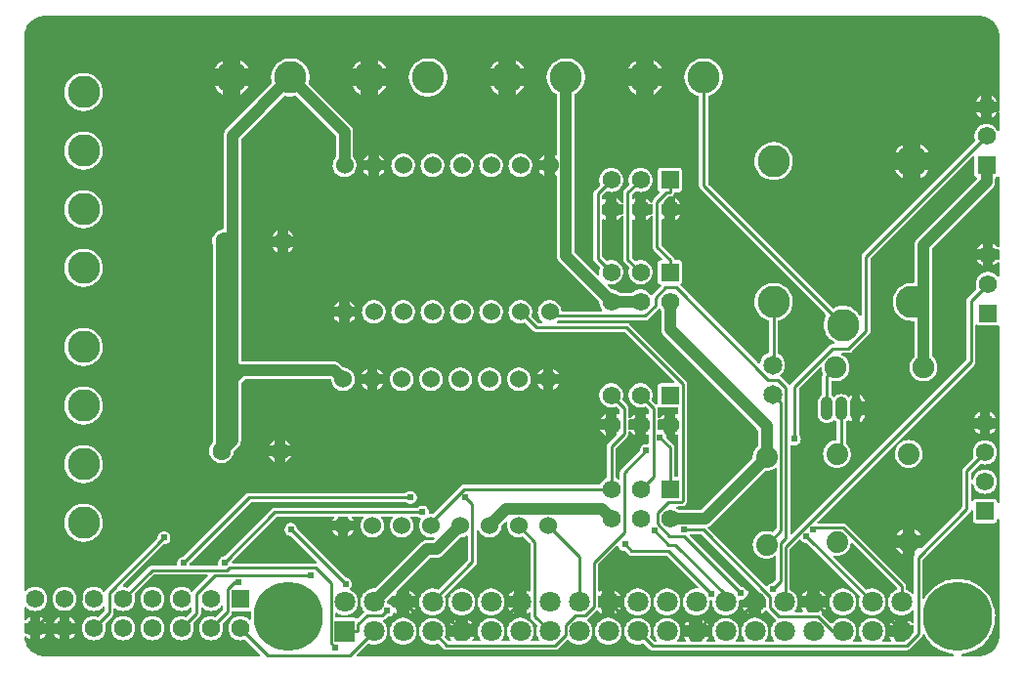
<source format=gbl>
G04 Layer: BottomLayer*
G04 EasyEDA v6.5.5, 2022-05-15 16:03:05*
G04 b3a66e96751545e5b315a235ba618c9c,f3b4bba6f80a42898d6f7a4ba36534e0,10*
G04 Gerber Generator version 0.2*
G04 Scale: 100 percent, Rotated: No, Reflected: No *
G04 Dimensions in millimeters *
G04 leading zeros omitted , absolute positions ,4 integer and 5 decimal *
%FSLAX45Y45*%
%MOMM*%

%ADD10C,0.2540*%
%ADD11C,1.0000*%
%ADD12C,0.6096*%
%ADD13C,0.6050*%
%ADD14C,1.5748*%
%ADD15R,1.5748X1.5748*%
%ADD16C,1.6000*%
%ADD17C,1.5240*%
%ADD18C,2.8000*%
%ADD19C,1.9050*%
%ADD20C,1.6510*%
%ADD21C,1.8796*%
%ADD22C,2.7940*%
%ADD23C,1.8000*%
%ADD25C,6.0000*%

%LPD*%
G36*
X28191968Y9388348D02*
G01*
X28188056Y9389110D01*
X28184754Y9391345D01*
X28182570Y9394596D01*
X28181808Y9398508D01*
X28181808Y9646208D01*
X28180995Y9654235D01*
X28178810Y9661448D01*
X28175254Y9668103D01*
X28170124Y9674352D01*
X28116530Y9727946D01*
X28114548Y9730841D01*
X28113634Y9734245D01*
X28112923Y9741966D01*
X28110383Y9751415D01*
X28106268Y9760305D01*
X28098242Y9771786D01*
X28097480Y9775698D01*
X28097480Y9796780D01*
X28048102Y9796780D01*
X28044241Y9797542D01*
X28040939Y9799777D01*
X28038755Y9803028D01*
X28037942Y9806940D01*
X28037942Y9878060D01*
X28038755Y9881971D01*
X28040939Y9885222D01*
X28044241Y9887458D01*
X28048102Y9888220D01*
X28097480Y9888220D01*
X28097480Y9936378D01*
X28090876Y9933127D01*
X28079496Y9925507D01*
X28069235Y9916464D01*
X28060192Y9906203D01*
X28056586Y9900767D01*
X28053487Y9897770D01*
X28049423Y9896348D01*
X28045156Y9896703D01*
X28041396Y9898786D01*
X28038856Y9902190D01*
X28037942Y9906406D01*
X28037942Y9985705D01*
X28038856Y9989820D01*
X28041346Y9993274D01*
X28045003Y9995357D01*
X28049220Y9995814D01*
X28058719Y9992563D01*
X28065018Y9991852D01*
X28205785Y9991852D01*
X28209646Y9991090D01*
X28212948Y9988854D01*
X28215183Y9985603D01*
X28215945Y9981692D01*
X28215945Y9938461D01*
X28214980Y9934194D01*
X28212389Y9930739D01*
X28208528Y9928707D01*
X28204210Y9928453D01*
X28200146Y9930028D01*
X28195524Y9933127D01*
X28188920Y9936378D01*
X28188920Y9888220D01*
X28205785Y9888220D01*
X28209646Y9887458D01*
X28212948Y9885222D01*
X28215183Y9881971D01*
X28215945Y9878060D01*
X28215945Y9806940D01*
X28215183Y9803028D01*
X28212948Y9799777D01*
X28209646Y9797542D01*
X28205785Y9796780D01*
X28188920Y9796780D01*
X28188920Y9748621D01*
X28195524Y9751872D01*
X28200146Y9754971D01*
X28204210Y9756546D01*
X28208528Y9756292D01*
X28212389Y9754260D01*
X28214980Y9750806D01*
X28215945Y9746538D01*
X28215945Y9398508D01*
X28215183Y9394596D01*
X28212948Y9391345D01*
X28209646Y9389110D01*
X28205785Y9388348D01*
G37*

%LPD*%
G36*
X28218790Y9105595D02*
G01*
X28215234Y9106255D01*
X28212084Y9108135D01*
X28206903Y9112707D01*
X28205125Y9113875D01*
X28202127Y9116974D01*
X28200705Y9121038D01*
X28201010Y9125305D01*
X28203093Y9129064D01*
X28206547Y9131604D01*
X28210764Y9132519D01*
X28242107Y9132519D01*
X28250134Y9133281D01*
X28257398Y9135465D01*
X28264053Y9139072D01*
X28270301Y9144152D01*
X28281477Y9155379D01*
X28286608Y9161627D01*
X28290164Y9168282D01*
X28292348Y9175496D01*
X28293161Y9183522D01*
X28293161Y10195458D01*
X28292348Y10203484D01*
X28290164Y10210698D01*
X28286608Y10217353D01*
X28281477Y10223601D01*
X27793797Y10711332D01*
X27787549Y10716412D01*
X27780894Y10719968D01*
X27773630Y10722203D01*
X27765603Y10722965D01*
X27172056Y10722965D01*
X27167992Y10723829D01*
X27164588Y10726216D01*
X27162455Y10729823D01*
X27161896Y10733938D01*
X27163064Y10737900D01*
X27165757Y10741101D01*
X27169567Y10744149D01*
X27172513Y10745774D01*
X27175866Y10746333D01*
X27929992Y10746333D01*
X27938018Y10747095D01*
X27945283Y10749280D01*
X27951938Y10752886D01*
X27958186Y10757966D01*
X28043124Y10842955D01*
X28044902Y10845088D01*
X28048356Y10847832D01*
X28052623Y10848848D01*
X28056890Y10847933D01*
X28060396Y10845342D01*
X28064764Y10840415D01*
X28066644Y10837265D01*
X28067304Y10833709D01*
X28067355Y10664088D01*
X28068168Y10655198D01*
X28068574Y10652810D01*
X28070708Y10644174D01*
X28071470Y10641838D01*
X28074874Y10633608D01*
X28075991Y10631424D01*
X28080563Y10623804D01*
X28081986Y10621772D01*
X28087675Y10614964D01*
X28902507Y9800031D01*
X28904692Y9796729D01*
X28905504Y9792868D01*
X28905504Y9660432D01*
X28904488Y9656064D01*
X28901694Y9652508D01*
X28900627Y9651695D01*
X28890366Y9641078D01*
X28881476Y9629292D01*
X28874110Y9616541D01*
X28868370Y9602927D01*
X28864306Y9588754D01*
X28862020Y9574174D01*
X28861613Y9559391D01*
X28861867Y9556140D01*
X28861308Y9551771D01*
X28858972Y9548012D01*
X28419501Y9108592D01*
X28416250Y9106408D01*
X28412338Y9105595D01*
G37*

%LPD*%
G36*
X29199179Y8893860D02*
G01*
X29195268Y8894622D01*
X29191965Y8896807D01*
X29189781Y8900109D01*
X29189019Y8904020D01*
X29189019Y9655657D01*
X29189680Y9659315D01*
X29191610Y9662464D01*
X29194556Y9664700D01*
X29198112Y9665766D01*
X29201821Y9665462D01*
X29212336Y9662617D01*
X29222090Y9661753D01*
X29231844Y9662617D01*
X29241292Y9665157D01*
X29250132Y9669272D01*
X29258158Y9674860D01*
X29265067Y9681819D01*
X29270706Y9689795D01*
X29274820Y9698685D01*
X29277360Y9708134D01*
X29278224Y9717887D01*
X29277360Y9727641D01*
X29274820Y9737090D01*
X29270706Y9745929D01*
X29265067Y9753955D01*
X29263644Y9755378D01*
X29261460Y9758629D01*
X29260698Y9762540D01*
X29260698Y10153599D01*
X29261460Y10157510D01*
X29263644Y10160762D01*
X29440022Y10337190D01*
X29443883Y10339578D01*
X29448353Y10340086D01*
X29452570Y10338612D01*
X29455770Y10335463D01*
X29457294Y10331196D01*
X29459224Y10315549D01*
X29462882Y10301071D01*
X29468267Y10287203D01*
X29468927Y10282885D01*
X29467708Y10278719D01*
X29466489Y10276382D01*
X29464253Y10269118D01*
X29463492Y10261092D01*
X29463492Y10102799D01*
X29462933Y10099598D01*
X29461409Y10096703D01*
X29459021Y10094417D01*
X29454805Y10091521D01*
X29446474Y10083800D01*
X29439412Y10074960D01*
X29433723Y10065105D01*
X29429608Y10054590D01*
X29427068Y10043515D01*
X29426204Y10031831D01*
X29426204Y9932568D01*
X29427068Y9920884D01*
X29429608Y9909810D01*
X29433723Y9899294D01*
X29439412Y9889439D01*
X29446474Y9880600D01*
X29454805Y9872878D01*
X29464152Y9866477D01*
X29474363Y9861550D01*
X29485234Y9858248D01*
X29496410Y9856520D01*
X29507789Y9856520D01*
X29518965Y9858248D01*
X29529836Y9861550D01*
X29540047Y9866477D01*
X29549394Y9872878D01*
X29558640Y9881565D01*
X29561840Y9883597D01*
X29565600Y9884308D01*
X29569359Y9883597D01*
X29572559Y9881565D01*
X29581805Y9872878D01*
X29586021Y9869982D01*
X29588409Y9867696D01*
X29589933Y9864801D01*
X29590492Y9861600D01*
X29590492Y9717887D01*
X29589780Y9714128D01*
X29587748Y9710928D01*
X29584650Y9708692D01*
X29580941Y9707727D01*
X29576268Y9707473D01*
X29561739Y9704730D01*
X29547718Y9700260D01*
X29534307Y9694113D01*
X29521759Y9686340D01*
X29510227Y9677095D01*
X29499966Y9666478D01*
X29491076Y9654692D01*
X29483710Y9641941D01*
X29477970Y9628327D01*
X29473906Y9614154D01*
X29471620Y9599574D01*
X29471213Y9584791D01*
X29472534Y9570110D01*
X29475684Y9555683D01*
X29480611Y9541764D01*
X29487215Y9528556D01*
X29495343Y9516262D01*
X29504944Y9505035D01*
X29515866Y9495129D01*
X29527906Y9486595D01*
X29540911Y9479584D01*
X29554677Y9474250D01*
X29568952Y9470694D01*
X29583634Y9468866D01*
X29598365Y9468866D01*
X29613047Y9470694D01*
X29627322Y9474250D01*
X29641088Y9479584D01*
X29654093Y9486595D01*
X29666133Y9495129D01*
X29677055Y9505035D01*
X29686656Y9516262D01*
X29694784Y9528556D01*
X29701388Y9541764D01*
X29706315Y9555683D01*
X29709465Y9570110D01*
X29710837Y9584791D01*
X29710380Y9599574D01*
X29708094Y9614154D01*
X29704030Y9628327D01*
X29698289Y9641941D01*
X29690923Y9654692D01*
X29682033Y9666478D01*
X29671467Y9677298D01*
X29668673Y9680803D01*
X29667708Y9685223D01*
X29667708Y9861550D01*
X29668215Y9864801D01*
X29669739Y9867696D01*
X29672127Y9869982D01*
X29676394Y9872878D01*
X29685640Y9881565D01*
X29688840Y9883597D01*
X29692600Y9884308D01*
X29696359Y9883597D01*
X29699559Y9881565D01*
X29708805Y9872878D01*
X29718152Y9866477D01*
X29724756Y9863328D01*
X29724756Y9925862D01*
X29715155Y9925862D01*
X29711294Y9926624D01*
X29707992Y9928809D01*
X29705757Y9932111D01*
X29704995Y9936022D01*
X29704995Y10028377D01*
X29705757Y10032288D01*
X29707992Y10035590D01*
X29711294Y10037775D01*
X29715155Y10038537D01*
X29724756Y10038537D01*
X29724756Y10101072D01*
X29718152Y10097922D01*
X29708805Y10091521D01*
X29699559Y10082834D01*
X29696359Y10080802D01*
X29692600Y10080091D01*
X29688840Y10080802D01*
X29685640Y10082834D01*
X29676394Y10091521D01*
X29667047Y10097922D01*
X29656836Y10102850D01*
X29645965Y10106152D01*
X29634789Y10107879D01*
X29623410Y10107879D01*
X29612234Y10106152D01*
X29601363Y10102850D01*
X29591152Y10097922D01*
X29581805Y10091521D01*
X29572559Y10082834D01*
X29569359Y10080802D01*
X29565600Y10080091D01*
X29561840Y10080802D01*
X29558640Y10082834D01*
X29549394Y10091521D01*
X29545127Y10094417D01*
X29542739Y10096703D01*
X29541215Y10099598D01*
X29540708Y10102850D01*
X29540708Y10209631D01*
X29541673Y10214000D01*
X29544467Y10217556D01*
X29548531Y10219537D01*
X29553052Y10219537D01*
X29559707Y10218115D01*
X29574591Y10216743D01*
X29589476Y10217200D01*
X29604208Y10219486D01*
X29618584Y10223550D01*
X29632300Y10229342D01*
X29645203Y10236809D01*
X29657090Y10245801D01*
X29667809Y10256164D01*
X29677156Y10267797D01*
X29685030Y10280497D01*
X29691279Y10294061D01*
X29695800Y10308234D01*
X29698543Y10322915D01*
X29699458Y10337800D01*
X29698543Y10352684D01*
X29695800Y10367365D01*
X29691279Y10381538D01*
X29685030Y10395102D01*
X29677156Y10407802D01*
X29667809Y10419435D01*
X29657090Y10429798D01*
X29645203Y10438790D01*
X29635754Y10444226D01*
X29632503Y10447223D01*
X29630827Y10451287D01*
X29631030Y10455656D01*
X29633011Y10459567D01*
X29636516Y10462260D01*
X29640834Y10463225D01*
X29690364Y10463225D01*
X29698391Y10463987D01*
X29705604Y10466171D01*
X29712259Y10469778D01*
X29718508Y10474858D01*
X29868774Y10625124D01*
X29873854Y10631373D01*
X29877461Y10638028D01*
X29879645Y10645241D01*
X29880407Y10653268D01*
X29880407Y11279632D01*
X29881220Y11283543D01*
X29883404Y11286794D01*
X30764429Y12167819D01*
X30767680Y12170054D01*
X30771592Y12170816D01*
X30775503Y12170054D01*
X30778754Y12167819D01*
X30780989Y12164517D01*
X30781752Y12160656D01*
X30781752Y12012218D01*
X30782463Y12005919D01*
X30784393Y12000433D01*
X30787441Y11995556D01*
X30791556Y11991441D01*
X30796433Y11988393D01*
X30799328Y11987377D01*
X30802834Y11985244D01*
X30805272Y11981992D01*
X30806136Y11977979D01*
X30805424Y11973966D01*
X30803189Y11970562D01*
X30284775Y11452098D01*
X30279086Y11445240D01*
X30277663Y11443258D01*
X30273091Y11435638D01*
X30271974Y11433454D01*
X30268570Y11425224D01*
X30267808Y11422888D01*
X30265674Y11414252D01*
X30265268Y11411864D01*
X30264455Y11402974D01*
X30264404Y11081207D01*
X30263490Y11077041D01*
X30261001Y11073638D01*
X30257343Y11071504D01*
X30253127Y11071098D01*
X30250536Y11071352D01*
X30232959Y11071352D01*
X30215433Y11069472D01*
X30198161Y11065764D01*
X30181448Y11060226D01*
X30165395Y11052962D01*
X30150206Y11043970D01*
X30136084Y11033455D01*
X30123130Y11021517D01*
X30111496Y11008258D01*
X30101387Y10993831D01*
X30092853Y10978388D01*
X30085995Y10962182D01*
X30080864Y10945317D01*
X30077613Y10927994D01*
X30076190Y10910417D01*
X30076698Y10892790D01*
X30079035Y10875314D01*
X30083201Y10858195D01*
X30089195Y10841634D01*
X30096917Y10825734D01*
X30106264Y10810798D01*
X30117135Y10796930D01*
X30129429Y10784332D01*
X30142992Y10773054D01*
X30157674Y10763351D01*
X30173320Y10755223D01*
X30189728Y10748772D01*
X30206746Y10744149D01*
X30224171Y10741355D01*
X30241748Y10740390D01*
X30253686Y10741050D01*
X30257750Y10740440D01*
X30261204Y10738256D01*
X30263541Y10734903D01*
X30264404Y10730890D01*
X30264404Y10436656D01*
X30263439Y10432389D01*
X30260848Y10428935D01*
X30255972Y10424769D01*
X30245913Y10413746D01*
X30237328Y10401554D01*
X30230267Y10388447D01*
X30224882Y10374528D01*
X30221224Y10360050D01*
X30219396Y10345267D01*
X30219396Y10330332D01*
X30221224Y10315549D01*
X30224882Y10301071D01*
X30230267Y10287152D01*
X30237328Y10274046D01*
X30245913Y10261854D01*
X30255972Y10250830D01*
X30267300Y10241127D01*
X30279746Y10232898D01*
X30293106Y10226243D01*
X30307127Y10221264D01*
X30321707Y10218115D01*
X30336591Y10216743D01*
X30351476Y10217200D01*
X30366208Y10219486D01*
X30380584Y10223550D01*
X30394300Y10229342D01*
X30407203Y10236809D01*
X30419090Y10245801D01*
X30429809Y10256164D01*
X30439156Y10267797D01*
X30447030Y10280497D01*
X30453279Y10294061D01*
X30457800Y10308234D01*
X30460543Y10322915D01*
X30461458Y10337800D01*
X30460543Y10352684D01*
X30457800Y10367365D01*
X30453279Y10381538D01*
X30447030Y10395102D01*
X30439156Y10407802D01*
X30429809Y10419435D01*
X30419294Y10429646D01*
X30417008Y10432948D01*
X30416195Y10436910D01*
X30416195Y11364671D01*
X30416957Y11368582D01*
X30419192Y11371884D01*
X30941924Y11894667D01*
X30948985Y11903506D01*
X30953608Y11911126D01*
X30958078Y11921540D01*
X30958840Y11923877D01*
X30961025Y11932513D01*
X30961431Y11934952D01*
X30962244Y11943791D01*
X30962295Y11976404D01*
X30963158Y11980519D01*
X30965648Y11983923D01*
X30969254Y11986056D01*
X30976417Y11988444D01*
X30984545Y11993626D01*
X30988457Y11994388D01*
X30992318Y11993575D01*
X30995569Y11991340D01*
X30997753Y11988088D01*
X30998515Y11984228D01*
X30998515Y11387632D01*
X30997702Y11383670D01*
X30995416Y11380317D01*
X30991962Y11378133D01*
X30987949Y11377523D01*
X30983986Y11378488D01*
X30980735Y11380978D01*
X30973064Y11389664D01*
X30962803Y11398707D01*
X30951424Y11406327D01*
X30944820Y11409578D01*
X30944820Y11361420D01*
X30988355Y11361420D01*
X30992267Y11360658D01*
X30995569Y11358422D01*
X30997753Y11355171D01*
X30998515Y11351260D01*
X30998515Y11280140D01*
X30997753Y11276228D01*
X30995569Y11272977D01*
X30992267Y11270742D01*
X30988355Y11269980D01*
X30944820Y11269980D01*
X30944820Y11221821D01*
X30951424Y11225072D01*
X30962803Y11232692D01*
X30973064Y11241735D01*
X30980735Y11250422D01*
X30983986Y11252911D01*
X30987949Y11253876D01*
X30991962Y11253266D01*
X30995416Y11251082D01*
X30997702Y11247729D01*
X30998515Y11243767D01*
X30998515Y11133632D01*
X30997702Y11129670D01*
X30995416Y11126317D01*
X30991962Y11124133D01*
X30987949Y11123523D01*
X30983986Y11124488D01*
X30980735Y11126978D01*
X30973064Y11135664D01*
X30962803Y11144707D01*
X30951424Y11152327D01*
X30939130Y11158372D01*
X30926176Y11162741D01*
X30912765Y11165433D01*
X30899100Y11166348D01*
X30885434Y11165433D01*
X30872023Y11162741D01*
X30859069Y11158372D01*
X30846776Y11152327D01*
X30835396Y11144707D01*
X30825135Y11135664D01*
X30816092Y11125403D01*
X30808472Y11114024D01*
X30802427Y11101730D01*
X30798058Y11088776D01*
X30795366Y11075365D01*
X30794452Y11061700D01*
X30795366Y11048034D01*
X30798058Y11034623D01*
X30800903Y11026140D01*
X30801462Y11022431D01*
X30800598Y11018774D01*
X30798465Y11015675D01*
X30724957Y10942218D01*
X30719877Y10935970D01*
X30716321Y10929315D01*
X30714086Y10922050D01*
X30713324Y10914024D01*
X30713324Y10408005D01*
X30712562Y10404094D01*
X30710327Y10400792D01*
X29206342Y8896807D01*
X29203040Y8894622D01*
G37*

%LPC*%
G36*
X29787443Y9863328D02*
G01*
X29794047Y9866477D01*
X29803394Y9872878D01*
X29811726Y9880600D01*
X29818787Y9889439D01*
X29824476Y9899294D01*
X29828591Y9909810D01*
X29831131Y9920884D01*
X29831487Y9925862D01*
X29787443Y9925862D01*
G37*
G36*
X29787443Y10038537D02*
G01*
X29831487Y10038537D01*
X29831131Y10043515D01*
X29828591Y10054590D01*
X29824476Y10065105D01*
X29818787Y10074960D01*
X29811726Y10083800D01*
X29803394Y10091521D01*
X29794047Y10097922D01*
X29787443Y10101072D01*
G37*
G36*
X30853380Y11221821D02*
G01*
X30853380Y11269980D01*
X30805221Y11269980D01*
X30808472Y11263376D01*
X30816092Y11251996D01*
X30825135Y11241735D01*
X30835396Y11232692D01*
X30846776Y11225072D01*
G37*
G36*
X30805221Y11361420D02*
G01*
X30853380Y11361420D01*
X30853380Y11409578D01*
X30846776Y11406327D01*
X30835396Y11398707D01*
X30825135Y11389664D01*
X30816092Y11379403D01*
X30808472Y11368024D01*
G37*

%LPD*%
G36*
X28982314Y8441639D02*
G01*
X28977945Y8442198D01*
X28974237Y8444585D01*
X28475076Y8943695D01*
X28472942Y8946946D01*
X28472130Y8950756D01*
X28472790Y8954566D01*
X28474873Y8957868D01*
X28478073Y8960154D01*
X28483458Y8962593D01*
X28490926Y8967114D01*
X28499765Y8974175D01*
X28966109Y9440468D01*
X28969411Y9442704D01*
X28973322Y9443466D01*
X28988765Y9443466D01*
X29003447Y9445294D01*
X29017722Y9448850D01*
X29031488Y9454184D01*
X29044493Y9461195D01*
X29053383Y9467494D01*
X29057447Y9469170D01*
X29061867Y9469018D01*
X29065778Y9466986D01*
X29068471Y9463481D01*
X29069436Y9459163D01*
X29069436Y8947962D01*
X29068674Y8944051D01*
X29066439Y8940749D01*
X29039210Y8913520D01*
X29035756Y8911285D01*
X29031742Y8910523D01*
X29027780Y8911488D01*
X29024681Y8912860D01*
X29010660Y8917330D01*
X28996132Y8920073D01*
X28981400Y8920988D01*
X28966668Y8920073D01*
X28952139Y8917330D01*
X28938118Y8912860D01*
X28924707Y8906713D01*
X28912159Y8898940D01*
X28900627Y8889695D01*
X28890366Y8879078D01*
X28881476Y8867292D01*
X28874110Y8854541D01*
X28868370Y8840927D01*
X28864306Y8826754D01*
X28862020Y8812174D01*
X28861613Y8797391D01*
X28862934Y8782710D01*
X28866084Y8768283D01*
X28871011Y8754364D01*
X28877615Y8741156D01*
X28885743Y8728862D01*
X28895344Y8717635D01*
X28906266Y8707729D01*
X28918306Y8699195D01*
X28931311Y8692184D01*
X28945077Y8686850D01*
X28959352Y8683294D01*
X28974034Y8681466D01*
X28988765Y8681466D01*
X29003447Y8683294D01*
X29017722Y8686850D01*
X29031488Y8692184D01*
X29044493Y8699195D01*
X29048811Y8702243D01*
X29052875Y8703919D01*
X29057244Y8703767D01*
X29061206Y8701735D01*
X29063848Y8698230D01*
X29064813Y8693912D01*
X29064813Y8501837D01*
X29064051Y8497925D01*
X29061867Y8494623D01*
X29039464Y8472271D01*
X29036568Y8470239D01*
X29033165Y8469325D01*
X29025443Y8468664D01*
X29015994Y8466124D01*
X29007104Y8461959D01*
X28999129Y8456371D01*
X28992220Y8449462D01*
X28989731Y8445957D01*
X28986480Y8442960D01*
G37*

%LPD*%
G36*
X30245507Y8376564D02*
G01*
X30241544Y8377681D01*
X30238344Y8380222D01*
X30234280Y8385149D01*
X30223663Y8395106D01*
X30211877Y8403640D01*
X30199126Y8410651D01*
X30194808Y8412378D01*
X30191456Y8414562D01*
X30189170Y8417864D01*
X30188408Y8421827D01*
X30188408Y8442655D01*
X30187595Y8450681D01*
X30185410Y8457946D01*
X30181854Y8464600D01*
X30176724Y8470849D01*
X29672026Y8975547D01*
X29665777Y8980627D01*
X29659122Y8984183D01*
X29651909Y8986418D01*
X29643882Y8987180D01*
X29430421Y8987180D01*
X29426560Y8987942D01*
X29423258Y8990177D01*
X29421074Y8993479D01*
X29420261Y8997340D01*
X29421074Y9001252D01*
X29423258Y9004554D01*
X30778856Y10360152D01*
X30783987Y10366400D01*
X30787543Y10373055D01*
X30789727Y10380268D01*
X30790540Y10388295D01*
X30790540Y10698988D01*
X30791454Y10703204D01*
X30793994Y10706658D01*
X30797753Y10708741D01*
X30802072Y10709046D01*
X30806085Y10707573D01*
X30809133Y10705693D01*
X30814619Y10703763D01*
X30820918Y10703052D01*
X30977281Y10703052D01*
X30983580Y10703763D01*
X30988812Y10704830D01*
X30992572Y10703915D01*
X30995721Y10701680D01*
X30997804Y10698480D01*
X30998515Y10694670D01*
X30998515Y9603282D01*
X30998058Y9601200D01*
X30998515Y9599117D01*
X30998515Y9349282D01*
X30998058Y9347200D01*
X30998515Y9345117D01*
X30998515Y9173159D01*
X30997601Y9168892D01*
X30994959Y9165437D01*
X30991098Y9163354D01*
X30986730Y9163151D01*
X30982716Y9164726D01*
X30979668Y9167876D01*
X30978297Y9172041D01*
X30977636Y9177680D01*
X30975706Y9183166D01*
X30972658Y9188043D01*
X30968543Y9192158D01*
X30963666Y9195206D01*
X30958180Y9197136D01*
X30951881Y9197848D01*
X30795518Y9197848D01*
X30789219Y9197136D01*
X30783733Y9195206D01*
X30778856Y9192158D01*
X30774792Y9188094D01*
X30770982Y9181795D01*
X30767934Y9178645D01*
X30763870Y9177070D01*
X30759552Y9177274D01*
X30755691Y9179356D01*
X30753050Y9182811D01*
X30752135Y9187078D01*
X30752135Y9320072D01*
X30752999Y9324238D01*
X30755539Y9327692D01*
X30759196Y9329775D01*
X30763413Y9330182D01*
X30767426Y9328861D01*
X30770576Y9325965D01*
X30772252Y9322054D01*
X30772658Y9320123D01*
X30777027Y9307169D01*
X30783072Y9294876D01*
X30790692Y9283496D01*
X30799735Y9273235D01*
X30809996Y9264192D01*
X30821376Y9256572D01*
X30833669Y9250527D01*
X30846623Y9246158D01*
X30860034Y9243466D01*
X30873700Y9242552D01*
X30887365Y9243466D01*
X30900776Y9246158D01*
X30913730Y9250527D01*
X30926024Y9256572D01*
X30937403Y9264192D01*
X30947664Y9273235D01*
X30956707Y9283496D01*
X30964327Y9294876D01*
X30970372Y9307169D01*
X30974741Y9320123D01*
X30977433Y9333534D01*
X30978246Y9345777D01*
X30978246Y9348622D01*
X30977433Y9360865D01*
X30974741Y9374276D01*
X30970372Y9387230D01*
X30964327Y9399524D01*
X30956707Y9410903D01*
X30947664Y9421164D01*
X30937403Y9430207D01*
X30926024Y9437827D01*
X30913730Y9443872D01*
X30900776Y9448241D01*
X30887365Y9450933D01*
X30873700Y9451848D01*
X30860034Y9450933D01*
X30846623Y9448241D01*
X30833669Y9443872D01*
X30821376Y9437827D01*
X30809996Y9430207D01*
X30799735Y9421164D01*
X30790692Y9410903D01*
X30783072Y9399524D01*
X30777027Y9387230D01*
X30772658Y9374276D01*
X30772252Y9372346D01*
X30770576Y9368434D01*
X30767426Y9365538D01*
X30763413Y9364218D01*
X30759196Y9364624D01*
X30755539Y9366707D01*
X30752999Y9370161D01*
X30752135Y9374327D01*
X30752135Y9420809D01*
X30752897Y9424720D01*
X30755082Y9427972D01*
X30827675Y9500565D01*
X30830774Y9502698D01*
X30834431Y9503562D01*
X30838139Y9503003D01*
X30846623Y9500158D01*
X30860034Y9497466D01*
X30873700Y9496552D01*
X30887365Y9497466D01*
X30900776Y9500158D01*
X30913730Y9504527D01*
X30926024Y9510572D01*
X30937403Y9518192D01*
X30947664Y9527235D01*
X30956707Y9537496D01*
X30964327Y9548876D01*
X30970372Y9561169D01*
X30974741Y9574123D01*
X30977433Y9587534D01*
X30978246Y9599777D01*
X30978246Y9602622D01*
X30977433Y9614865D01*
X30974741Y9628276D01*
X30970372Y9641230D01*
X30964327Y9653524D01*
X30956707Y9664903D01*
X30947664Y9675164D01*
X30937403Y9684207D01*
X30926024Y9691827D01*
X30913730Y9697872D01*
X30900776Y9702241D01*
X30887365Y9704933D01*
X30873700Y9705848D01*
X30860034Y9704933D01*
X30846623Y9702241D01*
X30833669Y9697872D01*
X30821376Y9691827D01*
X30809996Y9684207D01*
X30799735Y9675164D01*
X30790692Y9664903D01*
X30783072Y9653524D01*
X30777027Y9641230D01*
X30772658Y9628276D01*
X30769966Y9614865D01*
X30769052Y9601200D01*
X30769966Y9587534D01*
X30772658Y9574123D01*
X30775503Y9565640D01*
X30776062Y9561931D01*
X30775198Y9558274D01*
X30773065Y9555175D01*
X30686552Y9468662D01*
X30681472Y9462414D01*
X30677916Y9455759D01*
X30675681Y9448546D01*
X30674919Y9440519D01*
X30674919Y9129471D01*
X30674157Y9125559D01*
X30671922Y9122257D01*
X30325771Y8776157D01*
X30322469Y8773922D01*
X30318608Y8773160D01*
X30266639Y8773160D01*
X30266639Y8720328D01*
X30266030Y8716924D01*
X30264353Y8713876D01*
X30262880Y8712098D01*
X30259324Y8705443D01*
X30257089Y8698179D01*
X30256327Y8690152D01*
X30256327Y8386724D01*
X30255464Y8382660D01*
X30253127Y8379307D01*
X30249622Y8377174D01*
G37*

%LPC*%
G36*
X30159960Y8719362D02*
G01*
X30159960Y8773160D01*
X30106213Y8773160D01*
X30109515Y8766556D01*
X30117643Y8754262D01*
X30127244Y8743035D01*
X30138166Y8733129D01*
X30150206Y8724595D01*
G37*
G36*
X30266639Y8879840D02*
G01*
X30320640Y8879840D01*
X30313223Y8892692D01*
X30304333Y8904478D01*
X30294072Y8915095D01*
X30282540Y8924340D01*
X30269992Y8932113D01*
X30266639Y8933637D01*
G37*
G36*
X30105959Y8879840D02*
G01*
X30159960Y8879840D01*
X30159960Y8933637D01*
X30156607Y8932113D01*
X30144059Y8924340D01*
X30132527Y8915095D01*
X30122266Y8904478D01*
X30113376Y8892692D01*
G37*
G36*
X30205934Y9468866D02*
G01*
X30220665Y9468866D01*
X30235347Y9470694D01*
X30249622Y9474250D01*
X30263388Y9479584D01*
X30276393Y9486595D01*
X30288433Y9495129D01*
X30299355Y9505035D01*
X30308956Y9516262D01*
X30317084Y9528556D01*
X30323688Y9541764D01*
X30328615Y9555683D01*
X30331765Y9570110D01*
X30333137Y9584791D01*
X30332680Y9599574D01*
X30330394Y9614154D01*
X30326330Y9628327D01*
X30320589Y9641941D01*
X30313223Y9654692D01*
X30304333Y9666478D01*
X30294072Y9677095D01*
X30282540Y9686340D01*
X30269992Y9694113D01*
X30256581Y9700260D01*
X30242560Y9704730D01*
X30228032Y9707473D01*
X30213300Y9708388D01*
X30198568Y9707473D01*
X30184039Y9704730D01*
X30170018Y9700260D01*
X30156607Y9694113D01*
X30144059Y9686340D01*
X30132527Y9677095D01*
X30122266Y9666478D01*
X30113376Y9654692D01*
X30106010Y9641941D01*
X30100270Y9628327D01*
X30096206Y9614154D01*
X30093920Y9599574D01*
X30093513Y9584791D01*
X30094834Y9570110D01*
X30097984Y9555683D01*
X30102911Y9541764D01*
X30109515Y9528556D01*
X30117643Y9516262D01*
X30127244Y9505035D01*
X30138166Y9495129D01*
X30150206Y9486595D01*
X30163211Y9479584D01*
X30176977Y9474250D01*
X30191252Y9470694D01*
G37*
G36*
X30919420Y9761321D02*
G01*
X30926024Y9764572D01*
X30937403Y9772192D01*
X30947664Y9781235D01*
X30956707Y9791496D01*
X30964327Y9802876D01*
X30967578Y9809480D01*
X30919420Y9809480D01*
G37*
G36*
X30827980Y9761321D02*
G01*
X30827980Y9809480D01*
X30779821Y9809480D01*
X30783072Y9802876D01*
X30790692Y9791496D01*
X30799735Y9781235D01*
X30809996Y9772192D01*
X30821376Y9764572D01*
G37*
G36*
X30779821Y9900920D02*
G01*
X30827980Y9900920D01*
X30827980Y9949078D01*
X30821376Y9945827D01*
X30809996Y9938207D01*
X30799735Y9929164D01*
X30790692Y9918903D01*
X30783072Y9907524D01*
G37*
G36*
X30919420Y9900920D02*
G01*
X30967578Y9900920D01*
X30964327Y9907524D01*
X30956707Y9918903D01*
X30947664Y9929164D01*
X30937403Y9938207D01*
X30926024Y9945827D01*
X30919420Y9949078D01*
G37*

%LPD*%
G36*
X25434798Y8161578D02*
G01*
X25431394Y8161781D01*
X25428244Y8163052D01*
X25424993Y8165084D01*
X25419558Y8167014D01*
X25413208Y8167725D01*
X25254508Y8167725D01*
X25250597Y8168487D01*
X25247295Y8170672D01*
X25245110Y8173974D01*
X25244348Y8177885D01*
X25244348Y8200644D01*
X25245314Y8204962D01*
X25248006Y8208467D01*
X25251968Y8210499D01*
X25256388Y8210600D01*
X25260452Y8208873D01*
X25261722Y8207959D01*
X25274473Y8200948D01*
X25287986Y8195614D01*
X25302057Y8191957D01*
X25316535Y8190128D01*
X25331064Y8190128D01*
X25345491Y8191957D01*
X25359614Y8195614D01*
X25373126Y8200948D01*
X25385877Y8207959D01*
X25397663Y8216493D01*
X25408280Y8226501D01*
X25417576Y8237677D01*
X25425349Y8249970D01*
X25431546Y8263128D01*
X25436068Y8276996D01*
X25438760Y8291271D01*
X25439674Y8305800D01*
X25438760Y8320328D01*
X25436068Y8334603D01*
X25431546Y8348472D01*
X25425349Y8361629D01*
X25417576Y8373922D01*
X25408280Y8385149D01*
X25397663Y8395106D01*
X25385877Y8403640D01*
X25377902Y8408060D01*
X25375006Y8410397D01*
X25373177Y8413699D01*
X25372669Y8417407D01*
X25373533Y8421014D01*
X25381712Y8432596D01*
X25385826Y8441436D01*
X25388366Y8450884D01*
X25389230Y8460638D01*
X25388366Y8470392D01*
X25385826Y8479840D01*
X25381712Y8488730D01*
X25376073Y8496706D01*
X25369164Y8503615D01*
X25361138Y8509254D01*
X25352298Y8513368D01*
X25342850Y8515908D01*
X25335128Y8516569D01*
X25331674Y8517483D01*
X25328829Y8519515D01*
X24918924Y8929420D01*
X24916892Y8932316D01*
X24915977Y8935720D01*
X24915317Y8943441D01*
X24912777Y8952890D01*
X24908662Y8961780D01*
X24903023Y8969756D01*
X24896114Y8976664D01*
X24888088Y8982303D01*
X24879249Y8986418D01*
X24869800Y8988958D01*
X24860046Y8989822D01*
X24850293Y8988958D01*
X24840844Y8986418D01*
X24831954Y8982303D01*
X24823978Y8976664D01*
X24817070Y8969756D01*
X24811431Y8961780D01*
X24807316Y8952890D01*
X24804776Y8943441D01*
X24803912Y8933688D01*
X24804776Y8923934D01*
X24807316Y8914485D01*
X24811431Y8905646D01*
X24817070Y8897620D01*
X24823978Y8890711D01*
X24831954Y8885072D01*
X24840844Y8880957D01*
X24850293Y8878417D01*
X24858014Y8877757D01*
X24861418Y8876842D01*
X24864314Y8874810D01*
X25081687Y8657488D01*
X25083922Y8654034D01*
X25084633Y8649970D01*
X25083668Y8645956D01*
X25081179Y8642654D01*
X25077572Y8640622D01*
X25072390Y8640267D01*
X24357380Y8640267D01*
X24353469Y8641029D01*
X24350218Y8643264D01*
X24347982Y8646566D01*
X24347220Y8650427D01*
X24347982Y8654338D01*
X24350218Y8657640D01*
X24735231Y9042654D01*
X24738533Y9044838D01*
X24742394Y9045651D01*
X25222962Y9045651D01*
X25226721Y9044940D01*
X25229972Y9042857D01*
X25232207Y9039758D01*
X25233122Y9036050D01*
X25232614Y9032240D01*
X25230734Y9028938D01*
X25228905Y9026753D01*
X25221590Y9015272D01*
X25219456Y9010650D01*
X25266650Y9010650D01*
X25266650Y9035491D01*
X25267412Y9039352D01*
X25269647Y9042654D01*
X25272898Y9044838D01*
X25276810Y9045651D01*
X25345390Y9045651D01*
X25349301Y9044838D01*
X25352552Y9042654D01*
X25354788Y9039352D01*
X25355550Y9035491D01*
X25355550Y9010650D01*
X25402743Y9010650D01*
X25400609Y9015272D01*
X25393294Y9026753D01*
X25391465Y9028938D01*
X25389586Y9032240D01*
X25389078Y9036050D01*
X25389992Y9039758D01*
X25392227Y9042857D01*
X25395478Y9044940D01*
X25399238Y9045651D01*
X25476962Y9045651D01*
X25480721Y9044940D01*
X25483972Y9042857D01*
X25486207Y9039758D01*
X25487122Y9036050D01*
X25486614Y9032240D01*
X25484734Y9028938D01*
X25482905Y9026753D01*
X25475590Y9015272D01*
X25469850Y9002877D01*
X25465786Y8989872D01*
X25463550Y8976410D01*
X25463093Y8962796D01*
X25464414Y8949232D01*
X25467614Y8935974D01*
X25472491Y8923223D01*
X25479044Y8911285D01*
X25487122Y8900312D01*
X25496621Y8890508D01*
X25507340Y8882024D01*
X25519075Y8875064D01*
X25531622Y8869781D01*
X25544780Y8866174D01*
X25558292Y8864346D01*
X25571907Y8864346D01*
X25585420Y8866174D01*
X25598577Y8869781D01*
X25611124Y8875064D01*
X25622859Y8882024D01*
X25633578Y8890508D01*
X25643078Y8900312D01*
X25651155Y8911285D01*
X25657708Y8923223D01*
X25662585Y8935974D01*
X25665785Y8949232D01*
X25667106Y8962796D01*
X25666649Y8976410D01*
X25664414Y8989872D01*
X25660350Y9002877D01*
X25654609Y9015272D01*
X25647294Y9026753D01*
X25645465Y9028938D01*
X25643586Y9032240D01*
X25643078Y9036050D01*
X25643992Y9039758D01*
X25646227Y9042857D01*
X25649478Y9044940D01*
X25653238Y9045651D01*
X25730962Y9045651D01*
X25734721Y9044940D01*
X25737972Y9042857D01*
X25740207Y9039758D01*
X25741122Y9036050D01*
X25740614Y9032240D01*
X25738734Y9028938D01*
X25736905Y9026753D01*
X25729590Y9015272D01*
X25723850Y9002877D01*
X25719786Y8989872D01*
X25717550Y8976410D01*
X25717093Y8962796D01*
X25718414Y8949232D01*
X25721614Y8935974D01*
X25726491Y8923223D01*
X25733044Y8911285D01*
X25741122Y8900312D01*
X25750621Y8890508D01*
X25761340Y8882024D01*
X25773075Y8875064D01*
X25785622Y8869781D01*
X25798780Y8866174D01*
X25812292Y8864346D01*
X25825907Y8864346D01*
X25839420Y8866174D01*
X25852577Y8869781D01*
X25865124Y8875064D01*
X25876859Y8882024D01*
X25887578Y8890508D01*
X25897078Y8900312D01*
X25905155Y8911285D01*
X25911708Y8923223D01*
X25916585Y8935974D01*
X25919785Y8949232D01*
X25921106Y8962796D01*
X25920649Y8976410D01*
X25918414Y8989872D01*
X25914350Y9002877D01*
X25908609Y9015272D01*
X25901294Y9026753D01*
X25899465Y9028938D01*
X25897586Y9032240D01*
X25897078Y9036050D01*
X25897992Y9039758D01*
X25900227Y9042857D01*
X25903478Y9044940D01*
X25907238Y9045651D01*
X25954888Y9045651D01*
X25958749Y9044838D01*
X25962051Y9042654D01*
X25963473Y9041231D01*
X25971449Y9035643D01*
X25980339Y9031528D01*
X25983742Y9028938D01*
X25985774Y9025128D01*
X25986079Y9020860D01*
X25984606Y9016847D01*
X25983590Y9015272D01*
X25977850Y9002877D01*
X25973786Y8989872D01*
X25971550Y8976410D01*
X25971093Y8962796D01*
X25972414Y8949232D01*
X25975614Y8935974D01*
X25980491Y8923223D01*
X25987044Y8911285D01*
X25995122Y8900312D01*
X26004621Y8890508D01*
X26015340Y8882024D01*
X26027075Y8875064D01*
X26039622Y8869781D01*
X26052780Y8866174D01*
X26066292Y8864346D01*
X26079907Y8864346D01*
X26093978Y8866225D01*
X26098144Y8865920D01*
X26101852Y8863939D01*
X26104443Y8860688D01*
X26105459Y8856624D01*
X26104799Y8852509D01*
X26102513Y8848953D01*
X26096925Y8843416D01*
X26093623Y8841181D01*
X26089762Y8840419D01*
X26033831Y8840368D01*
X26024992Y8839555D01*
X26013918Y8836964D01*
X26011581Y8836202D01*
X26003402Y8832799D01*
X26001167Y8831681D01*
X25993598Y8827109D01*
X25991566Y8825687D01*
X25984708Y8819997D01*
X25589077Y8424418D01*
X25585775Y8422233D01*
X25581864Y8421471D01*
X25570535Y8421471D01*
X25556057Y8419642D01*
X25541986Y8416036D01*
X25528473Y8410651D01*
X25515722Y8403640D01*
X25503936Y8395106D01*
X25493319Y8385149D01*
X25484023Y8373922D01*
X25476250Y8361629D01*
X25470053Y8348472D01*
X25465532Y8334603D01*
X25462839Y8320328D01*
X25461925Y8305800D01*
X25462839Y8291271D01*
X25465532Y8276996D01*
X25470053Y8263128D01*
X25476250Y8249970D01*
X25484023Y8237677D01*
X25491744Y8228380D01*
X25493522Y8225129D01*
X25494030Y8221472D01*
X25493167Y8217814D01*
X25491084Y8214766D01*
X25440843Y8164474D01*
X25438049Y8162493D01*
G37*

%LPC*%
G36*
X25355550Y8874404D02*
G01*
X25357124Y8875064D01*
X25368859Y8882024D01*
X25379578Y8890508D01*
X25389078Y8900312D01*
X25397155Y8911285D01*
X25402895Y8921750D01*
X25355550Y8921750D01*
G37*
G36*
X25266650Y8874404D02*
G01*
X25266650Y8921750D01*
X25219304Y8921750D01*
X25225044Y8911285D01*
X25233122Y8900312D01*
X25242621Y8890508D01*
X25253340Y8882024D01*
X25265075Y8875064D01*
G37*

%LPD*%
G36*
X29739691Y7962595D02*
G01*
X29735983Y7963306D01*
X29732732Y7965338D01*
X29730496Y7968437D01*
X29729582Y7972145D01*
X29730039Y7975904D01*
X29731868Y7979257D01*
X29735576Y7983677D01*
X29743349Y7995970D01*
X29749546Y8009128D01*
X29754068Y8022996D01*
X29756760Y8037271D01*
X29757674Y8051800D01*
X29756760Y8066328D01*
X29754068Y8080603D01*
X29749546Y8094472D01*
X29743349Y8107629D01*
X29735576Y8119922D01*
X29726280Y8131149D01*
X29715663Y8141106D01*
X29703877Y8149640D01*
X29691126Y8156651D01*
X29677614Y8162036D01*
X29663491Y8165642D01*
X29649064Y8167471D01*
X29634535Y8167471D01*
X29620057Y8165642D01*
X29605986Y8162036D01*
X29592473Y8156651D01*
X29579722Y8149640D01*
X29567936Y8141106D01*
X29557319Y8131149D01*
X29552087Y8124850D01*
X29548836Y8122208D01*
X29544772Y8121142D01*
X29540606Y8121853D01*
X29537101Y8124139D01*
X29460240Y8200948D01*
X29457903Y8204606D01*
X29457294Y8208924D01*
X29458564Y8213090D01*
X29461663Y8216493D01*
X29472280Y8226501D01*
X29481576Y8237677D01*
X29489349Y8249970D01*
X29491482Y8254441D01*
X29439158Y8254441D01*
X29439158Y8227517D01*
X29438295Y8223402D01*
X29435806Y8219998D01*
X29432199Y8217865D01*
X29427220Y8217458D01*
X29346601Y8217458D01*
X29342740Y8218220D01*
X29339438Y8220456D01*
X29337203Y8223758D01*
X29336441Y8227618D01*
X29336441Y8254441D01*
X29284117Y8254441D01*
X29286250Y8249970D01*
X29294023Y8237677D01*
X29297020Y8234121D01*
X29298849Y8230768D01*
X29299306Y8227009D01*
X29298392Y8223300D01*
X29296156Y8220202D01*
X29292905Y8218170D01*
X29289197Y8217458D01*
X29232402Y8217458D01*
X29228694Y8218170D01*
X29225443Y8220202D01*
X29223208Y8223300D01*
X29222293Y8227009D01*
X29222750Y8230768D01*
X29224579Y8234121D01*
X29227576Y8237677D01*
X29235349Y8249970D01*
X29241546Y8263128D01*
X29246068Y8276996D01*
X29248760Y8291271D01*
X29249674Y8305800D01*
X29248760Y8320328D01*
X29246068Y8334603D01*
X29241546Y8348472D01*
X29235349Y8361629D01*
X29227576Y8373922D01*
X29218280Y8385149D01*
X29207663Y8395106D01*
X29195877Y8403640D01*
X29188105Y8407958D01*
X29185311Y8410194D01*
X29183482Y8413292D01*
X29182822Y8416848D01*
X29182822Y8759901D01*
X29183634Y8763812D01*
X29185819Y8767064D01*
X29264559Y8845804D01*
X29268267Y8848191D01*
X29272636Y8848750D01*
X29276802Y8847429D01*
X29280053Y8844483D01*
X29284676Y8837879D01*
X29291584Y8830919D01*
X29299611Y8825331D01*
X29308450Y8821216D01*
X29317899Y8818676D01*
X29325671Y8817965D01*
X29329075Y8817051D01*
X29331970Y8815070D01*
X29786376Y8360664D01*
X29788612Y8357209D01*
X29789323Y8353145D01*
X29788053Y8348472D01*
X29783532Y8334603D01*
X29780839Y8320328D01*
X29779925Y8305800D01*
X29780839Y8291271D01*
X29783532Y8276996D01*
X29788053Y8263128D01*
X29794250Y8249970D01*
X29802023Y8237677D01*
X29811319Y8226501D01*
X29821936Y8216493D01*
X29833722Y8207959D01*
X29846473Y8200948D01*
X29859986Y8195614D01*
X29874057Y8191957D01*
X29888535Y8190128D01*
X29903064Y8190128D01*
X29917491Y8191957D01*
X29931614Y8195614D01*
X29945126Y8200948D01*
X29957877Y8207959D01*
X29969663Y8216493D01*
X29980280Y8226501D01*
X29989576Y8237677D01*
X29997349Y8249970D01*
X30003546Y8263128D01*
X30008068Y8276996D01*
X30010760Y8291271D01*
X30011674Y8305800D01*
X30010760Y8320328D01*
X30008068Y8334603D01*
X30003546Y8348472D01*
X29997349Y8361629D01*
X29989576Y8373922D01*
X29980280Y8385149D01*
X29969663Y8395106D01*
X29957877Y8403640D01*
X29945126Y8410651D01*
X29931614Y8416036D01*
X29917491Y8419642D01*
X29903064Y8421471D01*
X29888535Y8421471D01*
X29874057Y8419642D01*
X29859986Y8416036D01*
X29852010Y8412886D01*
X29848149Y8412124D01*
X29844339Y8412937D01*
X29841088Y8415121D01*
X29565396Y8690813D01*
X29563110Y8694318D01*
X29562450Y8698382D01*
X29563466Y8702446D01*
X29566006Y8705748D01*
X29569664Y8707729D01*
X29573829Y8708085D01*
X29583634Y8706866D01*
X29598365Y8706866D01*
X29613047Y8708694D01*
X29627322Y8712250D01*
X29641088Y8717584D01*
X29654093Y8724595D01*
X29666133Y8733129D01*
X29677055Y8743035D01*
X29686656Y8754262D01*
X29694784Y8766556D01*
X29701388Y8779764D01*
X29706315Y8793683D01*
X29709211Y8807043D01*
X29710989Y8810955D01*
X29714291Y8813800D01*
X29718406Y8814968D01*
X29722673Y8814358D01*
X29726331Y8812022D01*
X30108194Y8430158D01*
X30110430Y8426856D01*
X30111192Y8421827D01*
X30110379Y8417864D01*
X30108144Y8414562D01*
X30104740Y8412378D01*
X30100473Y8410651D01*
X30087722Y8403640D01*
X30075936Y8395106D01*
X30065319Y8385149D01*
X30056023Y8373922D01*
X30048250Y8361629D01*
X30042053Y8348472D01*
X30037532Y8334603D01*
X30034839Y8320328D01*
X30033925Y8305800D01*
X30034839Y8291271D01*
X30037532Y8276996D01*
X30042053Y8263128D01*
X30048250Y8249970D01*
X30056023Y8237677D01*
X30065319Y8226501D01*
X30075936Y8216493D01*
X30087722Y8207959D01*
X30100473Y8200948D01*
X30113986Y8195614D01*
X30128057Y8191957D01*
X30142535Y8190128D01*
X30157064Y8190128D01*
X30171491Y8191957D01*
X30185614Y8195614D01*
X30199126Y8200948D01*
X30211877Y8207959D01*
X30223663Y8216493D01*
X30234280Y8226501D01*
X30238344Y8231378D01*
X30241544Y8233968D01*
X30245507Y8235035D01*
X30249622Y8234476D01*
X30253127Y8232292D01*
X30255464Y8228939D01*
X30256327Y8224875D01*
X30256327Y8132724D01*
X30255464Y8128660D01*
X30253127Y8125307D01*
X30249622Y8123174D01*
X30245507Y8122564D01*
X30241544Y8123681D01*
X30238344Y8126222D01*
X30234280Y8131149D01*
X30223663Y8141106D01*
X30211877Y8149640D01*
X30201158Y8155584D01*
X30201158Y8103158D01*
X30246167Y8103158D01*
X30250028Y8102396D01*
X30253330Y8100161D01*
X30255565Y8096910D01*
X30256327Y8092998D01*
X30256327Y8047126D01*
X30255565Y8043265D01*
X30253330Y8039963D01*
X30216805Y8003438D01*
X30213503Y8001253D01*
X30209642Y8000441D01*
X30201158Y8000441D01*
X30201158Y7991957D01*
X30200396Y7988096D01*
X30198161Y7984794D01*
X30178959Y7965592D01*
X30175657Y7963357D01*
X30171796Y7962595D01*
X30108601Y7962595D01*
X30104740Y7963357D01*
X30101438Y7965592D01*
X30099203Y7968894D01*
X30098441Y7972755D01*
X30098441Y8000441D01*
X30046117Y8000441D01*
X30048250Y7995970D01*
X30056023Y7983677D01*
X30059731Y7979257D01*
X30061560Y7975904D01*
X30062017Y7972145D01*
X30061103Y7968437D01*
X30058868Y7965338D01*
X30055616Y7963306D01*
X30051908Y7962595D01*
X29993691Y7962595D01*
X29989983Y7963306D01*
X29986732Y7965338D01*
X29984496Y7968437D01*
X29983582Y7972145D01*
X29984039Y7975904D01*
X29985868Y7979257D01*
X29989576Y7983677D01*
X29997349Y7995970D01*
X30003546Y8009128D01*
X30008068Y8022996D01*
X30010760Y8037271D01*
X30011674Y8051800D01*
X30010760Y8066328D01*
X30008068Y8080603D01*
X30003546Y8094472D01*
X29997349Y8107629D01*
X29989576Y8119922D01*
X29980280Y8131149D01*
X29969663Y8141106D01*
X29957877Y8149640D01*
X29945126Y8156651D01*
X29931614Y8162036D01*
X29917491Y8165642D01*
X29903064Y8167471D01*
X29888535Y8167471D01*
X29874057Y8165642D01*
X29859986Y8162036D01*
X29846473Y8156651D01*
X29833722Y8149640D01*
X29821936Y8141106D01*
X29811319Y8131149D01*
X29802023Y8119922D01*
X29794250Y8107629D01*
X29788053Y8094472D01*
X29783532Y8080603D01*
X29780839Y8066328D01*
X29779925Y8051800D01*
X29780839Y8037271D01*
X29783532Y8022996D01*
X29788053Y8009128D01*
X29794250Y7995970D01*
X29802023Y7983677D01*
X29805731Y7979257D01*
X29807560Y7975904D01*
X29808017Y7972145D01*
X29807103Y7968437D01*
X29804868Y7965338D01*
X29801616Y7963306D01*
X29797908Y7962595D01*
G37*

%LPC*%
G36*
X30046117Y8103158D02*
G01*
X30098441Y8103158D01*
X30098441Y8155584D01*
X30087722Y8149640D01*
X30075936Y8141106D01*
X30065319Y8131149D01*
X30056023Y8119922D01*
X30048250Y8107629D01*
G37*
G36*
X29634535Y8190128D02*
G01*
X29649064Y8190128D01*
X29663491Y8191957D01*
X29677614Y8195614D01*
X29691126Y8200948D01*
X29703877Y8207959D01*
X29715663Y8216493D01*
X29726280Y8226501D01*
X29735576Y8237677D01*
X29743349Y8249970D01*
X29749546Y8263128D01*
X29754068Y8276996D01*
X29756760Y8291271D01*
X29757674Y8305800D01*
X29756760Y8320328D01*
X29754068Y8334603D01*
X29749546Y8348472D01*
X29743349Y8361629D01*
X29735576Y8373922D01*
X29726280Y8385149D01*
X29715663Y8395106D01*
X29703877Y8403640D01*
X29691126Y8410651D01*
X29677614Y8416036D01*
X29663491Y8419642D01*
X29649064Y8421471D01*
X29634535Y8421471D01*
X29620057Y8419642D01*
X29605986Y8416036D01*
X29592473Y8410651D01*
X29579722Y8403640D01*
X29567936Y8395106D01*
X29557319Y8385149D01*
X29548023Y8373922D01*
X29540250Y8361629D01*
X29534053Y8348472D01*
X29529532Y8334603D01*
X29526839Y8320328D01*
X29525925Y8305800D01*
X29526839Y8291271D01*
X29529532Y8276996D01*
X29534053Y8263128D01*
X29540250Y8249970D01*
X29548023Y8237677D01*
X29557319Y8226501D01*
X29567936Y8216493D01*
X29579722Y8207959D01*
X29592473Y8200948D01*
X29605986Y8195614D01*
X29620057Y8191957D01*
G37*
G36*
X29439158Y8357158D02*
G01*
X29491482Y8357158D01*
X29489349Y8361629D01*
X29481576Y8373922D01*
X29472280Y8385149D01*
X29461663Y8395106D01*
X29449877Y8403640D01*
X29439158Y8409584D01*
G37*
G36*
X29284117Y8357158D02*
G01*
X29336441Y8357158D01*
X29336441Y8409584D01*
X29325722Y8403640D01*
X29313936Y8395106D01*
X29303319Y8385149D01*
X29294023Y8373922D01*
X29286250Y8361629D01*
G37*

%LPD*%
G36*
X22725329Y7835696D02*
G01*
X22706888Y7836611D01*
X22690023Y7839202D01*
X22673462Y7843367D01*
X22657409Y7849209D01*
X22641966Y7856524D01*
X22627336Y7865364D01*
X22613670Y7875574D01*
X22601021Y7887055D01*
X22589591Y7899755D01*
X22579482Y7913522D01*
X22570744Y7928203D01*
X22563480Y7943646D01*
X22557790Y7959750D01*
X22553676Y7976311D01*
X22551186Y7993227D01*
X22550983Y7997545D01*
X22551644Y8001660D01*
X22553879Y8005165D01*
X22557333Y8007451D01*
X22561397Y8008213D01*
X22565461Y8007248D01*
X22568763Y8004759D01*
X22570135Y8003235D01*
X22580396Y7994192D01*
X22591776Y7986572D01*
X22598380Y7983321D01*
X22598380Y8031480D01*
X22560534Y8031480D01*
X22556622Y8032242D01*
X22553320Y8034477D01*
X22551136Y8037728D01*
X22550374Y8041640D01*
X22550374Y8112759D01*
X22551136Y8116671D01*
X22553320Y8119922D01*
X22556622Y8122158D01*
X22560534Y8122920D01*
X22598380Y8122920D01*
X22598380Y8171078D01*
X22591776Y8167827D01*
X22580396Y8160207D01*
X22570135Y8151164D01*
X22568154Y8148929D01*
X22564902Y8146491D01*
X22560991Y8145475D01*
X22556927Y8146135D01*
X22553472Y8148320D01*
X22551186Y8151672D01*
X22550374Y8155635D01*
X22550374Y8252764D01*
X22551186Y8256727D01*
X22553472Y8260080D01*
X22556927Y8262264D01*
X22560991Y8262874D01*
X22564902Y8261908D01*
X22568154Y8259470D01*
X22570135Y8257235D01*
X22580396Y8248192D01*
X22591776Y8240572D01*
X22604069Y8234527D01*
X22617023Y8230158D01*
X22630434Y8227466D01*
X22644100Y8226552D01*
X22657765Y8227466D01*
X22671176Y8230158D01*
X22684130Y8234527D01*
X22696424Y8240572D01*
X22707803Y8248192D01*
X22718064Y8257235D01*
X22727107Y8267496D01*
X22734727Y8278875D01*
X22740772Y8291169D01*
X22745141Y8304123D01*
X22747833Y8317534D01*
X22748748Y8331200D01*
X22747833Y8344865D01*
X22745141Y8358276D01*
X22740772Y8371230D01*
X22734727Y8383524D01*
X22727107Y8394903D01*
X22718064Y8405164D01*
X22707803Y8414207D01*
X22696424Y8421827D01*
X22684130Y8427872D01*
X22671176Y8432241D01*
X22657765Y8434933D01*
X22644100Y8435848D01*
X22630434Y8434933D01*
X22617023Y8432241D01*
X22604069Y8427872D01*
X22591776Y8421827D01*
X22580396Y8414207D01*
X22570135Y8405164D01*
X22568154Y8402929D01*
X22564902Y8400491D01*
X22560991Y8399475D01*
X22556927Y8400135D01*
X22553472Y8402320D01*
X22551186Y8405672D01*
X22550374Y8409635D01*
X22550374Y13209625D01*
X22551288Y13228015D01*
X22553879Y13244931D01*
X22558044Y13261492D01*
X22563836Y13277545D01*
X22571202Y13292937D01*
X22580041Y13307568D01*
X22590252Y13321284D01*
X22601732Y13333882D01*
X22614432Y13345312D01*
X22628199Y13355472D01*
X22642830Y13364210D01*
X22658324Y13371474D01*
X22674427Y13377163D01*
X22690988Y13381278D01*
X22707904Y13383717D01*
X22725329Y13384580D01*
X30823560Y13384580D01*
X30842000Y13383615D01*
X30858866Y13381075D01*
X30875427Y13376859D01*
X30891480Y13371068D01*
X30906923Y13363701D01*
X30921553Y13354913D01*
X30935218Y13344702D01*
X30947868Y13333171D01*
X30959298Y13320471D01*
X30969407Y13306755D01*
X30978144Y13292074D01*
X30985409Y13276630D01*
X30991149Y13260527D01*
X30995213Y13243915D01*
X30997702Y13227050D01*
X30998515Y13209625D01*
X30998515Y12650622D01*
X30997550Y12646253D01*
X30994705Y12642697D01*
X30993842Y12642291D01*
X30995569Y12641122D01*
X30997753Y12637871D01*
X30998515Y12633960D01*
X30998515Y12562840D01*
X30997753Y12558928D01*
X30995569Y12555677D01*
X30993842Y12554508D01*
X30994705Y12554102D01*
X30997550Y12550546D01*
X30998515Y12546177D01*
X30998515Y12396622D01*
X30997550Y12392253D01*
X30994705Y12388697D01*
X30990692Y12386767D01*
X30986171Y12386716D01*
X30982107Y12388646D01*
X30979262Y12392152D01*
X30977027Y12396724D01*
X30969407Y12408103D01*
X30960364Y12418364D01*
X30950103Y12427407D01*
X30938724Y12435027D01*
X30926430Y12441072D01*
X30913476Y12445441D01*
X30900065Y12448133D01*
X30886400Y12449048D01*
X30872734Y12448133D01*
X30859323Y12445441D01*
X30846369Y12441072D01*
X30834076Y12435027D01*
X30822696Y12427407D01*
X30812435Y12418364D01*
X30803392Y12408103D01*
X30795772Y12396724D01*
X30789727Y12384430D01*
X30785358Y12371476D01*
X30782666Y12358065D01*
X30781752Y12344400D01*
X30782666Y12330734D01*
X30785358Y12317323D01*
X30788203Y12308840D01*
X30788762Y12305131D01*
X30787898Y12301474D01*
X30785765Y12298375D01*
X29814875Y11327485D01*
X29809744Y11321237D01*
X29806188Y11314582D01*
X29804004Y11307368D01*
X29803191Y11299342D01*
X29803191Y10795304D01*
X29802226Y10790986D01*
X29799534Y10787481D01*
X29795571Y10785449D01*
X29791152Y10785297D01*
X29787088Y10787024D01*
X29784141Y10790377D01*
X29782160Y10793933D01*
X29772051Y10808360D01*
X29760418Y10821619D01*
X29747464Y10833557D01*
X29733341Y10844072D01*
X29718152Y10853064D01*
X29702099Y10860328D01*
X29685386Y10865866D01*
X29668165Y10869574D01*
X29650588Y10871454D01*
X29633011Y10871454D01*
X29615485Y10869574D01*
X29598213Y10865866D01*
X29581500Y10860328D01*
X29565447Y10853064D01*
X29562145Y10851083D01*
X29557929Y10849762D01*
X29553560Y10850321D01*
X29549801Y10852658D01*
X28476854Y11925655D01*
X28474670Y11928957D01*
X28473857Y11932818D01*
X28473857Y12683337D01*
X28474873Y12687706D01*
X28477616Y12691211D01*
X28481629Y12693192D01*
X28483204Y12693599D01*
X28499815Y12699593D01*
X28515665Y12707315D01*
X28530651Y12716662D01*
X28544520Y12727584D01*
X28557169Y12739878D01*
X28568446Y12753492D01*
X28578251Y12768173D01*
X28586379Y12783870D01*
X28592780Y12800330D01*
X28597453Y12817348D01*
X28600247Y12834772D01*
X28601212Y12852400D01*
X28600247Y12870027D01*
X28597453Y12887452D01*
X28592780Y12904520D01*
X28586379Y12920980D01*
X28578251Y12936626D01*
X28568446Y12951358D01*
X28557169Y12964922D01*
X28544520Y12977266D01*
X28530651Y12988137D01*
X28515665Y12997535D01*
X28499815Y13005257D01*
X28483204Y13011251D01*
X28466034Y13015417D01*
X28448558Y13017754D01*
X28430880Y13018262D01*
X28413303Y13016839D01*
X28395930Y13013588D01*
X28379013Y13008457D01*
X28362757Y13001599D01*
X28347314Y12993065D01*
X28332836Y12982905D01*
X28319577Y12971272D01*
X28307588Y12958267D01*
X28297073Y12944094D01*
X28288081Y12928904D01*
X28280817Y12912801D01*
X28275229Y12896037D01*
X28271520Y12878816D01*
X28269641Y12861239D01*
X28269641Y12843560D01*
X28271520Y12826034D01*
X28275229Y12808762D01*
X28280817Y12791998D01*
X28288081Y12775895D01*
X28297073Y12760706D01*
X28307588Y12746532D01*
X28319577Y12733578D01*
X28332836Y12721945D01*
X28347314Y12711785D01*
X28362757Y12703200D01*
X28379013Y12696342D01*
X28389427Y12693192D01*
X28393186Y12691110D01*
X28395726Y12687706D01*
X28396641Y12683490D01*
X28396641Y11913158D01*
X28397453Y11905132D01*
X28399638Y11897868D01*
X28403194Y11891213D01*
X28408325Y11884964D01*
X29495292Y10798048D01*
X29497629Y10794390D01*
X29498239Y10790072D01*
X29496969Y10785906D01*
X29492905Y10778490D01*
X29486047Y10762284D01*
X29480916Y10745419D01*
X29477665Y10728096D01*
X29476242Y10710519D01*
X29476750Y10692892D01*
X29479087Y10675416D01*
X29483253Y10658297D01*
X29489247Y10641736D01*
X29496969Y10625836D01*
X29506316Y10610900D01*
X29517187Y10597032D01*
X29529481Y10584434D01*
X29543044Y10573156D01*
X29557726Y10563453D01*
X29565092Y10559592D01*
X29568546Y10556697D01*
X29570375Y10552633D01*
X29570273Y10548162D01*
X29568292Y10544149D01*
X29564787Y10541406D01*
X29560418Y10540441D01*
X29550614Y10540441D01*
X29542587Y10539628D01*
X29535323Y10537444D01*
X29528668Y10533888D01*
X29522420Y10528757D01*
X29195115Y10201452D01*
X29190035Y10195204D01*
X29186835Y10190734D01*
X29183533Y10188854D01*
X29179824Y10188295D01*
X29176167Y10189159D01*
X29173017Y10191242D01*
X29104183Y10260126D01*
X29102100Y10261803D01*
X29099408Y10265257D01*
X29098392Y10269524D01*
X29099256Y10273792D01*
X29101846Y10277297D01*
X29108857Y10283494D01*
X29118204Y10294162D01*
X29126129Y10305948D01*
X29132377Y10318648D01*
X29136949Y10332110D01*
X29139692Y10345978D01*
X29140658Y10360152D01*
X29139692Y10374325D01*
X29136949Y10388193D01*
X29132377Y10401655D01*
X29126129Y10414355D01*
X29118204Y10426141D01*
X29108857Y10436809D01*
X29098189Y10446156D01*
X29086098Y10454233D01*
X29083101Y10456468D01*
X29081120Y10459618D01*
X29080460Y10463326D01*
X29080460Y10737342D01*
X29081374Y10741660D01*
X29084066Y10745114D01*
X29087927Y10747146D01*
X29093871Y10748772D01*
X29110279Y10755223D01*
X29125926Y10763351D01*
X29140607Y10773054D01*
X29154170Y10784332D01*
X29166464Y10796930D01*
X29177335Y10810798D01*
X29186682Y10825734D01*
X29194404Y10841634D01*
X29200398Y10858195D01*
X29204564Y10875314D01*
X29206901Y10892790D01*
X29207409Y10910417D01*
X29205986Y10927994D01*
X29202735Y10945317D01*
X29197604Y10962182D01*
X29190797Y10978388D01*
X29182212Y10993831D01*
X29172103Y11008258D01*
X29160470Y11021517D01*
X29147515Y11033455D01*
X29133393Y11043970D01*
X29118204Y11052962D01*
X29102151Y11060226D01*
X29085438Y11065764D01*
X29068217Y11069472D01*
X29050640Y11071352D01*
X29033063Y11071352D01*
X29015537Y11069472D01*
X28998265Y11065764D01*
X28981552Y11060226D01*
X28965499Y11052962D01*
X28950310Y11043970D01*
X28936188Y11033455D01*
X28923234Y11021517D01*
X28911600Y11008258D01*
X28901491Y10993831D01*
X28892957Y10978388D01*
X28886099Y10962182D01*
X28880968Y10945317D01*
X28877717Y10927994D01*
X28876294Y10910417D01*
X28876802Y10892790D01*
X28879139Y10875314D01*
X28883305Y10858195D01*
X28889299Y10841634D01*
X28897021Y10825734D01*
X28906368Y10810798D01*
X28917239Y10796930D01*
X28929533Y10784332D01*
X28943096Y10773054D01*
X28957777Y10763351D01*
X28973424Y10755223D01*
X28989832Y10748772D01*
X28995725Y10747197D01*
X28999637Y10745114D01*
X29002278Y10741660D01*
X29003244Y10737392D01*
X29003244Y10471861D01*
X29002380Y10467797D01*
X28999942Y10464393D01*
X28996335Y10462260D01*
X28990696Y10460329D01*
X28977996Y10454081D01*
X28966210Y10446156D01*
X28955542Y10436809D01*
X28946195Y10426141D01*
X28938270Y10414355D01*
X28932022Y10401655D01*
X28927450Y10388193D01*
X28926027Y10381081D01*
X28924300Y10377068D01*
X28921049Y10374172D01*
X28916884Y10372902D01*
X28912565Y10373512D01*
X28908908Y10375849D01*
X28236214Y11048542D01*
X28234132Y11051489D01*
X28233268Y11055045D01*
X28233674Y11058652D01*
X28235300Y11061852D01*
X28242158Y11068456D01*
X28245206Y11073333D01*
X28247136Y11078819D01*
X28247848Y11085118D01*
X28247848Y11241481D01*
X28247136Y11247780D01*
X28245206Y11253266D01*
X28242158Y11258143D01*
X28238043Y11262258D01*
X28233166Y11265306D01*
X28227680Y11267236D01*
X28221381Y11267948D01*
X28191155Y11267948D01*
X28187497Y11268608D01*
X28184348Y11270589D01*
X28182062Y11273536D01*
X28178810Y11284712D01*
X28175254Y11291366D01*
X28170124Y11297615D01*
X28073654Y11394084D01*
X28071470Y11397386D01*
X28070657Y11401298D01*
X28070657Y11613286D01*
X28071622Y11617553D01*
X28074213Y11621008D01*
X28078074Y11623090D01*
X28082443Y11623344D01*
X28086456Y11621719D01*
X28090876Y11618772D01*
X28097480Y11615521D01*
X28097480Y11663680D01*
X28080817Y11663680D01*
X28076956Y11664442D01*
X28073654Y11666677D01*
X28071470Y11669928D01*
X28070657Y11673840D01*
X28070657Y11744960D01*
X28071470Y11748871D01*
X28073654Y11752122D01*
X28076956Y11754358D01*
X28080817Y11755120D01*
X28097480Y11755120D01*
X28097480Y11778894D01*
X28098242Y11782806D01*
X28100477Y11786108D01*
X28129534Y11815165D01*
X28132836Y11817350D01*
X28136697Y11818162D01*
X28142692Y11818162D01*
X28150718Y11818924D01*
X28157932Y11821109D01*
X28164586Y11824716D01*
X28170479Y11829491D01*
X28175254Y11835333D01*
X28178810Y11841988D01*
X28182062Y11853164D01*
X28184348Y11856110D01*
X28187497Y11858091D01*
X28191155Y11858752D01*
X28221381Y11858752D01*
X28227680Y11859463D01*
X28233166Y11861393D01*
X28238043Y11864441D01*
X28242158Y11868556D01*
X28245206Y11873433D01*
X28247136Y11878919D01*
X28247848Y11885218D01*
X28247848Y12041581D01*
X28247136Y12047880D01*
X28245206Y12053366D01*
X28242158Y12058243D01*
X28238043Y12062358D01*
X28233166Y12065406D01*
X28227680Y12067336D01*
X28221381Y12068048D01*
X28065018Y12068048D01*
X28058719Y12067336D01*
X28053233Y12065406D01*
X28048356Y12062358D01*
X28044241Y12058243D01*
X28041193Y12053366D01*
X28039263Y12047880D01*
X28038552Y12041581D01*
X28038552Y11885218D01*
X28039263Y11878919D01*
X28041193Y11873433D01*
X28044241Y11868556D01*
X28048356Y11864441D01*
X28050642Y11863019D01*
X28053284Y11860580D01*
X28054960Y11857329D01*
X28055366Y11853722D01*
X28054452Y11850217D01*
X28052420Y11847220D01*
X28005125Y11799976D01*
X27999994Y11793728D01*
X27996438Y11787073D01*
X27994254Y11779808D01*
X27993644Y11773458D01*
X27992374Y11769547D01*
X27989682Y11766397D01*
X27985974Y11764619D01*
X27981859Y11764416D01*
X27977998Y11765940D01*
X27975052Y11768836D01*
X27972207Y11773103D01*
X27963164Y11783364D01*
X27952903Y11792407D01*
X27941524Y11800027D01*
X27934920Y11803278D01*
X27934920Y11755120D01*
X27983281Y11755120D01*
X27987193Y11754358D01*
X27990495Y11752122D01*
X27992679Y11748871D01*
X27993441Y11744960D01*
X27993441Y11673840D01*
X27992679Y11669928D01*
X27990495Y11666677D01*
X27987193Y11664442D01*
X27983281Y11663680D01*
X27934920Y11663680D01*
X27934920Y11615521D01*
X27941524Y11618772D01*
X27952903Y11626392D01*
X27963164Y11635435D01*
X27972207Y11645696D01*
X27974848Y11649659D01*
X27977947Y11652656D01*
X27981960Y11654078D01*
X27986227Y11653723D01*
X27989987Y11651640D01*
X27992527Y11648236D01*
X27993441Y11644020D01*
X27993441Y11381587D01*
X27994254Y11373561D01*
X27996438Y11366347D01*
X27999994Y11359692D01*
X28005125Y11353444D01*
X28073248Y11285270D01*
X28075483Y11282019D01*
X28076245Y11278108D01*
X28075483Y11274196D01*
X28073248Y11270945D01*
X28069946Y11268710D01*
X28058719Y11267236D01*
X28053233Y11265306D01*
X28048356Y11262258D01*
X28044241Y11258143D01*
X28041193Y11253266D01*
X28039263Y11247780D01*
X28038552Y11241481D01*
X28038552Y11085118D01*
X28039263Y11078819D01*
X28041193Y11073333D01*
X28044241Y11068456D01*
X28048356Y11064341D01*
X28053233Y11061293D01*
X28062478Y11058245D01*
X28065425Y11055858D01*
X28067304Y11052606D01*
X28067863Y11048847D01*
X28067050Y11045190D01*
X28064917Y11042091D01*
X27990444Y10967567D01*
X27986685Y10965180D01*
X27982265Y10964672D01*
X27977998Y10966043D01*
X27974798Y10969142D01*
X27972207Y10973003D01*
X27963164Y10983264D01*
X27952903Y10992307D01*
X27941524Y10999927D01*
X27929230Y11005972D01*
X27916276Y11010341D01*
X27902865Y11013033D01*
X27889200Y11013948D01*
X27875534Y11013033D01*
X27862123Y11010341D01*
X27849169Y11005972D01*
X27836876Y10999927D01*
X27825496Y10992307D01*
X27820315Y10987735D01*
X27817165Y10985855D01*
X27813609Y10985195D01*
X27710790Y10985195D01*
X27707234Y10985855D01*
X27704084Y10987735D01*
X27698903Y10992307D01*
X27687524Y10999927D01*
X27675230Y11005972D01*
X27662276Y11010341D01*
X27648865Y11013033D01*
X27641905Y11013490D01*
X27638400Y11014354D01*
X27635403Y11016437D01*
X27608682Y11043158D01*
X27606396Y11046764D01*
X27605736Y11050981D01*
X27606904Y11055146D01*
X27609698Y11058398D01*
X27613559Y11060226D01*
X27617877Y11060277D01*
X27621534Y11059566D01*
X27635200Y11058652D01*
X27648865Y11059566D01*
X27662276Y11062258D01*
X27675230Y11066627D01*
X27687524Y11072672D01*
X27698903Y11080292D01*
X27709164Y11089335D01*
X27718207Y11099596D01*
X27725827Y11110976D01*
X27731872Y11123269D01*
X27736241Y11136223D01*
X27738933Y11149634D01*
X27739848Y11163300D01*
X27738933Y11176965D01*
X27736241Y11190376D01*
X27731872Y11203330D01*
X27725827Y11215624D01*
X27718207Y11227003D01*
X27709164Y11237264D01*
X27698903Y11246307D01*
X27687524Y11253927D01*
X27675230Y11259972D01*
X27662276Y11264341D01*
X27648865Y11267033D01*
X27635200Y11267948D01*
X27621534Y11267033D01*
X27608123Y11264341D01*
X27599639Y11261496D01*
X27595931Y11260937D01*
X27592274Y11261801D01*
X27589175Y11263934D01*
X27561184Y11291874D01*
X27559000Y11295176D01*
X27558238Y11299088D01*
X27558238Y11616283D01*
X27559152Y11620500D01*
X27561794Y11624005D01*
X27565654Y11626037D01*
X27569972Y11626291D01*
X27574036Y11624716D01*
X27582876Y11618772D01*
X27589480Y11615521D01*
X27589480Y11663680D01*
X27568398Y11663680D01*
X27564486Y11664442D01*
X27561184Y11666677D01*
X27559000Y11669928D01*
X27558238Y11673840D01*
X27558238Y11744960D01*
X27559000Y11748871D01*
X27561184Y11752122D01*
X27564486Y11754358D01*
X27568398Y11755120D01*
X27589480Y11755120D01*
X27589480Y11803278D01*
X27582876Y11800027D01*
X27574036Y11794083D01*
X27569972Y11792508D01*
X27565654Y11792762D01*
X27561794Y11794794D01*
X27559152Y11798300D01*
X27558238Y11802516D01*
X27558238Y11827662D01*
X27559000Y11831523D01*
X27561184Y11834825D01*
X27589175Y11862765D01*
X27592274Y11864898D01*
X27595931Y11865762D01*
X27599639Y11865203D01*
X27608123Y11862358D01*
X27621534Y11859666D01*
X27635200Y11858752D01*
X27648865Y11859666D01*
X27662276Y11862358D01*
X27675230Y11866727D01*
X27687524Y11872772D01*
X27698903Y11880392D01*
X27709164Y11889435D01*
X27718207Y11899696D01*
X27725827Y11911076D01*
X27731872Y11923369D01*
X27736241Y11936323D01*
X27738933Y11949734D01*
X27739848Y11963400D01*
X27738933Y11977065D01*
X27736241Y11990476D01*
X27731872Y12003430D01*
X27725827Y12015724D01*
X27718207Y12027103D01*
X27709164Y12037364D01*
X27698903Y12046407D01*
X27687524Y12054027D01*
X27675230Y12060072D01*
X27662276Y12064441D01*
X27648865Y12067133D01*
X27635200Y12068048D01*
X27621534Y12067133D01*
X27608123Y12064441D01*
X27595169Y12060072D01*
X27582876Y12054027D01*
X27571496Y12046407D01*
X27561235Y12037364D01*
X27552192Y12027103D01*
X27544572Y12015724D01*
X27538527Y12003430D01*
X27534158Y11990476D01*
X27531466Y11977065D01*
X27530552Y11963400D01*
X27531466Y11949734D01*
X27534158Y11936323D01*
X27537003Y11927840D01*
X27537562Y11924131D01*
X27536698Y11920474D01*
X27534565Y11917375D01*
X27492655Y11875516D01*
X27487575Y11869267D01*
X27484019Y11862612D01*
X27481784Y11855348D01*
X27481022Y11847322D01*
X27481022Y11279378D01*
X27481784Y11271351D01*
X27484019Y11264138D01*
X27487575Y11257483D01*
X27492655Y11251234D01*
X27534565Y11209324D01*
X27536698Y11206226D01*
X27537562Y11202568D01*
X27537003Y11198860D01*
X27534158Y11190376D01*
X27531466Y11176965D01*
X27530552Y11163300D01*
X27531466Y11149634D01*
X27532177Y11145977D01*
X27532126Y11141659D01*
X27530298Y11137798D01*
X27527046Y11135004D01*
X27522881Y11133836D01*
X27518664Y11134496D01*
X27515058Y11136782D01*
X27322272Y11329568D01*
X27320087Y11332870D01*
X27319325Y11336731D01*
X27319325Y12700050D01*
X27319884Y12703403D01*
X27321510Y12706400D01*
X27324050Y12708686D01*
X27336851Y12716662D01*
X27350720Y12727584D01*
X27363369Y12739878D01*
X27374646Y12753492D01*
X27384451Y12768173D01*
X27392579Y12783870D01*
X27398980Y12800330D01*
X27403653Y12817348D01*
X27406447Y12834772D01*
X27407412Y12852400D01*
X27406447Y12870027D01*
X27403653Y12887452D01*
X27398980Y12904520D01*
X27392579Y12920980D01*
X27384451Y12936626D01*
X27374646Y12951358D01*
X27363369Y12964922D01*
X27350720Y12977266D01*
X27336851Y12988137D01*
X27321865Y12997535D01*
X27306015Y13005257D01*
X27289404Y13011251D01*
X27272234Y13015417D01*
X27254758Y13017754D01*
X27237080Y13018262D01*
X27219503Y13016839D01*
X27202130Y13013588D01*
X27185213Y13008457D01*
X27168957Y13001599D01*
X27153514Y12993065D01*
X27139036Y12982905D01*
X27125777Y12971272D01*
X27113788Y12958267D01*
X27103273Y12944094D01*
X27094281Y12928904D01*
X27087017Y12912801D01*
X27081429Y12896037D01*
X27077720Y12878816D01*
X27075841Y12861239D01*
X27075841Y12843560D01*
X27077720Y12826034D01*
X27081429Y12808762D01*
X27087017Y12791998D01*
X27094281Y12775895D01*
X27103273Y12760706D01*
X27113788Y12746532D01*
X27125777Y12733578D01*
X27139036Y12721945D01*
X27153514Y12711785D01*
X27162252Y12706908D01*
X27165046Y12704673D01*
X27166874Y12701574D01*
X27167484Y12698069D01*
X27167484Y12187834D01*
X27166671Y12183821D01*
X27164284Y12180468D01*
X27160778Y12178284D01*
X27156714Y12177725D01*
X27152752Y12178792D01*
X27146250Y12182043D01*
X27146250Y12134850D01*
X27157324Y12134850D01*
X27161236Y12134088D01*
X27164487Y12131852D01*
X27166722Y12128601D01*
X27167484Y12124690D01*
X27167484Y12056110D01*
X27166722Y12052198D01*
X27164487Y12048947D01*
X27161236Y12046712D01*
X27157324Y12045950D01*
X27146250Y12045950D01*
X27146250Y11998604D01*
X27152142Y12001855D01*
X27156156Y12003176D01*
X27160423Y12002770D01*
X27164080Y12000687D01*
X27166620Y11997232D01*
X27167484Y11993118D01*
X27167535Y11298478D01*
X27168348Y11289588D01*
X27170938Y11278565D01*
X27171700Y11276228D01*
X27175104Y11267998D01*
X27176222Y11265814D01*
X27180794Y11258194D01*
X27182216Y11256162D01*
X27187906Y11249355D01*
X27528062Y10909096D01*
X27530145Y10906099D01*
X27531009Y10902594D01*
X27531466Y10895634D01*
X27534158Y10882223D01*
X27538527Y10869269D01*
X27544572Y10856976D01*
X27552192Y10845596D01*
X27556764Y10840415D01*
X27558695Y10837062D01*
X27559253Y10833252D01*
X27558390Y10829493D01*
X27556155Y10826343D01*
X27552903Y10824260D01*
X27549144Y10823549D01*
X27213153Y10823549D01*
X27209648Y10824159D01*
X27206600Y10825937D01*
X27204314Y10828680D01*
X27203146Y10831982D01*
X27201114Y10844072D01*
X27197050Y10857077D01*
X27191309Y10869472D01*
X27183994Y10880953D01*
X27175206Y10891367D01*
X27165046Y10900511D01*
X27153819Y10908233D01*
X27141677Y10914380D01*
X27128774Y10918850D01*
X27115414Y10921593D01*
X27101800Y10922508D01*
X27088185Y10921593D01*
X27074825Y10918850D01*
X27061922Y10914380D01*
X27049780Y10908233D01*
X27038553Y10900511D01*
X27028394Y10891367D01*
X27019605Y10880953D01*
X27012290Y10869472D01*
X27006550Y10857077D01*
X27002486Y10844072D01*
X27000250Y10830610D01*
X26999793Y10816996D01*
X27001114Y10803432D01*
X27004314Y10790174D01*
X27009191Y10777423D01*
X27015744Y10765485D01*
X27023822Y10754512D01*
X27033321Y10744708D01*
X27037842Y10741101D01*
X27040535Y10737900D01*
X27041703Y10733938D01*
X27041144Y10729823D01*
X27039011Y10726216D01*
X27035607Y10723829D01*
X27031543Y10722965D01*
X27004010Y10722965D01*
X27000149Y10723727D01*
X26996847Y10725962D01*
X26946453Y10776356D01*
X26944269Y10779556D01*
X26943456Y10783366D01*
X26944167Y10787176D01*
X26945285Y10790174D01*
X26948485Y10803432D01*
X26949806Y10816996D01*
X26949349Y10830610D01*
X26947114Y10844072D01*
X26943050Y10857077D01*
X26937309Y10869472D01*
X26929994Y10880953D01*
X26921206Y10891367D01*
X26911046Y10900511D01*
X26899819Y10908233D01*
X26887677Y10914380D01*
X26874774Y10918850D01*
X26861414Y10921593D01*
X26847800Y10922508D01*
X26834185Y10921593D01*
X26820825Y10918850D01*
X26807922Y10914380D01*
X26795780Y10908233D01*
X26784553Y10900511D01*
X26774394Y10891367D01*
X26765605Y10880953D01*
X26758290Y10869472D01*
X26752550Y10857077D01*
X26748486Y10844072D01*
X26746250Y10830610D01*
X26745793Y10816996D01*
X26747114Y10803432D01*
X26750314Y10790174D01*
X26755191Y10777423D01*
X26761744Y10765485D01*
X26769822Y10754512D01*
X26779321Y10744708D01*
X26790040Y10736224D01*
X26801775Y10729264D01*
X26814322Y10723981D01*
X26827480Y10720374D01*
X26840992Y10718546D01*
X26854607Y10718546D01*
X26868120Y10720374D01*
X26882089Y10724235D01*
X26885646Y10724540D01*
X26889100Y10723626D01*
X26891996Y10721594D01*
X26956156Y10657433D01*
X26962404Y10652302D01*
X26969059Y10648746D01*
X26976324Y10646562D01*
X26984350Y10645749D01*
X27745944Y10645749D01*
X27749804Y10644987D01*
X27753106Y10642803D01*
X28177388Y10218470D01*
X28179623Y10215219D01*
X28180385Y10211308D01*
X28179623Y10207396D01*
X28177388Y10204145D01*
X28174086Y10201910D01*
X28170225Y10201148D01*
X28065018Y10201148D01*
X28058719Y10200436D01*
X28053233Y10198506D01*
X28048356Y10195458D01*
X28044241Y10191343D01*
X28041193Y10186466D01*
X28039263Y10180980D01*
X28038552Y10174681D01*
X28038552Y10026294D01*
X28037789Y10022382D01*
X28035554Y10019080D01*
X28032303Y10016896D01*
X28028392Y10016134D01*
X28024480Y10016896D01*
X28021229Y10019080D01*
X27989834Y10050475D01*
X27987701Y10053574D01*
X27986837Y10057231D01*
X27987396Y10060940D01*
X27990241Y10069423D01*
X27992933Y10082834D01*
X27993848Y10096500D01*
X27992933Y10110165D01*
X27990241Y10123576D01*
X27985872Y10136530D01*
X27979827Y10148824D01*
X27972207Y10160203D01*
X27963164Y10170464D01*
X27952903Y10179507D01*
X27941524Y10187127D01*
X27929230Y10193172D01*
X27916276Y10197541D01*
X27902865Y10200233D01*
X27889200Y10201148D01*
X27875534Y10200233D01*
X27862123Y10197541D01*
X27849169Y10193172D01*
X27836876Y10187127D01*
X27825496Y10179507D01*
X27815235Y10170464D01*
X27806192Y10160203D01*
X27798572Y10148824D01*
X27792527Y10136530D01*
X27788158Y10123576D01*
X27785466Y10110165D01*
X27784552Y10096500D01*
X27785466Y10082834D01*
X27788158Y10069423D01*
X27792527Y10056469D01*
X27798572Y10044176D01*
X27806192Y10032796D01*
X27815235Y10022535D01*
X27825496Y10013492D01*
X27836876Y10005872D01*
X27849169Y9999827D01*
X27862123Y9995458D01*
X27875534Y9992766D01*
X27889200Y9991852D01*
X27902865Y9992766D01*
X27916276Y9995458D01*
X27924760Y9998303D01*
X27928468Y9998862D01*
X27932126Y9997998D01*
X27935224Y9995865D01*
X27957780Y9973310D01*
X27959964Y9970058D01*
X27960726Y9966147D01*
X27960726Y9939274D01*
X27959812Y9935006D01*
X27957170Y9931552D01*
X27953360Y9929469D01*
X27948991Y9929215D01*
X27944927Y9930841D01*
X27941524Y9933127D01*
X27934920Y9936378D01*
X27934920Y9888220D01*
X27950566Y9888220D01*
X27954477Y9887458D01*
X27957780Y9885222D01*
X27959964Y9881971D01*
X27960726Y9878060D01*
X27960726Y9806940D01*
X27959964Y9803028D01*
X27957780Y9799777D01*
X27954477Y9797542D01*
X27950566Y9796780D01*
X27934920Y9796780D01*
X27934920Y9748621D01*
X27941524Y9751872D01*
X27944927Y9754158D01*
X27948991Y9755784D01*
X27953360Y9755530D01*
X27957170Y9753447D01*
X27959812Y9749993D01*
X27960726Y9745726D01*
X27960726Y9683902D01*
X27960065Y9680295D01*
X27958186Y9677146D01*
X27955341Y9674910D01*
X27951836Y9673793D01*
X27938425Y9674860D01*
X27928671Y9673996D01*
X27919222Y9671456D01*
X27910383Y9667341D01*
X27902357Y9661702D01*
X27895448Y9654794D01*
X27889860Y9646818D01*
X27885694Y9637928D01*
X27883154Y9628479D01*
X27882494Y9620758D01*
X27881580Y9617354D01*
X27879548Y9614458D01*
X27720848Y9455759D01*
X27715768Y9449511D01*
X27712212Y9442856D01*
X27709977Y9435642D01*
X27709215Y9427616D01*
X27709215Y9378797D01*
X27708250Y9374581D01*
X27705659Y9371076D01*
X27701798Y9369044D01*
X27697480Y9368790D01*
X27693416Y9370364D01*
X27687524Y9374327D01*
X27679446Y9378289D01*
X27676449Y9380524D01*
X27674468Y9383725D01*
X27673808Y9387382D01*
X27673808Y9632492D01*
X27674570Y9636353D01*
X27676754Y9639655D01*
X27773274Y9736124D01*
X27778354Y9742373D01*
X27781961Y9749028D01*
X27784145Y9756292D01*
X27784907Y9764318D01*
X27784907Y9777171D01*
X27785822Y9781336D01*
X27788362Y9784791D01*
X27792121Y9786874D01*
X27796388Y9787229D01*
X27800452Y9785756D01*
X27803551Y9782810D01*
X27806192Y9778796D01*
X27815235Y9768535D01*
X27825496Y9759492D01*
X27836876Y9751872D01*
X27843480Y9748621D01*
X27843480Y9796780D01*
X27795067Y9796780D01*
X27791206Y9797542D01*
X27787904Y9799777D01*
X27785720Y9803028D01*
X27784907Y9806940D01*
X27784907Y9878060D01*
X27785720Y9881971D01*
X27787904Y9885222D01*
X27791206Y9887458D01*
X27795067Y9888220D01*
X27843480Y9888220D01*
X27843480Y9936378D01*
X27836876Y9933127D01*
X27825496Y9925507D01*
X27815235Y9916464D01*
X27806192Y9906203D01*
X27803551Y9902190D01*
X27800452Y9899243D01*
X27796388Y9897770D01*
X27792121Y9898126D01*
X27788362Y9900208D01*
X27785822Y9903663D01*
X27784907Y9907828D01*
X27784907Y9984892D01*
X27784145Y9992918D01*
X27781961Y10000132D01*
X27778354Y10006787D01*
X27773274Y10013035D01*
X27735834Y10050475D01*
X27733701Y10053574D01*
X27732837Y10057231D01*
X27733396Y10060940D01*
X27736241Y10069423D01*
X27738933Y10082834D01*
X27739848Y10096500D01*
X27738933Y10110165D01*
X27736241Y10123576D01*
X27731872Y10136530D01*
X27725827Y10148824D01*
X27718207Y10160203D01*
X27709164Y10170464D01*
X27698903Y10179507D01*
X27687524Y10187127D01*
X27675230Y10193172D01*
X27662276Y10197541D01*
X27648865Y10200233D01*
X27635200Y10201148D01*
X27621534Y10200233D01*
X27608123Y10197541D01*
X27595169Y10193172D01*
X27582876Y10187127D01*
X27571496Y10179507D01*
X27561235Y10170464D01*
X27552192Y10160203D01*
X27544572Y10148824D01*
X27538527Y10136530D01*
X27534158Y10123576D01*
X27531466Y10110165D01*
X27530552Y10096500D01*
X27531466Y10082834D01*
X27534158Y10069423D01*
X27538527Y10056469D01*
X27544572Y10044176D01*
X27552192Y10032796D01*
X27561235Y10022535D01*
X27571496Y10013492D01*
X27582876Y10005872D01*
X27595169Y9999827D01*
X27608123Y9995458D01*
X27621534Y9992766D01*
X27635200Y9991852D01*
X27648865Y9992766D01*
X27662276Y9995458D01*
X27670760Y9998303D01*
X27674468Y9998862D01*
X27678126Y9997998D01*
X27681224Y9995865D01*
X27704745Y9972344D01*
X27706929Y9969093D01*
X27707691Y9965182D01*
X27707691Y9938613D01*
X27706777Y9934346D01*
X27704135Y9930892D01*
X27700325Y9928860D01*
X27695956Y9928606D01*
X27691892Y9930180D01*
X27687524Y9933127D01*
X27680920Y9936378D01*
X27680920Y9888220D01*
X27697531Y9888220D01*
X27701443Y9887458D01*
X27704745Y9885222D01*
X27706929Y9881971D01*
X27707691Y9878060D01*
X27707691Y9806940D01*
X27706929Y9803028D01*
X27704745Y9799777D01*
X27701443Y9797542D01*
X27697531Y9796780D01*
X27680920Y9796780D01*
X27680920Y9757206D01*
X27680158Y9753346D01*
X27677922Y9750044D01*
X27608225Y9680346D01*
X27603145Y9674098D01*
X27599589Y9667443D01*
X27597353Y9660178D01*
X27596592Y9652152D01*
X27596592Y9387382D01*
X27595880Y9383674D01*
X27593899Y9380524D01*
X27590902Y9378289D01*
X27582876Y9374327D01*
X27571496Y9366707D01*
X27561235Y9357664D01*
X27552192Y9347403D01*
X27544572Y9336024D01*
X27540610Y9327997D01*
X27538375Y9325000D01*
X27535225Y9323019D01*
X27531517Y9322308D01*
X26361898Y9322308D01*
X26353871Y9321546D01*
X26346658Y9319310D01*
X26340003Y9315754D01*
X26333754Y9310674D01*
X26093470Y9070390D01*
X26089864Y9068054D01*
X26085647Y9067444D01*
X26073100Y9068308D01*
X26065988Y9067800D01*
X26061670Y9068460D01*
X26058063Y9070848D01*
X26055726Y9074505D01*
X26055167Y9078823D01*
X26055675Y9084259D01*
X26054812Y9094012D01*
X26052272Y9103461D01*
X26048157Y9112300D01*
X26042518Y9120327D01*
X26035609Y9127236D01*
X26027583Y9132824D01*
X26018743Y9136989D01*
X26009295Y9139529D01*
X25999541Y9140342D01*
X25989788Y9139529D01*
X25980339Y9136989D01*
X25971449Y9132824D01*
X25963473Y9127236D01*
X25962051Y9125813D01*
X25958749Y9123629D01*
X25954888Y9122867D01*
X24722734Y9122867D01*
X24714708Y9122054D01*
X24707443Y9119870D01*
X24700788Y9116314D01*
X24694540Y9111183D01*
X24289004Y8705596D01*
X24286108Y8703564D01*
X24282704Y8702649D01*
X24274932Y8701989D01*
X24265483Y8699449D01*
X24256644Y8695334D01*
X24248618Y8689695D01*
X24241709Y8682786D01*
X24236121Y8674811D01*
X24231955Y8665921D01*
X24229415Y8656472D01*
X24228602Y8646718D01*
X24229415Y8636965D01*
X24230482Y8633104D01*
X24230787Y8629396D01*
X24229720Y8625840D01*
X24227434Y8622944D01*
X24224284Y8620963D01*
X24220678Y8620302D01*
X23994313Y8620302D01*
X23990655Y8620963D01*
X23987506Y8622944D01*
X23985270Y8625840D01*
X23984204Y8629396D01*
X23985372Y8641537D01*
X23986286Y8644991D01*
X23988318Y8647836D01*
X24511101Y9170619D01*
X24514352Y9172803D01*
X24518264Y9173616D01*
X25850951Y9173616D01*
X25854812Y9172803D01*
X25858114Y9170619D01*
X25859536Y9169196D01*
X25867512Y9163608D01*
X25876402Y9159494D01*
X25885851Y9156954D01*
X25895604Y9156090D01*
X25905358Y9156954D01*
X25914807Y9159494D01*
X25923646Y9163608D01*
X25931672Y9169196D01*
X25938581Y9176156D01*
X25944220Y9184132D01*
X25948335Y9193022D01*
X25950875Y9202470D01*
X25951738Y9212224D01*
X25950875Y9221978D01*
X25948335Y9231426D01*
X25944220Y9240266D01*
X25938581Y9248292D01*
X25931672Y9255201D01*
X25923646Y9260789D01*
X25914807Y9264954D01*
X25905358Y9267494D01*
X25895604Y9268307D01*
X25885851Y9267494D01*
X25876402Y9264954D01*
X25867512Y9260789D01*
X25859536Y9255201D01*
X25858114Y9253778D01*
X25854812Y9251594D01*
X25850951Y9250832D01*
X24498554Y9250832D01*
X24490527Y9250019D01*
X24483314Y9247835D01*
X24476659Y9244279D01*
X24470410Y9239148D01*
X23933708Y8702446D01*
X23930813Y8700414D01*
X23927409Y8699500D01*
X23919688Y8698839D01*
X23910239Y8696299D01*
X23901349Y8692184D01*
X23893373Y8686546D01*
X23886464Y8679637D01*
X23880826Y8671661D01*
X23876711Y8662771D01*
X23874171Y8653322D01*
X23873307Y8643569D01*
X23874628Y8629396D01*
X23873612Y8625840D01*
X23871326Y8622944D01*
X23868176Y8620963D01*
X23864570Y8620302D01*
X23657102Y8620302D01*
X23649076Y8619540D01*
X23641812Y8617305D01*
X23635157Y8613749D01*
X23628908Y8608669D01*
X23452124Y8431834D01*
X23449026Y8429701D01*
X23445368Y8428837D01*
X23441660Y8429396D01*
X23433176Y8432241D01*
X23419765Y8434933D01*
X23412145Y8435441D01*
X23408436Y8436406D01*
X23405338Y8438692D01*
X23403306Y8441994D01*
X23402645Y8445804D01*
X23403458Y8449564D01*
X23405642Y8452764D01*
X23755908Y8803030D01*
X23758804Y8805062D01*
X23762208Y8805976D01*
X23769929Y8806637D01*
X23779378Y8809177D01*
X23788268Y8813292D01*
X23796244Y8818930D01*
X23803203Y8825839D01*
X23808791Y8833866D01*
X23812906Y8842705D01*
X23815446Y8852154D01*
X23816310Y8861907D01*
X23815446Y8871661D01*
X23812906Y8881110D01*
X23808791Y8890000D01*
X23803203Y8897975D01*
X23796244Y8904884D01*
X23788268Y8910523D01*
X23779378Y8914638D01*
X23769929Y8917178D01*
X23760176Y8918041D01*
X23750422Y8917178D01*
X23740973Y8914638D01*
X23732134Y8910523D01*
X23724108Y8904884D01*
X23717199Y8897975D01*
X23711611Y8890000D01*
X23707445Y8881110D01*
X23704905Y8871661D01*
X23704245Y8863939D01*
X23703330Y8860536D01*
X23701298Y8857640D01*
X23258018Y8414359D01*
X23252938Y8408162D01*
X23248772Y8400237D01*
X23246334Y8397189D01*
X23242930Y8395309D01*
X23239018Y8394852D01*
X23235259Y8395868D01*
X23232160Y8398256D01*
X23226064Y8405164D01*
X23215803Y8414207D01*
X23204424Y8421827D01*
X23192130Y8427872D01*
X23179176Y8432241D01*
X23165765Y8434933D01*
X23152100Y8435848D01*
X23138434Y8434933D01*
X23125023Y8432241D01*
X23112069Y8427872D01*
X23099776Y8421827D01*
X23088396Y8414207D01*
X23078135Y8405164D01*
X23069092Y8394903D01*
X23061472Y8383524D01*
X23055427Y8371230D01*
X23051058Y8358276D01*
X23048366Y8344865D01*
X23047452Y8331200D01*
X23048366Y8317534D01*
X23051058Y8304123D01*
X23055427Y8291169D01*
X23061472Y8278875D01*
X23069092Y8267496D01*
X23078135Y8257235D01*
X23088396Y8248192D01*
X23099776Y8240572D01*
X23112069Y8234527D01*
X23125023Y8230158D01*
X23138434Y8227466D01*
X23152100Y8226552D01*
X23165765Y8227466D01*
X23179176Y8230158D01*
X23192130Y8234527D01*
X23204424Y8240572D01*
X23215803Y8248192D01*
X23226064Y8257235D01*
X23228554Y8260029D01*
X23231805Y8262518D01*
X23235767Y8263483D01*
X23239780Y8262823D01*
X23243235Y8260689D01*
X23245521Y8257336D01*
X23246334Y8253323D01*
X23246334Y8230260D01*
X23245572Y8226399D01*
X23243387Y8223097D01*
X23198124Y8177834D01*
X23195026Y8175701D01*
X23191368Y8174837D01*
X23187660Y8175396D01*
X23179176Y8178241D01*
X23165765Y8180933D01*
X23152100Y8181848D01*
X23138434Y8180933D01*
X23125023Y8178241D01*
X23112069Y8173872D01*
X23099776Y8167827D01*
X23088396Y8160207D01*
X23078135Y8151164D01*
X23069092Y8140903D01*
X23061472Y8129524D01*
X23055427Y8117230D01*
X23051058Y8104276D01*
X23048366Y8090865D01*
X23047452Y8077200D01*
X23048366Y8063534D01*
X23051058Y8050123D01*
X23055427Y8037169D01*
X23061472Y8024875D01*
X23069092Y8013496D01*
X23078135Y8003235D01*
X23088396Y7994192D01*
X23099776Y7986572D01*
X23112069Y7980527D01*
X23125023Y7976158D01*
X23138434Y7973466D01*
X23152100Y7972552D01*
X23165765Y7973466D01*
X23179176Y7976158D01*
X23192130Y7980527D01*
X23204424Y7986572D01*
X23215803Y7994192D01*
X23226064Y8003235D01*
X23235107Y8013496D01*
X23242727Y8024875D01*
X23248772Y8037169D01*
X23253141Y8050123D01*
X23255833Y8063534D01*
X23256748Y8077200D01*
X23255833Y8090865D01*
X23253141Y8104276D01*
X23250296Y8112759D01*
X23249737Y8116468D01*
X23250601Y8120125D01*
X23252734Y8123224D01*
X23311916Y8182406D01*
X23316996Y8188655D01*
X23320603Y8195309D01*
X23322788Y8202574D01*
X23323550Y8210600D01*
X23323550Y8242300D01*
X23324312Y8246059D01*
X23326394Y8249310D01*
X23329544Y8251545D01*
X23333303Y8252459D01*
X23337113Y8251901D01*
X23340415Y8249920D01*
X23342396Y8248192D01*
X23353776Y8240572D01*
X23366069Y8234527D01*
X23379023Y8230158D01*
X23392434Y8227466D01*
X23406100Y8226552D01*
X23419765Y8227466D01*
X23433176Y8230158D01*
X23446130Y8234527D01*
X23458424Y8240572D01*
X23469803Y8248192D01*
X23480064Y8257235D01*
X23489107Y8267496D01*
X23496727Y8278875D01*
X23502772Y8291169D01*
X23507141Y8304123D01*
X23509833Y8317534D01*
X23510748Y8331200D01*
X23509833Y8344865D01*
X23507141Y8358276D01*
X23504296Y8366759D01*
X23503737Y8370468D01*
X23504601Y8374125D01*
X23506734Y8377224D01*
X23669599Y8540140D01*
X23672901Y8542324D01*
X23676762Y8543086D01*
X24129136Y8543086D01*
X24132997Y8542324D01*
X24136299Y8540140D01*
X24138483Y8536838D01*
X24139296Y8532926D01*
X24138483Y8529066D01*
X24136299Y8525764D01*
X24014125Y8403590D01*
X24009807Y8398306D01*
X24006403Y8395614D01*
X24002136Y8394598D01*
X23997869Y8395462D01*
X23994313Y8398052D01*
X23988064Y8405164D01*
X23977803Y8414207D01*
X23966424Y8421827D01*
X23954130Y8427872D01*
X23941176Y8432241D01*
X23927765Y8434933D01*
X23914100Y8435848D01*
X23900434Y8434933D01*
X23887023Y8432241D01*
X23874069Y8427872D01*
X23861776Y8421827D01*
X23850396Y8414207D01*
X23840135Y8405164D01*
X23831092Y8394903D01*
X23823472Y8383524D01*
X23817427Y8371230D01*
X23813058Y8358276D01*
X23810366Y8344865D01*
X23809452Y8331200D01*
X23810366Y8317534D01*
X23813058Y8304123D01*
X23817427Y8291169D01*
X23823472Y8278875D01*
X23831092Y8267496D01*
X23840135Y8257235D01*
X23850396Y8248192D01*
X23861776Y8240572D01*
X23874069Y8234527D01*
X23887023Y8230158D01*
X23900434Y8227466D01*
X23914100Y8226552D01*
X23927765Y8227466D01*
X23941176Y8230158D01*
X23954130Y8234527D01*
X23966424Y8240572D01*
X23977803Y8248192D01*
X23985626Y8255050D01*
X23988928Y8257031D01*
X23992789Y8257590D01*
X23996497Y8256676D01*
X23999647Y8254441D01*
X24001730Y8251190D01*
X24002492Y8247430D01*
X24002492Y8224418D01*
X24001730Y8220506D01*
X23999494Y8217204D01*
X23960124Y8177834D01*
X23957026Y8175701D01*
X23953368Y8174837D01*
X23949660Y8175396D01*
X23941176Y8178241D01*
X23927765Y8180933D01*
X23914100Y8181848D01*
X23900434Y8180933D01*
X23887023Y8178241D01*
X23874069Y8173872D01*
X23861776Y8167827D01*
X23850396Y8160207D01*
X23840135Y8151164D01*
X23831092Y8140903D01*
X23823472Y8129524D01*
X23817427Y8117230D01*
X23813058Y8104276D01*
X23810366Y8090865D01*
X23809452Y8077200D01*
X23810366Y8063534D01*
X23813058Y8050123D01*
X23817427Y8037169D01*
X23823472Y8024875D01*
X23831092Y8013496D01*
X23840135Y8003235D01*
X23850396Y7994192D01*
X23861776Y7986572D01*
X23874069Y7980527D01*
X23887023Y7976158D01*
X23900434Y7973466D01*
X23914100Y7972552D01*
X23927765Y7973466D01*
X23941176Y7976158D01*
X23954130Y7980527D01*
X23966424Y7986572D01*
X23977803Y7994192D01*
X23988064Y8003235D01*
X23997107Y8013496D01*
X24004727Y8024875D01*
X24010772Y8037169D01*
X24015141Y8050123D01*
X24017833Y8063534D01*
X24018748Y8077200D01*
X24017833Y8090865D01*
X24015141Y8104276D01*
X24012296Y8112759D01*
X24011737Y8116468D01*
X24012601Y8120125D01*
X24014734Y8123224D01*
X24068024Y8176564D01*
X24073154Y8182813D01*
X24076710Y8189468D01*
X24078895Y8196681D01*
X24079708Y8204708D01*
X24079708Y8247430D01*
X24080419Y8251240D01*
X24082502Y8254441D01*
X24085651Y8256676D01*
X24089410Y8257590D01*
X24093220Y8257031D01*
X24096573Y8255101D01*
X24104396Y8248192D01*
X24115776Y8240572D01*
X24128069Y8234527D01*
X24141023Y8230158D01*
X24154434Y8227466D01*
X24168100Y8226552D01*
X24181765Y8227466D01*
X24195176Y8230158D01*
X24208130Y8234527D01*
X24220424Y8240572D01*
X24231803Y8248192D01*
X24242064Y8257235D01*
X24251107Y8267496D01*
X24252275Y8269274D01*
X24255374Y8272221D01*
X24259387Y8273694D01*
X24263654Y8273338D01*
X24267414Y8271256D01*
X24269954Y8267801D01*
X24270868Y8263636D01*
X24270868Y8238794D01*
X24270106Y8234934D01*
X24267922Y8231631D01*
X24214124Y8177834D01*
X24211026Y8175701D01*
X24207368Y8174837D01*
X24203660Y8175396D01*
X24195176Y8178241D01*
X24181765Y8180933D01*
X24168100Y8181848D01*
X24154434Y8180933D01*
X24141023Y8178241D01*
X24128069Y8173872D01*
X24115776Y8167827D01*
X24104396Y8160207D01*
X24094135Y8151164D01*
X24085092Y8140903D01*
X24077472Y8129524D01*
X24071427Y8117230D01*
X24067058Y8104276D01*
X24064366Y8090865D01*
X24063452Y8077200D01*
X24064366Y8063534D01*
X24067058Y8050123D01*
X24071427Y8037169D01*
X24077472Y8024875D01*
X24085092Y8013496D01*
X24094135Y8003235D01*
X24104396Y7994192D01*
X24115776Y7986572D01*
X24128069Y7980527D01*
X24141023Y7976158D01*
X24154434Y7973466D01*
X24168100Y7972552D01*
X24181765Y7973466D01*
X24195176Y7976158D01*
X24208130Y7980527D01*
X24220424Y7986572D01*
X24231803Y7994192D01*
X24242064Y8003235D01*
X24251107Y8013496D01*
X24258727Y8024875D01*
X24264772Y8037169D01*
X24269141Y8050123D01*
X24271833Y8063534D01*
X24272748Y8077200D01*
X24271833Y8090865D01*
X24269141Y8104276D01*
X24266296Y8112759D01*
X24265737Y8116468D01*
X24266601Y8120125D01*
X24268734Y8123224D01*
X24336451Y8190941D01*
X24341531Y8197189D01*
X24345138Y8203844D01*
X24347322Y8211108D01*
X24347932Y8217408D01*
X24348948Y8220964D01*
X24351234Y8223910D01*
X24354383Y8225891D01*
X24358041Y8226552D01*
X24505564Y8226501D01*
X24508917Y8224926D01*
X24511457Y8222284D01*
X24512930Y8218931D01*
X24513082Y8215274D01*
X24512422Y8210346D01*
X24510949Y8185150D01*
X24511457Y8160308D01*
X24510746Y8156498D01*
X24508714Y8153196D01*
X24505564Y8150910D01*
X24501805Y8149996D01*
X24497944Y8150555D01*
X24494591Y8152485D01*
X24485803Y8160207D01*
X24474424Y8167827D01*
X24462130Y8173872D01*
X24449176Y8178241D01*
X24435765Y8180933D01*
X24422100Y8181848D01*
X24408434Y8180933D01*
X24395023Y8178241D01*
X24382069Y8173872D01*
X24369776Y8167827D01*
X24358396Y8160207D01*
X24348135Y8151164D01*
X24339092Y8140903D01*
X24331472Y8129524D01*
X24325427Y8117230D01*
X24321058Y8104276D01*
X24318366Y8090865D01*
X24317452Y8077200D01*
X24318366Y8063534D01*
X24321058Y8050123D01*
X24325427Y8037169D01*
X24331472Y8024875D01*
X24339092Y8013496D01*
X24348135Y8003235D01*
X24358396Y7994192D01*
X24369776Y7986572D01*
X24382069Y7980527D01*
X24395023Y7976158D01*
X24408434Y7973466D01*
X24422100Y7972552D01*
X24435765Y7973466D01*
X24449176Y7976158D01*
X24457660Y7979003D01*
X24461368Y7979562D01*
X24465026Y7978698D01*
X24468124Y7976565D01*
X24591670Y7853019D01*
X24593854Y7849717D01*
X24594616Y7845856D01*
X24593854Y7841945D01*
X24591670Y7838643D01*
X24588368Y7836458D01*
X24584456Y7835696D01*
G37*

%LPC*%
G36*
X23406100Y7972552D02*
G01*
X23419765Y7973466D01*
X23433176Y7976158D01*
X23446130Y7980527D01*
X23458424Y7986572D01*
X23469803Y7994192D01*
X23480064Y8003235D01*
X23489107Y8013496D01*
X23496727Y8024875D01*
X23502772Y8037169D01*
X23507141Y8050123D01*
X23509833Y8063534D01*
X23510748Y8077200D01*
X23509833Y8090865D01*
X23507141Y8104276D01*
X23502772Y8117230D01*
X23496727Y8129524D01*
X23489107Y8140903D01*
X23480064Y8151164D01*
X23469803Y8160207D01*
X23458424Y8167827D01*
X23446130Y8173872D01*
X23433176Y8178241D01*
X23419765Y8180933D01*
X23406100Y8181848D01*
X23392434Y8180933D01*
X23379023Y8178241D01*
X23366069Y8173872D01*
X23353776Y8167827D01*
X23342396Y8160207D01*
X23332135Y8151164D01*
X23323092Y8140903D01*
X23315472Y8129524D01*
X23309427Y8117230D01*
X23305058Y8104276D01*
X23302366Y8090865D01*
X23301452Y8077200D01*
X23302366Y8063534D01*
X23305058Y8050123D01*
X23309427Y8037169D01*
X23315472Y8024875D01*
X23323092Y8013496D01*
X23332135Y8003235D01*
X23342396Y7994192D01*
X23353776Y7986572D01*
X23366069Y7980527D01*
X23379023Y7976158D01*
X23392434Y7973466D01*
G37*
G36*
X23660100Y7972552D02*
G01*
X23673765Y7973466D01*
X23687176Y7976158D01*
X23700130Y7980527D01*
X23712424Y7986572D01*
X23723803Y7994192D01*
X23734064Y8003235D01*
X23743107Y8013496D01*
X23750727Y8024875D01*
X23756772Y8037169D01*
X23761141Y8050123D01*
X23763833Y8063534D01*
X23764748Y8077200D01*
X23763833Y8090865D01*
X23761141Y8104276D01*
X23756772Y8117230D01*
X23750727Y8129524D01*
X23743107Y8140903D01*
X23734064Y8151164D01*
X23723803Y8160207D01*
X23712424Y8167827D01*
X23700130Y8173872D01*
X23687176Y8178241D01*
X23673765Y8180933D01*
X23660100Y8181848D01*
X23646434Y8180933D01*
X23633023Y8178241D01*
X23620069Y8173872D01*
X23607776Y8167827D01*
X23596396Y8160207D01*
X23586135Y8151164D01*
X23577092Y8140903D01*
X23569472Y8129524D01*
X23563427Y8117230D01*
X23559058Y8104276D01*
X23556366Y8090865D01*
X23555452Y8077200D01*
X23556366Y8063534D01*
X23559058Y8050123D01*
X23563427Y8037169D01*
X23569472Y8024875D01*
X23577092Y8013496D01*
X23586135Y8003235D01*
X23596396Y7994192D01*
X23607776Y7986572D01*
X23620069Y7980527D01*
X23633023Y7976158D01*
X23646434Y7973466D01*
G37*
G36*
X22943820Y7983321D02*
G01*
X22950424Y7986572D01*
X22961803Y7994192D01*
X22972064Y8003235D01*
X22981107Y8013496D01*
X22988727Y8024875D01*
X22991978Y8031480D01*
X22943820Y8031480D01*
G37*
G36*
X22689820Y7983321D02*
G01*
X22696424Y7986572D01*
X22707803Y7994192D01*
X22718064Y8003235D01*
X22727107Y8013496D01*
X22734727Y8024875D01*
X22737978Y8031480D01*
X22689820Y8031480D01*
G37*
G36*
X22852380Y7983321D02*
G01*
X22852380Y8031480D01*
X22804221Y8031480D01*
X22807472Y8024875D01*
X22815092Y8013496D01*
X22824135Y8003235D01*
X22834396Y7994192D01*
X22845776Y7986572D01*
G37*
G36*
X22804221Y8122920D02*
G01*
X22852380Y8122920D01*
X22852380Y8171078D01*
X22845776Y8167827D01*
X22834396Y8160207D01*
X22824135Y8151164D01*
X22815092Y8140903D01*
X22807472Y8129524D01*
G37*
G36*
X22943820Y8122920D02*
G01*
X22991978Y8122920D01*
X22988727Y8129524D01*
X22981107Y8140903D01*
X22972064Y8151164D01*
X22961803Y8160207D01*
X22950424Y8167827D01*
X22943820Y8171078D01*
G37*
G36*
X22689820Y8122920D02*
G01*
X22737978Y8122920D01*
X22734727Y8129524D01*
X22727107Y8140903D01*
X22718064Y8151164D01*
X22707803Y8160207D01*
X22696424Y8167827D01*
X22689820Y8171078D01*
G37*
G36*
X23660100Y8226552D02*
G01*
X23673765Y8227466D01*
X23687176Y8230158D01*
X23700130Y8234527D01*
X23712424Y8240572D01*
X23723803Y8248192D01*
X23734064Y8257235D01*
X23743107Y8267496D01*
X23750727Y8278875D01*
X23756772Y8291169D01*
X23761141Y8304123D01*
X23763833Y8317534D01*
X23764748Y8331200D01*
X23763833Y8344865D01*
X23761141Y8358276D01*
X23756772Y8371230D01*
X23750727Y8383524D01*
X23743107Y8394903D01*
X23734064Y8405164D01*
X23723803Y8414207D01*
X23712424Y8421827D01*
X23700130Y8427872D01*
X23687176Y8432241D01*
X23673765Y8434933D01*
X23660100Y8435848D01*
X23646434Y8434933D01*
X23633023Y8432241D01*
X23620069Y8427872D01*
X23607776Y8421827D01*
X23596396Y8414207D01*
X23586135Y8405164D01*
X23577092Y8394903D01*
X23569472Y8383524D01*
X23563427Y8371230D01*
X23559058Y8358276D01*
X23556366Y8344865D01*
X23555452Y8331200D01*
X23556366Y8317534D01*
X23559058Y8304123D01*
X23563427Y8291169D01*
X23569472Y8278875D01*
X23577092Y8267496D01*
X23586135Y8257235D01*
X23596396Y8248192D01*
X23607776Y8240572D01*
X23620069Y8234527D01*
X23633023Y8230158D01*
X23646434Y8227466D01*
G37*
G36*
X22898100Y8226552D02*
G01*
X22911765Y8227466D01*
X22925176Y8230158D01*
X22938130Y8234527D01*
X22950424Y8240572D01*
X22961803Y8248192D01*
X22972064Y8257235D01*
X22981107Y8267496D01*
X22988727Y8278875D01*
X22994772Y8291169D01*
X22999141Y8304123D01*
X23001833Y8317534D01*
X23002748Y8331200D01*
X23001833Y8344865D01*
X22999141Y8358276D01*
X22994772Y8371230D01*
X22988727Y8383524D01*
X22981107Y8394903D01*
X22972064Y8405164D01*
X22961803Y8414207D01*
X22950424Y8421827D01*
X22938130Y8427872D01*
X22925176Y8432241D01*
X22911765Y8434933D01*
X22898100Y8435848D01*
X22884434Y8434933D01*
X22871023Y8432241D01*
X22858069Y8427872D01*
X22845776Y8421827D01*
X22834396Y8414207D01*
X22824135Y8405164D01*
X22815092Y8394903D01*
X22807472Y8383524D01*
X22801427Y8371230D01*
X22797058Y8358276D01*
X22794366Y8344865D01*
X22793452Y8331200D01*
X22794366Y8317534D01*
X22797058Y8304123D01*
X22801427Y8291169D01*
X22807472Y8278875D01*
X22815092Y8267496D01*
X22824135Y8257235D01*
X22834396Y8248192D01*
X22845776Y8240572D01*
X22858069Y8234527D01*
X22871023Y8230158D01*
X22884434Y8227466D01*
G37*
G36*
X23054360Y8825941D02*
G01*
X23072039Y8825941D01*
X23089565Y8827820D01*
X23106837Y8831529D01*
X23123601Y8837117D01*
X23139704Y8844381D01*
X23154894Y8853373D01*
X23169067Y8863888D01*
X23182021Y8875877D01*
X23193654Y8889136D01*
X23203814Y8903614D01*
X23212399Y8919057D01*
X23219257Y8935313D01*
X23224337Y8952230D01*
X23227639Y8969603D01*
X23229011Y8987180D01*
X23228554Y9004858D01*
X23226217Y9022334D01*
X23222000Y9039504D01*
X23216006Y9056116D01*
X23208284Y9071965D01*
X23198937Y9086951D01*
X23188015Y9100820D01*
X23175722Y9113469D01*
X23162107Y9124746D01*
X23147426Y9134551D01*
X23131729Y9142679D01*
X23115270Y9149080D01*
X23098252Y9153753D01*
X23080827Y9156547D01*
X23063200Y9157512D01*
X23045572Y9156547D01*
X23028148Y9153753D01*
X23011079Y9149080D01*
X22994620Y9142679D01*
X22978973Y9134551D01*
X22964241Y9124746D01*
X22950678Y9113469D01*
X22938333Y9100820D01*
X22927462Y9086951D01*
X22918064Y9071965D01*
X22910342Y9056116D01*
X22904348Y9039504D01*
X22900182Y9022334D01*
X22897846Y9004858D01*
X22897338Y8987180D01*
X22898760Y8969603D01*
X22902011Y8952230D01*
X22907142Y8935313D01*
X22914000Y8919057D01*
X22922534Y8903614D01*
X22932694Y8889136D01*
X22944328Y8875877D01*
X22957332Y8863888D01*
X22971506Y8853373D01*
X22986695Y8844381D01*
X23002798Y8837117D01*
X23019562Y8831529D01*
X23036784Y8827820D01*
G37*
G36*
X23054360Y9333941D02*
G01*
X23072039Y9333941D01*
X23089565Y9335820D01*
X23106837Y9339529D01*
X23123601Y9345117D01*
X23139704Y9352381D01*
X23154894Y9361373D01*
X23169067Y9371888D01*
X23182021Y9383877D01*
X23193654Y9397136D01*
X23203814Y9411614D01*
X23212399Y9427057D01*
X23219257Y9443313D01*
X23224337Y9460230D01*
X23227639Y9477603D01*
X23229011Y9495180D01*
X23228554Y9512858D01*
X23226217Y9530334D01*
X23222000Y9547504D01*
X23216006Y9564116D01*
X23208284Y9579965D01*
X23198937Y9594951D01*
X23188015Y9608820D01*
X23175722Y9621469D01*
X23162107Y9632746D01*
X23147426Y9642551D01*
X23131729Y9650679D01*
X23115270Y9657080D01*
X23098252Y9661753D01*
X23080827Y9664547D01*
X23063200Y9665512D01*
X23045572Y9664547D01*
X23028148Y9661753D01*
X23011079Y9657080D01*
X22994620Y9650679D01*
X22978973Y9642551D01*
X22964241Y9632746D01*
X22950678Y9621469D01*
X22938333Y9608820D01*
X22927462Y9594951D01*
X22918064Y9579965D01*
X22910342Y9564116D01*
X22904348Y9547504D01*
X22900182Y9530334D01*
X22897846Y9512858D01*
X22897338Y9495180D01*
X22898760Y9477603D01*
X22902011Y9460230D01*
X22907142Y9443313D01*
X22914000Y9427057D01*
X22922534Y9411614D01*
X22932694Y9397136D01*
X22944328Y9383877D01*
X22957332Y9371888D01*
X22971506Y9361373D01*
X22986695Y9352381D01*
X23002798Y9345117D01*
X23019562Y9339529D01*
X23036784Y9335820D01*
G37*
G36*
X24257000Y9508032D02*
G01*
X24270817Y9508896D01*
X24284381Y9511639D01*
X24297538Y9516059D01*
X24309933Y9522206D01*
X24321465Y9529876D01*
X24331879Y9539020D01*
X24341023Y9549434D01*
X24348694Y9560966D01*
X24354840Y9573361D01*
X24359260Y9586518D01*
X24362003Y9600082D01*
X24362511Y9608515D01*
X24363426Y9612071D01*
X24365508Y9615017D01*
X24406402Y9656013D01*
X24412092Y9662871D01*
X24413514Y9664903D01*
X24418086Y9672523D01*
X24419204Y9674707D01*
X24422608Y9682937D01*
X24423370Y9685274D01*
X24425503Y9693859D01*
X24425910Y9696297D01*
X24426773Y9705136D01*
X24426824Y10198404D01*
X24427586Y10202265D01*
X24429770Y10205567D01*
X24457202Y10232999D01*
X24460504Y10235234D01*
X24464416Y10235996D01*
X25199543Y10235996D01*
X25203200Y10235336D01*
X25206350Y10233355D01*
X25208636Y10230408D01*
X25209652Y10226852D01*
X25210414Y10219232D01*
X25213614Y10205974D01*
X25218491Y10193223D01*
X25225044Y10181285D01*
X25233122Y10170312D01*
X25242621Y10160508D01*
X25253340Y10152024D01*
X25265075Y10145064D01*
X25277622Y10139781D01*
X25290780Y10136174D01*
X25304292Y10134346D01*
X25317907Y10134346D01*
X25331420Y10136174D01*
X25344577Y10139781D01*
X25357124Y10145064D01*
X25368859Y10152024D01*
X25379578Y10160508D01*
X25389078Y10170312D01*
X25397155Y10181285D01*
X25403708Y10193223D01*
X25408585Y10205974D01*
X25411785Y10219232D01*
X25413106Y10232796D01*
X25412649Y10246410D01*
X25410414Y10259872D01*
X25406350Y10272877D01*
X25400609Y10285272D01*
X25393294Y10296753D01*
X25384506Y10307167D01*
X25374346Y10316311D01*
X25363119Y10324033D01*
X25350978Y10330180D01*
X25338074Y10334650D01*
X25324714Y10337393D01*
X25320548Y10337647D01*
X25317043Y10338562D01*
X25314046Y10340594D01*
X25287173Y10367416D01*
X25280315Y10373106D01*
X25278334Y10374528D01*
X25270714Y10379100D01*
X25268478Y10380218D01*
X25260300Y10383621D01*
X25257963Y10384383D01*
X25249327Y10386517D01*
X25246888Y10386923D01*
X25238049Y10387736D01*
X24436984Y10387787D01*
X24433072Y10388600D01*
X24429770Y10390784D01*
X24427586Y10394086D01*
X24426824Y10397947D01*
X24426824Y12313767D01*
X24427586Y12317628D01*
X24429770Y12320930D01*
X24799137Y12690297D01*
X24802134Y12692380D01*
X24805640Y12693243D01*
X24809246Y12692837D01*
X24814530Y12691262D01*
X24831903Y12687960D01*
X24849480Y12686588D01*
X24867158Y12687046D01*
X24884634Y12689382D01*
X24899112Y12692938D01*
X24902566Y12693142D01*
X24905868Y12692227D01*
X24908713Y12690246D01*
X25244907Y12354052D01*
X25247092Y12350750D01*
X25247904Y12346838D01*
X25247904Y12162078D01*
X25247244Y12158573D01*
X25245466Y12155525D01*
X25241605Y12150953D01*
X25234290Y12139472D01*
X25228550Y12127077D01*
X25224486Y12114072D01*
X25222250Y12100610D01*
X25221793Y12086996D01*
X25223114Y12073432D01*
X25226314Y12060174D01*
X25231191Y12047423D01*
X25237744Y12035485D01*
X25245822Y12024512D01*
X25255321Y12014708D01*
X25266040Y12006224D01*
X25277775Y11999264D01*
X25290322Y11993981D01*
X25303480Y11990374D01*
X25316992Y11988546D01*
X25330607Y11988546D01*
X25344120Y11990374D01*
X25357277Y11993981D01*
X25369824Y11999264D01*
X25381559Y12006224D01*
X25392278Y12014708D01*
X25401778Y12024512D01*
X25409855Y12035485D01*
X25416408Y12047423D01*
X25421285Y12060174D01*
X25424485Y12073432D01*
X25425806Y12086996D01*
X25425349Y12100610D01*
X25423114Y12114072D01*
X25419050Y12127077D01*
X25413309Y12139472D01*
X25405994Y12150953D01*
X25402082Y12155576D01*
X25400304Y12158624D01*
X25399695Y12162129D01*
X25399644Y12385141D01*
X25398831Y12394031D01*
X25398425Y12396419D01*
X25396240Y12405055D01*
X25395478Y12407392D01*
X25391008Y12417806D01*
X25386385Y12425426D01*
X25379324Y12434265D01*
X25016002Y12797637D01*
X25013970Y12800584D01*
X25013056Y12803987D01*
X25013361Y12807543D01*
X25016053Y12817348D01*
X25018847Y12834772D01*
X25019812Y12852400D01*
X25018847Y12870027D01*
X25016053Y12887452D01*
X25011380Y12904520D01*
X25004979Y12920980D01*
X24996851Y12936626D01*
X24987046Y12951358D01*
X24975820Y12964922D01*
X24963120Y12977266D01*
X24949251Y12988137D01*
X24934265Y12997535D01*
X24918416Y13005257D01*
X24901804Y13011251D01*
X24884634Y13015417D01*
X24867158Y13017754D01*
X24849480Y13018262D01*
X24831903Y13016839D01*
X24814530Y13013537D01*
X24797613Y13008457D01*
X24781357Y13001599D01*
X24765914Y12993065D01*
X24751436Y12982905D01*
X24738177Y12971272D01*
X24726188Y12958267D01*
X24715673Y12944094D01*
X24706681Y12928904D01*
X24699417Y12912801D01*
X24693829Y12896037D01*
X24690120Y12878816D01*
X24688241Y12861239D01*
X24688241Y12843560D01*
X24690120Y12826034D01*
X24693829Y12808762D01*
X24694642Y12804190D01*
X24693778Y12800584D01*
X24691695Y12797536D01*
X24295404Y12401194D01*
X24289715Y12394336D01*
X24288292Y12392304D01*
X24283720Y12384684D01*
X24282603Y12382500D01*
X24279199Y12374270D01*
X24278437Y12371933D01*
X24276304Y12363348D01*
X24275897Y12360910D01*
X24275034Y12352070D01*
X24274983Y11544604D01*
X24274424Y11541150D01*
X24272697Y11538153D01*
X24270055Y11535867D01*
X24266804Y11534648D01*
X24255018Y11532260D01*
X24241861Y11527840D01*
X24229466Y11521694D01*
X24217934Y11514023D01*
X24207520Y11504879D01*
X24198376Y11494465D01*
X24190706Y11482933D01*
X24184559Y11470538D01*
X24180139Y11457381D01*
X24177396Y11443817D01*
X24176532Y11430000D01*
X24177396Y11416182D01*
X24181104Y11398097D01*
X24181104Y9691420D01*
X24180444Y9687814D01*
X24178564Y9684715D01*
X24172976Y9678365D01*
X24165306Y9666833D01*
X24159159Y9654438D01*
X24154739Y9641281D01*
X24151996Y9627717D01*
X24151132Y9613900D01*
X24151996Y9600082D01*
X24154739Y9586518D01*
X24159159Y9573361D01*
X24165306Y9560966D01*
X24172976Y9549434D01*
X24182120Y9539020D01*
X24192534Y9529876D01*
X24204066Y9522206D01*
X24216461Y9516059D01*
X24229618Y9511639D01*
X24243182Y9508896D01*
G37*
G36*
X24718670Y9518954D02*
G01*
X24718670Y9567570D01*
X24670054Y9567570D01*
X24673306Y9560966D01*
X24680976Y9549434D01*
X24690120Y9539020D01*
X24700534Y9529876D01*
X24712066Y9522206D01*
G37*
G36*
X24811329Y9518954D02*
G01*
X24817933Y9522206D01*
X24829465Y9529876D01*
X24839879Y9539020D01*
X24849023Y9549434D01*
X24856694Y9560966D01*
X24859945Y9567570D01*
X24811329Y9567570D01*
G37*
G36*
X24811329Y9660229D02*
G01*
X24859945Y9660229D01*
X24856694Y9666833D01*
X24849023Y9678365D01*
X24839879Y9688779D01*
X24829465Y9697923D01*
X24817933Y9705594D01*
X24811329Y9708845D01*
G37*
G36*
X24670054Y9660229D02*
G01*
X24718670Y9660229D01*
X24718670Y9708845D01*
X24712066Y9705594D01*
X24700534Y9697923D01*
X24690120Y9688779D01*
X24680976Y9678365D01*
X24673306Y9666833D01*
G37*
G36*
X27589480Y9748621D02*
G01*
X27589480Y9796780D01*
X27541321Y9796780D01*
X27544572Y9790176D01*
X27552192Y9778796D01*
X27561235Y9768535D01*
X27571496Y9759492D01*
X27582876Y9751872D01*
G37*
G36*
X23054360Y9841941D02*
G01*
X23072039Y9841941D01*
X23089565Y9843820D01*
X23106837Y9847529D01*
X23123601Y9853117D01*
X23139704Y9860381D01*
X23154894Y9869373D01*
X23169067Y9879888D01*
X23182021Y9891877D01*
X23193654Y9905136D01*
X23203814Y9919614D01*
X23212399Y9935057D01*
X23219257Y9951313D01*
X23224337Y9968230D01*
X23227639Y9985603D01*
X23229011Y10003180D01*
X23228554Y10020858D01*
X23226217Y10038334D01*
X23222000Y10055504D01*
X23216006Y10072116D01*
X23208284Y10087965D01*
X23198937Y10102951D01*
X23188015Y10116820D01*
X23175722Y10129520D01*
X23162107Y10140746D01*
X23147426Y10150551D01*
X23131729Y10158679D01*
X23115270Y10165080D01*
X23098252Y10169753D01*
X23080827Y10172547D01*
X23063200Y10173512D01*
X23045572Y10172547D01*
X23028148Y10169753D01*
X23011079Y10165080D01*
X22994620Y10158679D01*
X22978973Y10150551D01*
X22964241Y10140746D01*
X22950678Y10129520D01*
X22938333Y10116820D01*
X22927462Y10102951D01*
X22918064Y10087965D01*
X22910342Y10072116D01*
X22904348Y10055504D01*
X22900182Y10038334D01*
X22897846Y10020858D01*
X22897338Y10003180D01*
X22898760Y9985603D01*
X22902011Y9968230D01*
X22907142Y9951313D01*
X22914000Y9935057D01*
X22922534Y9919614D01*
X22932694Y9905136D01*
X22944328Y9891877D01*
X22957332Y9879888D01*
X22971506Y9869373D01*
X22986695Y9860381D01*
X23002798Y9853117D01*
X23019562Y9847529D01*
X23036784Y9843820D01*
G37*
G36*
X27541321Y9888220D02*
G01*
X27589480Y9888220D01*
X27589480Y9936378D01*
X27582876Y9933127D01*
X27571496Y9925507D01*
X27561235Y9916464D01*
X27552192Y9906203D01*
X27544572Y9894824D01*
G37*
G36*
X25812292Y10134346D02*
G01*
X25825907Y10134346D01*
X25839420Y10136174D01*
X25852577Y10139781D01*
X25865124Y10145064D01*
X25876859Y10152024D01*
X25887578Y10160508D01*
X25897078Y10170312D01*
X25905155Y10181285D01*
X25911708Y10193223D01*
X25916585Y10205974D01*
X25919785Y10219232D01*
X25921106Y10232796D01*
X25920649Y10246410D01*
X25918414Y10259872D01*
X25914350Y10272877D01*
X25908609Y10285272D01*
X25901294Y10296753D01*
X25892506Y10307167D01*
X25882346Y10316311D01*
X25871119Y10324033D01*
X25858978Y10330180D01*
X25846074Y10334650D01*
X25832714Y10337393D01*
X25819100Y10338308D01*
X25805485Y10337393D01*
X25792125Y10334650D01*
X25779222Y10330180D01*
X25767080Y10324033D01*
X25755854Y10316311D01*
X25745694Y10307167D01*
X25736905Y10296753D01*
X25729590Y10285272D01*
X25723850Y10272877D01*
X25719786Y10259872D01*
X25717550Y10246410D01*
X25717093Y10232796D01*
X25718414Y10219232D01*
X25721614Y10205974D01*
X25726491Y10193223D01*
X25733044Y10181285D01*
X25741122Y10170312D01*
X25750621Y10160508D01*
X25761340Y10152024D01*
X25773075Y10145064D01*
X25785622Y10139781D01*
X25798780Y10136174D01*
G37*
G36*
X26066292Y10134346D02*
G01*
X26079907Y10134346D01*
X26093420Y10136174D01*
X26106577Y10139781D01*
X26119124Y10145064D01*
X26130859Y10152024D01*
X26141578Y10160508D01*
X26151077Y10170312D01*
X26159155Y10181285D01*
X26165708Y10193223D01*
X26170585Y10205974D01*
X26173785Y10219232D01*
X26175106Y10232796D01*
X26174649Y10246410D01*
X26172414Y10259872D01*
X26168350Y10272877D01*
X26162609Y10285272D01*
X26155294Y10296753D01*
X26146506Y10307167D01*
X26136346Y10316311D01*
X26125119Y10324033D01*
X26112977Y10330180D01*
X26100074Y10334650D01*
X26086714Y10337393D01*
X26073100Y10338308D01*
X26059485Y10337393D01*
X26046125Y10334650D01*
X26033222Y10330180D01*
X26021080Y10324033D01*
X26009854Y10316311D01*
X25999694Y10307167D01*
X25990905Y10296753D01*
X25983590Y10285272D01*
X25977850Y10272877D01*
X25973786Y10259872D01*
X25971550Y10246410D01*
X25971093Y10232796D01*
X25972414Y10219232D01*
X25975614Y10205974D01*
X25980491Y10193223D01*
X25987044Y10181285D01*
X25995122Y10170312D01*
X26004621Y10160508D01*
X26015340Y10152024D01*
X26027075Y10145064D01*
X26039622Y10139781D01*
X26052780Y10136174D01*
G37*
G36*
X26320292Y10134346D02*
G01*
X26333907Y10134346D01*
X26347420Y10136174D01*
X26360577Y10139781D01*
X26373124Y10145064D01*
X26384859Y10152024D01*
X26395578Y10160508D01*
X26405077Y10170312D01*
X26413155Y10181285D01*
X26419708Y10193223D01*
X26424585Y10205974D01*
X26427785Y10219232D01*
X26429106Y10232796D01*
X26428649Y10246410D01*
X26426414Y10259872D01*
X26422350Y10272877D01*
X26416609Y10285272D01*
X26409294Y10296753D01*
X26400506Y10307167D01*
X26390346Y10316311D01*
X26379119Y10324033D01*
X26366977Y10330180D01*
X26354074Y10334650D01*
X26340714Y10337393D01*
X26327100Y10338308D01*
X26313485Y10337393D01*
X26300125Y10334650D01*
X26287222Y10330180D01*
X26275080Y10324033D01*
X26263853Y10316311D01*
X26253694Y10307167D01*
X26244905Y10296753D01*
X26237590Y10285272D01*
X26231850Y10272877D01*
X26227786Y10259872D01*
X26225550Y10246410D01*
X26225093Y10232796D01*
X26226414Y10219232D01*
X26229614Y10205974D01*
X26234491Y10193223D01*
X26241044Y10181285D01*
X26249122Y10170312D01*
X26258621Y10160508D01*
X26269340Y10152024D01*
X26281075Y10145064D01*
X26293622Y10139781D01*
X26306780Y10136174D01*
G37*
G36*
X26574292Y10134346D02*
G01*
X26587907Y10134346D01*
X26601420Y10136174D01*
X26614577Y10139781D01*
X26627124Y10145064D01*
X26638859Y10152024D01*
X26649578Y10160508D01*
X26659077Y10170312D01*
X26667155Y10181285D01*
X26673708Y10193223D01*
X26678585Y10205974D01*
X26681785Y10219232D01*
X26683106Y10232796D01*
X26682649Y10246410D01*
X26680414Y10259872D01*
X26676350Y10272877D01*
X26670609Y10285272D01*
X26663294Y10296753D01*
X26654506Y10307167D01*
X26644346Y10316311D01*
X26633119Y10324033D01*
X26620977Y10330180D01*
X26608074Y10334650D01*
X26594714Y10337393D01*
X26581100Y10338308D01*
X26567485Y10337393D01*
X26554125Y10334650D01*
X26541222Y10330180D01*
X26529080Y10324033D01*
X26517853Y10316311D01*
X26507694Y10307167D01*
X26498905Y10296753D01*
X26491590Y10285272D01*
X26485850Y10272877D01*
X26481786Y10259872D01*
X26479550Y10246410D01*
X26479093Y10232796D01*
X26480414Y10219232D01*
X26483614Y10205974D01*
X26488491Y10193223D01*
X26495044Y10181285D01*
X26503122Y10170312D01*
X26512621Y10160508D01*
X26523340Y10152024D01*
X26535075Y10145064D01*
X26547622Y10139781D01*
X26560780Y10136174D01*
G37*
G36*
X26828292Y10134346D02*
G01*
X26841907Y10134346D01*
X26855420Y10136174D01*
X26868577Y10139781D01*
X26881124Y10145064D01*
X26892859Y10152024D01*
X26903578Y10160508D01*
X26913077Y10170312D01*
X26921155Y10181285D01*
X26927708Y10193223D01*
X26932585Y10205974D01*
X26935785Y10219232D01*
X26937106Y10232796D01*
X26936649Y10246410D01*
X26934414Y10259872D01*
X26930350Y10272877D01*
X26924609Y10285272D01*
X26917294Y10296753D01*
X26908506Y10307167D01*
X26898346Y10316311D01*
X26887119Y10324033D01*
X26874977Y10330180D01*
X26862074Y10334650D01*
X26848714Y10337393D01*
X26835100Y10338308D01*
X26821485Y10337393D01*
X26808125Y10334650D01*
X26795222Y10330180D01*
X26783080Y10324033D01*
X26771853Y10316311D01*
X26761694Y10307167D01*
X26752905Y10296753D01*
X26745590Y10285272D01*
X26739850Y10272877D01*
X26735786Y10259872D01*
X26733550Y10246410D01*
X26733093Y10232796D01*
X26734414Y10219232D01*
X26737614Y10205974D01*
X26742491Y10193223D01*
X26749044Y10181285D01*
X26757122Y10170312D01*
X26766621Y10160508D01*
X26777340Y10152024D01*
X26789075Y10145064D01*
X26801622Y10139781D01*
X26814780Y10136174D01*
G37*
G36*
X27044650Y10144404D02*
G01*
X27044650Y10191750D01*
X26997304Y10191750D01*
X27003044Y10181285D01*
X27011122Y10170312D01*
X27020621Y10160508D01*
X27031340Y10152024D01*
X27043075Y10145064D01*
G37*
G36*
X25609550Y10144404D02*
G01*
X25611124Y10145064D01*
X25622859Y10152024D01*
X25633578Y10160508D01*
X25643078Y10170312D01*
X25651155Y10181285D01*
X25656895Y10191750D01*
X25609550Y10191750D01*
G37*
G36*
X25520650Y10144404D02*
G01*
X25520650Y10191750D01*
X25473304Y10191750D01*
X25479044Y10181285D01*
X25487122Y10170312D01*
X25496621Y10160508D01*
X25507340Y10152024D01*
X25519075Y10145064D01*
G37*
G36*
X27133550Y10144404D02*
G01*
X27135124Y10145064D01*
X27146859Y10152024D01*
X27157578Y10160508D01*
X27167077Y10170312D01*
X27175155Y10181285D01*
X27180895Y10191750D01*
X27133550Y10191750D01*
G37*
G36*
X26997456Y10280650D02*
G01*
X27044650Y10280650D01*
X27044650Y10327843D01*
X27037080Y10324033D01*
X27025853Y10316311D01*
X27015694Y10307167D01*
X27006905Y10296753D01*
X26999590Y10285272D01*
G37*
G36*
X25609550Y10280650D02*
G01*
X25656743Y10280650D01*
X25654609Y10285272D01*
X25647294Y10296753D01*
X25638506Y10307167D01*
X25628346Y10316311D01*
X25617119Y10324033D01*
X25609550Y10327843D01*
G37*
G36*
X25473456Y10280650D02*
G01*
X25520650Y10280650D01*
X25520650Y10327843D01*
X25513080Y10324033D01*
X25501854Y10316311D01*
X25491694Y10307167D01*
X25482905Y10296753D01*
X25475590Y10285272D01*
G37*
G36*
X27133550Y10280650D02*
G01*
X27180743Y10280650D01*
X27178609Y10285272D01*
X27171294Y10296753D01*
X27162506Y10307167D01*
X27152346Y10316311D01*
X27141119Y10324033D01*
X27133550Y10327843D01*
G37*
G36*
X23054360Y10349941D02*
G01*
X23072039Y10349941D01*
X23089565Y10351820D01*
X23106837Y10355529D01*
X23123601Y10361117D01*
X23139704Y10368381D01*
X23154894Y10377373D01*
X23169067Y10387888D01*
X23182021Y10399877D01*
X23193654Y10413136D01*
X23203814Y10427614D01*
X23212399Y10443057D01*
X23219257Y10459313D01*
X23224337Y10476230D01*
X23227639Y10493603D01*
X23229011Y10511180D01*
X23228554Y10528858D01*
X23226217Y10546334D01*
X23222000Y10563504D01*
X23216006Y10580116D01*
X23208284Y10595965D01*
X23198937Y10610951D01*
X23188015Y10624820D01*
X23175722Y10637520D01*
X23162107Y10648746D01*
X23147426Y10658551D01*
X23131729Y10666679D01*
X23115270Y10673080D01*
X23098252Y10677753D01*
X23080827Y10680547D01*
X23063200Y10681512D01*
X23045572Y10680547D01*
X23028148Y10677753D01*
X23011079Y10673080D01*
X22994620Y10666679D01*
X22978973Y10658551D01*
X22964241Y10648746D01*
X22950678Y10637520D01*
X22938333Y10624820D01*
X22927462Y10610951D01*
X22918064Y10595965D01*
X22910342Y10580116D01*
X22904348Y10563504D01*
X22900182Y10546334D01*
X22897846Y10528858D01*
X22897338Y10511180D01*
X22898760Y10493603D01*
X22902011Y10476230D01*
X22907142Y10459313D01*
X22914000Y10443057D01*
X22922534Y10427614D01*
X22932694Y10413136D01*
X22944328Y10399877D01*
X22957332Y10387888D01*
X22971506Y10377373D01*
X22986695Y10368381D01*
X23002798Y10361117D01*
X23019562Y10355529D01*
X23036784Y10351820D01*
G37*
G36*
X25570992Y10718546D02*
G01*
X25584607Y10718546D01*
X25598120Y10720374D01*
X25611277Y10723981D01*
X25623824Y10729264D01*
X25635559Y10736224D01*
X25646278Y10744708D01*
X25655778Y10754512D01*
X25663855Y10765485D01*
X25670408Y10777423D01*
X25675285Y10790174D01*
X25678485Y10803432D01*
X25679806Y10816996D01*
X25679349Y10830610D01*
X25677114Y10844072D01*
X25673050Y10857077D01*
X25667309Y10869472D01*
X25659994Y10880953D01*
X25651206Y10891367D01*
X25641046Y10900511D01*
X25629819Y10908233D01*
X25617678Y10914380D01*
X25604774Y10918850D01*
X25591414Y10921593D01*
X25577800Y10922508D01*
X25564185Y10921593D01*
X25550825Y10918850D01*
X25537922Y10914380D01*
X25525780Y10908233D01*
X25514554Y10900511D01*
X25504394Y10891367D01*
X25495605Y10880953D01*
X25488290Y10869472D01*
X25482550Y10857077D01*
X25478486Y10844072D01*
X25476250Y10830610D01*
X25475793Y10816996D01*
X25477114Y10803432D01*
X25480314Y10790174D01*
X25485191Y10777423D01*
X25491744Y10765485D01*
X25499822Y10754512D01*
X25509321Y10744708D01*
X25520040Y10736224D01*
X25531775Y10729264D01*
X25544322Y10723981D01*
X25557480Y10720374D01*
G37*
G36*
X26332992Y10718546D02*
G01*
X26346607Y10718546D01*
X26360120Y10720374D01*
X26373277Y10723981D01*
X26385824Y10729264D01*
X26397559Y10736224D01*
X26408278Y10744708D01*
X26417777Y10754512D01*
X26425855Y10765485D01*
X26432408Y10777423D01*
X26437285Y10790174D01*
X26440485Y10803432D01*
X26441806Y10816996D01*
X26441349Y10830610D01*
X26439114Y10844072D01*
X26435050Y10857077D01*
X26429309Y10869472D01*
X26421994Y10880953D01*
X26413206Y10891367D01*
X26403046Y10900511D01*
X26391819Y10908233D01*
X26379677Y10914380D01*
X26366774Y10918850D01*
X26353414Y10921593D01*
X26339800Y10922508D01*
X26326185Y10921593D01*
X26312825Y10918850D01*
X26299922Y10914380D01*
X26287780Y10908233D01*
X26276553Y10900511D01*
X26266394Y10891367D01*
X26257605Y10880953D01*
X26250290Y10869472D01*
X26244550Y10857077D01*
X26240486Y10844072D01*
X26238250Y10830610D01*
X26237793Y10816996D01*
X26239114Y10803432D01*
X26242314Y10790174D01*
X26247191Y10777423D01*
X26253744Y10765485D01*
X26261822Y10754512D01*
X26271321Y10744708D01*
X26282040Y10736224D01*
X26293775Y10729264D01*
X26306322Y10723981D01*
X26319480Y10720374D01*
G37*
G36*
X25824992Y10718546D02*
G01*
X25838607Y10718546D01*
X25852120Y10720374D01*
X25865277Y10723981D01*
X25877824Y10729264D01*
X25889559Y10736224D01*
X25900278Y10744708D01*
X25909778Y10754512D01*
X25917855Y10765485D01*
X25924408Y10777423D01*
X25929285Y10790174D01*
X25932485Y10803432D01*
X25933806Y10816996D01*
X25933349Y10830610D01*
X25931114Y10844072D01*
X25927050Y10857077D01*
X25921309Y10869472D01*
X25913994Y10880953D01*
X25905206Y10891367D01*
X25895046Y10900511D01*
X25883819Y10908233D01*
X25871678Y10914380D01*
X25858774Y10918850D01*
X25845414Y10921593D01*
X25831800Y10922508D01*
X25818185Y10921593D01*
X25804825Y10918850D01*
X25791922Y10914380D01*
X25779780Y10908233D01*
X25768554Y10900511D01*
X25758394Y10891367D01*
X25749605Y10880953D01*
X25742290Y10869472D01*
X25736550Y10857077D01*
X25732486Y10844072D01*
X25730250Y10830610D01*
X25729793Y10816996D01*
X25731114Y10803432D01*
X25734314Y10790174D01*
X25739191Y10777423D01*
X25745744Y10765485D01*
X25753822Y10754512D01*
X25763321Y10744708D01*
X25774040Y10736224D01*
X25785775Y10729264D01*
X25798322Y10723981D01*
X25811480Y10720374D01*
G37*
G36*
X26078992Y10718546D02*
G01*
X26092607Y10718546D01*
X26106120Y10720374D01*
X26119277Y10723981D01*
X26131824Y10729264D01*
X26143559Y10736224D01*
X26154278Y10744708D01*
X26163777Y10754512D01*
X26171855Y10765485D01*
X26178408Y10777423D01*
X26183285Y10790174D01*
X26186485Y10803432D01*
X26187806Y10816996D01*
X26187349Y10830610D01*
X26185114Y10844072D01*
X26181050Y10857077D01*
X26175309Y10869472D01*
X26167994Y10880953D01*
X26159206Y10891367D01*
X26149046Y10900511D01*
X26137819Y10908233D01*
X26125677Y10914380D01*
X26112774Y10918850D01*
X26099414Y10921593D01*
X26085800Y10922508D01*
X26072185Y10921593D01*
X26058825Y10918850D01*
X26045922Y10914380D01*
X26033780Y10908233D01*
X26022554Y10900511D01*
X26012393Y10891367D01*
X26003605Y10880953D01*
X25996290Y10869472D01*
X25990550Y10857077D01*
X25986486Y10844072D01*
X25984250Y10830610D01*
X25983793Y10816996D01*
X25985114Y10803432D01*
X25988314Y10790174D01*
X25993191Y10777423D01*
X25999744Y10765485D01*
X26007822Y10754512D01*
X26017321Y10744708D01*
X26028040Y10736224D01*
X26039775Y10729264D01*
X26052322Y10723981D01*
X26065480Y10720374D01*
G37*
G36*
X26586992Y10718546D02*
G01*
X26600607Y10718546D01*
X26614120Y10720374D01*
X26627277Y10723981D01*
X26639824Y10729264D01*
X26651559Y10736224D01*
X26662278Y10744708D01*
X26671777Y10754512D01*
X26679855Y10765485D01*
X26686408Y10777423D01*
X26691285Y10790174D01*
X26694485Y10803432D01*
X26695806Y10816996D01*
X26695349Y10830610D01*
X26693114Y10844072D01*
X26689050Y10857077D01*
X26683309Y10869472D01*
X26675994Y10880953D01*
X26667206Y10891367D01*
X26657046Y10900511D01*
X26645819Y10908233D01*
X26633677Y10914380D01*
X26620774Y10918850D01*
X26607414Y10921593D01*
X26593800Y10922508D01*
X26580185Y10921593D01*
X26566825Y10918850D01*
X26553922Y10914380D01*
X26541780Y10908233D01*
X26530553Y10900511D01*
X26520394Y10891367D01*
X26511605Y10880953D01*
X26504290Y10869472D01*
X26498550Y10857077D01*
X26494486Y10844072D01*
X26492250Y10830610D01*
X26491793Y10816996D01*
X26493114Y10803432D01*
X26496314Y10790174D01*
X26501191Y10777423D01*
X26507744Y10765485D01*
X26515822Y10754512D01*
X26525321Y10744708D01*
X26536040Y10736224D01*
X26547775Y10729264D01*
X26560322Y10723981D01*
X26573480Y10720374D01*
G37*
G36*
X25368250Y10728604D02*
G01*
X25369824Y10729264D01*
X25381559Y10736224D01*
X25392278Y10744708D01*
X25401778Y10754512D01*
X25409855Y10765485D01*
X25415595Y10775950D01*
X25368250Y10775950D01*
G37*
G36*
X25279350Y10728604D02*
G01*
X25279350Y10775950D01*
X25232004Y10775950D01*
X25237744Y10765485D01*
X25245822Y10754512D01*
X25255321Y10744708D01*
X25266040Y10736224D01*
X25277775Y10729264D01*
G37*
G36*
X25232156Y10864850D02*
G01*
X25279350Y10864850D01*
X25279350Y10912043D01*
X25271780Y10908233D01*
X25260554Y10900511D01*
X25250394Y10891367D01*
X25241605Y10880953D01*
X25234290Y10869472D01*
G37*
G36*
X25368250Y10864850D02*
G01*
X25415443Y10864850D01*
X25413309Y10869472D01*
X25405994Y10880953D01*
X25397206Y10891367D01*
X25387046Y10900511D01*
X25375819Y10908233D01*
X25368250Y10912043D01*
G37*
G36*
X23054360Y11035741D02*
G01*
X23072039Y11035741D01*
X23089565Y11037620D01*
X23106837Y11041329D01*
X23123601Y11046917D01*
X23139704Y11054181D01*
X23154894Y11063173D01*
X23169067Y11073688D01*
X23182021Y11085677D01*
X23193654Y11098936D01*
X23203814Y11113414D01*
X23212399Y11128857D01*
X23219257Y11145113D01*
X23224337Y11162030D01*
X23227639Y11179403D01*
X23229011Y11196980D01*
X23228554Y11214658D01*
X23226217Y11232134D01*
X23222000Y11249304D01*
X23216006Y11265916D01*
X23208284Y11281765D01*
X23198937Y11296751D01*
X23188015Y11310620D01*
X23175722Y11323269D01*
X23162107Y11334546D01*
X23147426Y11344351D01*
X23131729Y11352479D01*
X23115270Y11358880D01*
X23098252Y11363553D01*
X23080827Y11366347D01*
X23063200Y11367312D01*
X23045572Y11366347D01*
X23028148Y11363553D01*
X23011079Y11358880D01*
X22994620Y11352479D01*
X22978973Y11344351D01*
X22964241Y11334546D01*
X22950678Y11323269D01*
X22938333Y11310620D01*
X22927462Y11296751D01*
X22918064Y11281765D01*
X22910342Y11265916D01*
X22904348Y11249304D01*
X22900182Y11232134D01*
X22897846Y11214658D01*
X22897338Y11196980D01*
X22898760Y11179403D01*
X22902011Y11162030D01*
X22907142Y11145113D01*
X22914000Y11128857D01*
X22922534Y11113414D01*
X22932694Y11098936D01*
X22944328Y11085677D01*
X22957332Y11073688D01*
X22971506Y11063173D01*
X22986695Y11054181D01*
X23002798Y11046917D01*
X23019562Y11041329D01*
X23036784Y11037620D01*
G37*
G36*
X27889200Y11058652D02*
G01*
X27902865Y11059566D01*
X27916276Y11062258D01*
X27929230Y11066627D01*
X27941524Y11072672D01*
X27952903Y11080292D01*
X27963164Y11089335D01*
X27972207Y11099596D01*
X27979827Y11110976D01*
X27985872Y11123269D01*
X27990241Y11136223D01*
X27992933Y11149634D01*
X27993848Y11163300D01*
X27992933Y11176965D01*
X27990241Y11190376D01*
X27985872Y11203330D01*
X27979827Y11215624D01*
X27972207Y11227003D01*
X27963164Y11237264D01*
X27952903Y11246307D01*
X27941524Y11253927D01*
X27929230Y11259972D01*
X27916276Y11264341D01*
X27902865Y11267033D01*
X27889200Y11267948D01*
X27875534Y11267033D01*
X27862123Y11264341D01*
X27853639Y11261496D01*
X27849931Y11260937D01*
X27846274Y11261801D01*
X27843175Y11263934D01*
X27820365Y11286693D01*
X27818181Y11289995D01*
X27817419Y11293906D01*
X27817419Y11612778D01*
X27818334Y11617045D01*
X27820975Y11620500D01*
X27824836Y11622582D01*
X27829154Y11622836D01*
X27833218Y11621262D01*
X27836876Y11618772D01*
X27843480Y11615521D01*
X27843480Y11663680D01*
X27827579Y11663680D01*
X27823668Y11664442D01*
X27820365Y11666677D01*
X27818181Y11669928D01*
X27817419Y11673840D01*
X27817419Y11744960D01*
X27818181Y11748871D01*
X27820365Y11752122D01*
X27823668Y11754358D01*
X27827579Y11755120D01*
X27843480Y11755120D01*
X27843480Y11803278D01*
X27836876Y11800027D01*
X27833218Y11797538D01*
X27829154Y11795963D01*
X27824836Y11796217D01*
X27820975Y11798300D01*
X27818334Y11801754D01*
X27817419Y11806021D01*
X27817419Y11832844D01*
X27818181Y11836704D01*
X27820365Y11840006D01*
X27843175Y11862765D01*
X27846274Y11864898D01*
X27849931Y11865762D01*
X27853639Y11865203D01*
X27862123Y11862358D01*
X27875534Y11859666D01*
X27889200Y11858752D01*
X27902865Y11859666D01*
X27916276Y11862358D01*
X27929230Y11866727D01*
X27941524Y11872772D01*
X27952903Y11880392D01*
X27963164Y11889435D01*
X27972207Y11899696D01*
X27979827Y11911076D01*
X27985872Y11923369D01*
X27990241Y11936323D01*
X27992933Y11949734D01*
X27993848Y11963400D01*
X27992933Y11977065D01*
X27990241Y11990476D01*
X27985872Y12003430D01*
X27979827Y12015724D01*
X27972207Y12027103D01*
X27963164Y12037364D01*
X27952903Y12046407D01*
X27941524Y12054027D01*
X27929230Y12060072D01*
X27916276Y12064441D01*
X27902865Y12067133D01*
X27889200Y12068048D01*
X27875534Y12067133D01*
X27862123Y12064441D01*
X27849169Y12060072D01*
X27836876Y12054027D01*
X27825496Y12046407D01*
X27815235Y12037364D01*
X27806192Y12027103D01*
X27798572Y12015724D01*
X27792527Y12003430D01*
X27788158Y11990476D01*
X27785466Y11977065D01*
X27784552Y11963400D01*
X27785466Y11949734D01*
X27788158Y11936323D01*
X27791003Y11927840D01*
X27791562Y11924131D01*
X27790698Y11920474D01*
X27788565Y11917375D01*
X27751836Y11880697D01*
X27746756Y11874449D01*
X27743200Y11867794D01*
X27740965Y11860530D01*
X27740203Y11852503D01*
X27740203Y11773662D01*
X27739289Y11769496D01*
X27736749Y11766042D01*
X27732989Y11763959D01*
X27728722Y11763603D01*
X27724658Y11765026D01*
X27721610Y11768023D01*
X27718207Y11773103D01*
X27709164Y11783364D01*
X27698903Y11792407D01*
X27687524Y11800027D01*
X27680920Y11803278D01*
X27680920Y11755120D01*
X27730043Y11755120D01*
X27733904Y11754358D01*
X27737206Y11752122D01*
X27739441Y11748871D01*
X27740203Y11744960D01*
X27740203Y11673840D01*
X27739441Y11669928D01*
X27737206Y11666677D01*
X27733904Y11664442D01*
X27730043Y11663680D01*
X27680920Y11663680D01*
X27680920Y11615521D01*
X27687524Y11618772D01*
X27698903Y11626392D01*
X27709164Y11635435D01*
X27718207Y11645696D01*
X27721610Y11650776D01*
X27724658Y11653774D01*
X27728722Y11655196D01*
X27732989Y11654840D01*
X27736749Y11652758D01*
X27739289Y11649303D01*
X27740203Y11645138D01*
X27740203Y11274196D01*
X27740965Y11266170D01*
X27743200Y11258956D01*
X27746756Y11252301D01*
X27751836Y11246053D01*
X27788565Y11209324D01*
X27790698Y11206226D01*
X27791562Y11202568D01*
X27791003Y11198860D01*
X27788158Y11190376D01*
X27785466Y11176965D01*
X27784552Y11163300D01*
X27785466Y11149634D01*
X27788158Y11136223D01*
X27792527Y11123269D01*
X27798572Y11110976D01*
X27806192Y11099596D01*
X27815235Y11089335D01*
X27825496Y11080292D01*
X27836876Y11072672D01*
X27849169Y11066627D01*
X27862123Y11062258D01*
X27875534Y11059566D01*
G37*
G36*
X24744070Y11335054D02*
G01*
X24744070Y11383670D01*
X24695454Y11383670D01*
X24698706Y11377066D01*
X24706376Y11365534D01*
X24715520Y11355120D01*
X24725934Y11345976D01*
X24737466Y11338306D01*
G37*
G36*
X24836729Y11335054D02*
G01*
X24843333Y11338306D01*
X24854865Y11345976D01*
X24865279Y11355120D01*
X24874423Y11365534D01*
X24882094Y11377066D01*
X24885345Y11383670D01*
X24836729Y11383670D01*
G37*
G36*
X24695454Y11476329D02*
G01*
X24744070Y11476329D01*
X24744070Y11524945D01*
X24737466Y11521694D01*
X24725934Y11514023D01*
X24715520Y11504879D01*
X24706376Y11494465D01*
X24698706Y11482933D01*
G37*
G36*
X24836729Y11476329D02*
G01*
X24885345Y11476329D01*
X24882094Y11482933D01*
X24874423Y11494465D01*
X24865279Y11504879D01*
X24854865Y11514023D01*
X24843333Y11521694D01*
X24836729Y11524945D01*
G37*
G36*
X23054360Y11543741D02*
G01*
X23072039Y11543741D01*
X23089565Y11545620D01*
X23106837Y11549329D01*
X23123601Y11554917D01*
X23139704Y11562181D01*
X23154894Y11571173D01*
X23169067Y11581688D01*
X23182021Y11593677D01*
X23193654Y11606936D01*
X23203814Y11621414D01*
X23212399Y11636857D01*
X23219257Y11653113D01*
X23224337Y11670030D01*
X23227639Y11687403D01*
X23229011Y11704980D01*
X23228554Y11722658D01*
X23226217Y11740134D01*
X23222000Y11757304D01*
X23216006Y11773916D01*
X23208284Y11789765D01*
X23198937Y11804751D01*
X23188015Y11818620D01*
X23175722Y11831269D01*
X23162107Y11842546D01*
X23147426Y11852351D01*
X23131729Y11860479D01*
X23115270Y11866880D01*
X23098252Y11871553D01*
X23080827Y11874347D01*
X23063200Y11875312D01*
X23045572Y11874347D01*
X23028148Y11871553D01*
X23011079Y11866880D01*
X22994620Y11860479D01*
X22978973Y11852351D01*
X22964241Y11842546D01*
X22950678Y11831269D01*
X22938333Y11818620D01*
X22927462Y11804751D01*
X22918064Y11789765D01*
X22910342Y11773916D01*
X22904348Y11757304D01*
X22900182Y11740134D01*
X22897846Y11722658D01*
X22897338Y11704980D01*
X22898760Y11687403D01*
X22902011Y11670030D01*
X22907142Y11653113D01*
X22914000Y11636857D01*
X22922534Y11621414D01*
X22932694Y11606936D01*
X22944328Y11593677D01*
X22957332Y11581688D01*
X22971506Y11571173D01*
X22986695Y11562181D01*
X23002798Y11554917D01*
X23019562Y11549329D01*
X23036784Y11545620D01*
G37*
G36*
X28188920Y11615521D02*
G01*
X28195524Y11618772D01*
X28206903Y11626392D01*
X28217164Y11635435D01*
X28226207Y11645696D01*
X28233827Y11657076D01*
X28237078Y11663680D01*
X28188920Y11663680D01*
G37*
G36*
X28188920Y11755120D02*
G01*
X28237078Y11755120D01*
X28233827Y11761724D01*
X28226207Y11773103D01*
X28217164Y11783364D01*
X28206903Y11792407D01*
X28195524Y11800027D01*
X28188920Y11803278D01*
G37*
G36*
X29041852Y11960606D02*
G01*
X29059428Y11961571D01*
X29076853Y11964365D01*
X29093871Y11968988D01*
X29110279Y11975439D01*
X29125926Y11983567D01*
X29140607Y11993270D01*
X29154170Y12004548D01*
X29166464Y12017146D01*
X29177335Y12031014D01*
X29186682Y12045950D01*
X29194404Y12061850D01*
X29200398Y12078411D01*
X29204564Y12095530D01*
X29206901Y12113006D01*
X29207409Y12130633D01*
X29205986Y12148210D01*
X29202735Y12165533D01*
X29197604Y12182398D01*
X29190797Y12198604D01*
X29182212Y12214047D01*
X29172103Y12228474D01*
X29160470Y12241733D01*
X29147515Y12253671D01*
X29133393Y12264186D01*
X29118204Y12273178D01*
X29102151Y12280442D01*
X29085438Y12285980D01*
X29068217Y12289688D01*
X29050640Y12291568D01*
X29033063Y12291568D01*
X29015537Y12289688D01*
X28998265Y12285980D01*
X28981552Y12280442D01*
X28965499Y12273178D01*
X28950310Y12264186D01*
X28936188Y12253671D01*
X28923234Y12241733D01*
X28911600Y12228474D01*
X28901491Y12214047D01*
X28892957Y12198604D01*
X28886099Y12182398D01*
X28880968Y12165533D01*
X28877717Y12148210D01*
X28876294Y12130633D01*
X28876802Y12113006D01*
X28879139Y12095530D01*
X28883305Y12078411D01*
X28889299Y12061850D01*
X28897021Y12045950D01*
X28906368Y12031014D01*
X28917239Y12017146D01*
X28929533Y12004548D01*
X28943096Y11993270D01*
X28957777Y11983567D01*
X28973424Y11975439D01*
X28989832Y11968988D01*
X29006850Y11964365D01*
X29024275Y11961571D01*
G37*
G36*
X30165548Y11979452D02*
G01*
X30165548Y12050014D01*
X30094936Y12050014D01*
X30096917Y12045950D01*
X30106264Y12031014D01*
X30117135Y12017146D01*
X30129429Y12004548D01*
X30142992Y11993270D01*
X30157674Y11983567D01*
G37*
G36*
X30317948Y11979452D02*
G01*
X30325822Y11983567D01*
X30340503Y11993270D01*
X30354066Y12004548D01*
X30366360Y12017146D01*
X30377231Y12031014D01*
X30386578Y12045950D01*
X30388560Y12050014D01*
X30317948Y12050014D01*
G37*
G36*
X26586992Y11988546D02*
G01*
X26600607Y11988546D01*
X26614120Y11990374D01*
X26627277Y11993981D01*
X26639824Y11999264D01*
X26651559Y12006224D01*
X26662278Y12014708D01*
X26671777Y12024512D01*
X26679855Y12035485D01*
X26686408Y12047423D01*
X26691285Y12060174D01*
X26694485Y12073432D01*
X26695806Y12086996D01*
X26695349Y12100610D01*
X26693114Y12114072D01*
X26689050Y12127077D01*
X26683309Y12139472D01*
X26675994Y12150953D01*
X26667206Y12161367D01*
X26657046Y12170511D01*
X26645819Y12178233D01*
X26633677Y12184380D01*
X26620774Y12188850D01*
X26607414Y12191593D01*
X26593800Y12192508D01*
X26580185Y12191593D01*
X26566825Y12188850D01*
X26553922Y12184380D01*
X26541780Y12178233D01*
X26530553Y12170511D01*
X26520394Y12161367D01*
X26511605Y12150953D01*
X26504290Y12139472D01*
X26498550Y12127077D01*
X26494486Y12114072D01*
X26492250Y12100610D01*
X26491793Y12086996D01*
X26493114Y12073432D01*
X26496314Y12060174D01*
X26501191Y12047423D01*
X26507744Y12035485D01*
X26515822Y12024512D01*
X26525321Y12014708D01*
X26536040Y12006224D01*
X26547775Y11999264D01*
X26560322Y11993981D01*
X26573480Y11990374D01*
G37*
G36*
X25824992Y11988546D02*
G01*
X25838607Y11988546D01*
X25852120Y11990374D01*
X25865277Y11993981D01*
X25877824Y11999264D01*
X25889559Y12006224D01*
X25900278Y12014708D01*
X25909778Y12024512D01*
X25917855Y12035485D01*
X25924408Y12047423D01*
X25929285Y12060174D01*
X25932485Y12073432D01*
X25933806Y12086996D01*
X25933349Y12100610D01*
X25931114Y12114072D01*
X25927050Y12127077D01*
X25921309Y12139472D01*
X25913994Y12150953D01*
X25905206Y12161367D01*
X25895046Y12170511D01*
X25883819Y12178233D01*
X25871678Y12184380D01*
X25858774Y12188850D01*
X25845414Y12191593D01*
X25831800Y12192508D01*
X25818185Y12191593D01*
X25804825Y12188850D01*
X25791922Y12184380D01*
X25779780Y12178233D01*
X25768554Y12170511D01*
X25758394Y12161367D01*
X25749605Y12150953D01*
X25742290Y12139472D01*
X25736550Y12127077D01*
X25732486Y12114072D01*
X25730250Y12100610D01*
X25729793Y12086996D01*
X25731114Y12073432D01*
X25734314Y12060174D01*
X25739191Y12047423D01*
X25745744Y12035485D01*
X25753822Y12024512D01*
X25763321Y12014708D01*
X25774040Y12006224D01*
X25785775Y11999264D01*
X25798322Y11993981D01*
X25811480Y11990374D01*
G37*
G36*
X26078992Y11988546D02*
G01*
X26092607Y11988546D01*
X26106120Y11990374D01*
X26119277Y11993981D01*
X26131824Y11999264D01*
X26143559Y12006224D01*
X26154278Y12014708D01*
X26163777Y12024512D01*
X26171855Y12035485D01*
X26178408Y12047423D01*
X26183285Y12060174D01*
X26186485Y12073432D01*
X26187806Y12086996D01*
X26187349Y12100610D01*
X26185114Y12114072D01*
X26181050Y12127077D01*
X26175309Y12139472D01*
X26167994Y12150953D01*
X26159206Y12161367D01*
X26149046Y12170511D01*
X26137819Y12178233D01*
X26125677Y12184380D01*
X26112774Y12188850D01*
X26099414Y12191593D01*
X26085800Y12192508D01*
X26072185Y12191593D01*
X26058825Y12188850D01*
X26045922Y12184380D01*
X26033780Y12178233D01*
X26022554Y12170511D01*
X26012393Y12161367D01*
X26003605Y12150953D01*
X25996290Y12139472D01*
X25990550Y12127077D01*
X25986486Y12114072D01*
X25984250Y12100610D01*
X25983793Y12086996D01*
X25985114Y12073432D01*
X25988314Y12060174D01*
X25993191Y12047423D01*
X25999744Y12035485D01*
X26007822Y12024512D01*
X26017321Y12014708D01*
X26028040Y12006224D01*
X26039775Y11999264D01*
X26052322Y11993981D01*
X26065480Y11990374D01*
G37*
G36*
X26840992Y11988546D02*
G01*
X26854607Y11988546D01*
X26868120Y11990374D01*
X26881277Y11993981D01*
X26893824Y11999264D01*
X26905559Y12006224D01*
X26916278Y12014708D01*
X26925777Y12024512D01*
X26933855Y12035485D01*
X26940408Y12047423D01*
X26945285Y12060174D01*
X26948485Y12073432D01*
X26949806Y12086996D01*
X26949349Y12100610D01*
X26947114Y12114072D01*
X26943050Y12127077D01*
X26937309Y12139472D01*
X26929994Y12150953D01*
X26921206Y12161367D01*
X26911046Y12170511D01*
X26899819Y12178233D01*
X26887677Y12184380D01*
X26874774Y12188850D01*
X26861414Y12191593D01*
X26847800Y12192508D01*
X26834185Y12191593D01*
X26820825Y12188850D01*
X26807922Y12184380D01*
X26795780Y12178233D01*
X26784553Y12170511D01*
X26774394Y12161367D01*
X26765605Y12150953D01*
X26758290Y12139472D01*
X26752550Y12127077D01*
X26748486Y12114072D01*
X26746250Y12100610D01*
X26745793Y12086996D01*
X26747114Y12073432D01*
X26750314Y12060174D01*
X26755191Y12047423D01*
X26761744Y12035485D01*
X26769822Y12024512D01*
X26779321Y12014708D01*
X26790040Y12006224D01*
X26801775Y11999264D01*
X26814322Y11993981D01*
X26827480Y11990374D01*
G37*
G36*
X26332992Y11988546D02*
G01*
X26346607Y11988546D01*
X26360120Y11990374D01*
X26373277Y11993981D01*
X26385824Y11999264D01*
X26397559Y12006224D01*
X26408278Y12014708D01*
X26417777Y12024512D01*
X26425855Y12035485D01*
X26432408Y12047423D01*
X26437285Y12060174D01*
X26440485Y12073432D01*
X26441806Y12086996D01*
X26441349Y12100610D01*
X26439114Y12114072D01*
X26435050Y12127077D01*
X26429309Y12139472D01*
X26421994Y12150953D01*
X26413206Y12161367D01*
X26403046Y12170511D01*
X26391819Y12178233D01*
X26379677Y12184380D01*
X26366774Y12188850D01*
X26353414Y12191593D01*
X26339800Y12192508D01*
X26326185Y12191593D01*
X26312825Y12188850D01*
X26299922Y12184380D01*
X26287780Y12178233D01*
X26276553Y12170511D01*
X26266394Y12161367D01*
X26257605Y12150953D01*
X26250290Y12139472D01*
X26244550Y12127077D01*
X26240486Y12114072D01*
X26238250Y12100610D01*
X26237793Y12086996D01*
X26239114Y12073432D01*
X26242314Y12060174D01*
X26247191Y12047423D01*
X26253744Y12035485D01*
X26261822Y12024512D01*
X26271321Y12014708D01*
X26282040Y12006224D01*
X26293775Y11999264D01*
X26306322Y11993981D01*
X26319480Y11990374D01*
G37*
G36*
X25622250Y11998604D02*
G01*
X25623824Y11999264D01*
X25635559Y12006224D01*
X25646278Y12014708D01*
X25655778Y12024512D01*
X25663855Y12035485D01*
X25669595Y12045950D01*
X25622250Y12045950D01*
G37*
G36*
X25533350Y11998604D02*
G01*
X25533350Y12045950D01*
X25486004Y12045950D01*
X25491744Y12035485D01*
X25499822Y12024512D01*
X25509321Y12014708D01*
X25520040Y12006224D01*
X25531775Y11999264D01*
G37*
G36*
X27057350Y11998604D02*
G01*
X27057350Y12045950D01*
X27010004Y12045950D01*
X27015744Y12035485D01*
X27023822Y12024512D01*
X27033321Y12014708D01*
X27044040Y12006224D01*
X27055775Y11999264D01*
G37*
G36*
X23054360Y12051741D02*
G01*
X23072039Y12051741D01*
X23089565Y12053620D01*
X23106837Y12057329D01*
X23123601Y12062917D01*
X23139704Y12070181D01*
X23154894Y12079173D01*
X23169067Y12089688D01*
X23182021Y12101677D01*
X23193654Y12114936D01*
X23203814Y12129414D01*
X23212399Y12144857D01*
X23219257Y12161113D01*
X23224337Y12178030D01*
X23227639Y12195403D01*
X23229011Y12212980D01*
X23228554Y12230658D01*
X23226217Y12248134D01*
X23222000Y12265304D01*
X23216006Y12281916D01*
X23208284Y12297765D01*
X23198937Y12312751D01*
X23188015Y12326620D01*
X23175722Y12339320D01*
X23162107Y12350546D01*
X23147426Y12360351D01*
X23131729Y12368479D01*
X23115270Y12374880D01*
X23098252Y12379553D01*
X23080827Y12382347D01*
X23063200Y12383312D01*
X23045572Y12382347D01*
X23028148Y12379553D01*
X23011079Y12374880D01*
X22994620Y12368479D01*
X22978973Y12360351D01*
X22964241Y12350546D01*
X22950678Y12339320D01*
X22938333Y12326620D01*
X22927462Y12312751D01*
X22918064Y12297765D01*
X22910342Y12281916D01*
X22904348Y12265304D01*
X22900182Y12248134D01*
X22897846Y12230658D01*
X22897338Y12212980D01*
X22898760Y12195403D01*
X22902011Y12178030D01*
X22907142Y12161113D01*
X22914000Y12144857D01*
X22922534Y12129414D01*
X22932694Y12114936D01*
X22944328Y12101677D01*
X22957332Y12089688D01*
X22971506Y12079173D01*
X22986695Y12070181D01*
X23002798Y12062917D01*
X23019562Y12057329D01*
X23036784Y12053620D01*
G37*
G36*
X25486156Y12134850D02*
G01*
X25533350Y12134850D01*
X25533350Y12182043D01*
X25525780Y12178233D01*
X25514554Y12170511D01*
X25504394Y12161367D01*
X25495605Y12150953D01*
X25488290Y12139472D01*
G37*
G36*
X25622250Y12134850D02*
G01*
X25669443Y12134850D01*
X25667309Y12139472D01*
X25659994Y12150953D01*
X25651206Y12161367D01*
X25641046Y12170511D01*
X25629819Y12178233D01*
X25622250Y12182043D01*
G37*
G36*
X27010156Y12134850D02*
G01*
X27057350Y12134850D01*
X27057350Y12182043D01*
X27049780Y12178233D01*
X27038553Y12170511D01*
X27028394Y12161367D01*
X27019605Y12150953D01*
X27012290Y12139472D01*
G37*
G36*
X30317948Y12202414D02*
G01*
X30388560Y12202414D01*
X30382108Y12214047D01*
X30371999Y12228474D01*
X30360365Y12241733D01*
X30347412Y12253671D01*
X30333289Y12264186D01*
X30317948Y12273229D01*
G37*
G36*
X30094936Y12202414D02*
G01*
X30165548Y12202414D01*
X30165548Y12273229D01*
X30150206Y12264186D01*
X30136084Y12253671D01*
X30123130Y12241733D01*
X30111496Y12228474D01*
X30101387Y12214047D01*
G37*
G36*
X30840680Y12504521D02*
G01*
X30840680Y12552680D01*
X30792521Y12552680D01*
X30795772Y12546076D01*
X30803392Y12534696D01*
X30812435Y12524435D01*
X30822696Y12515392D01*
X30834076Y12507772D01*
G37*
G36*
X30932120Y12504521D02*
G01*
X30938724Y12507772D01*
X30950103Y12515392D01*
X30960364Y12524435D01*
X30969407Y12534696D01*
X30977027Y12546076D01*
X30979262Y12550648D01*
X30980888Y12552680D01*
X30932120Y12552680D01*
G37*
G36*
X23054360Y12559741D02*
G01*
X23072039Y12559741D01*
X23089565Y12561620D01*
X23106837Y12565329D01*
X23123601Y12570917D01*
X23139704Y12578181D01*
X23154894Y12587173D01*
X23169067Y12597688D01*
X23182021Y12609677D01*
X23193654Y12622936D01*
X23203814Y12637414D01*
X23212399Y12652857D01*
X23219257Y12669113D01*
X23224337Y12686030D01*
X23227639Y12703403D01*
X23229011Y12720980D01*
X23228554Y12738658D01*
X23226217Y12756134D01*
X23222000Y12773304D01*
X23216006Y12789916D01*
X23208284Y12805765D01*
X23198937Y12820751D01*
X23188015Y12834620D01*
X23175722Y12847320D01*
X23162107Y12858546D01*
X23147426Y12868351D01*
X23131729Y12876479D01*
X23115270Y12882880D01*
X23098252Y12887553D01*
X23080827Y12890347D01*
X23063200Y12891312D01*
X23045572Y12890347D01*
X23028148Y12887553D01*
X23011079Y12882880D01*
X22994620Y12876479D01*
X22978973Y12868351D01*
X22964241Y12858546D01*
X22950678Y12847320D01*
X22938333Y12834620D01*
X22927462Y12820751D01*
X22918064Y12805765D01*
X22910342Y12789916D01*
X22904348Y12773304D01*
X22900182Y12756134D01*
X22897846Y12738658D01*
X22897338Y12720980D01*
X22898760Y12703403D01*
X22902011Y12686030D01*
X22907142Y12669113D01*
X22914000Y12652857D01*
X22922534Y12637414D01*
X22932694Y12622936D01*
X22944328Y12609677D01*
X22957332Y12597688D01*
X22971506Y12587173D01*
X22986695Y12578181D01*
X23002798Y12570917D01*
X23019562Y12565329D01*
X23036784Y12561620D01*
G37*
G36*
X30792521Y12644120D02*
G01*
X30840680Y12644120D01*
X30840680Y12692278D01*
X30834076Y12689027D01*
X30822696Y12681407D01*
X30812435Y12672364D01*
X30803392Y12662103D01*
X30795772Y12650724D01*
G37*
G36*
X30932120Y12644120D02*
G01*
X30980888Y12644120D01*
X30979262Y12646152D01*
X30977027Y12650724D01*
X30969407Y12662103D01*
X30960364Y12672364D01*
X30950103Y12681407D01*
X30938724Y12689027D01*
X30932120Y12692278D01*
G37*
G36*
X26043280Y12686588D02*
G01*
X26060958Y12687046D01*
X26078434Y12689382D01*
X26095604Y12693599D01*
X26112216Y12699542D01*
X26128065Y12707315D01*
X26143051Y12716662D01*
X26156920Y12727584D01*
X26169620Y12739878D01*
X26180846Y12753492D01*
X26190651Y12768173D01*
X26198779Y12783870D01*
X26205180Y12800279D01*
X26209853Y12817348D01*
X26212647Y12834772D01*
X26213612Y12852400D01*
X26212647Y12870027D01*
X26209853Y12887452D01*
X26205180Y12904520D01*
X26198779Y12920980D01*
X26190651Y12936626D01*
X26180846Y12951358D01*
X26169620Y12964922D01*
X26156920Y12977266D01*
X26143051Y12988137D01*
X26128065Y12997535D01*
X26112216Y13005257D01*
X26095604Y13011251D01*
X26078434Y13015417D01*
X26060958Y13017754D01*
X26043280Y13018262D01*
X26025703Y13016839D01*
X26008330Y13013537D01*
X25991413Y13008457D01*
X25975157Y13001599D01*
X25959714Y12993065D01*
X25945236Y12982905D01*
X25931977Y12971272D01*
X25919988Y12958267D01*
X25909473Y12944094D01*
X25900481Y12928904D01*
X25893217Y12912801D01*
X25887629Y12896037D01*
X25883920Y12878816D01*
X25882041Y12861239D01*
X25882041Y12843560D01*
X25883920Y12826034D01*
X25887629Y12808762D01*
X25893217Y12791998D01*
X25900481Y12775895D01*
X25909473Y12760706D01*
X25919988Y12746532D01*
X25931977Y12733528D01*
X25945236Y12721945D01*
X25959714Y12711785D01*
X25975157Y12703200D01*
X25991413Y12696342D01*
X26008330Y12691262D01*
X26025703Y12687960D01*
G37*
G36*
X25616052Y12705334D02*
G01*
X25620065Y12707315D01*
X25635051Y12716662D01*
X25648920Y12727584D01*
X25661620Y12739878D01*
X25672846Y12753492D01*
X25682651Y12768173D01*
X25686715Y12776047D01*
X25616052Y12776047D01*
G37*
G36*
X28003652Y12705334D02*
G01*
X28007665Y12707315D01*
X28022651Y12716662D01*
X28036520Y12727584D01*
X28049169Y12739878D01*
X28060446Y12753492D01*
X28070251Y12768173D01*
X28074315Y12776047D01*
X28003652Y12776047D01*
G37*
G36*
X24422252Y12705334D02*
G01*
X24426265Y12707315D01*
X24441251Y12716662D01*
X24455120Y12727584D01*
X24467820Y12739878D01*
X24479046Y12753492D01*
X24488851Y12768173D01*
X24492915Y12776047D01*
X24422252Y12776047D01*
G37*
G36*
X26809852Y12705334D02*
G01*
X26813865Y12707315D01*
X26828851Y12716662D01*
X26842720Y12727584D01*
X26855369Y12739878D01*
X26866646Y12753492D01*
X26876451Y12768173D01*
X26880515Y12776047D01*
X26809852Y12776047D01*
G37*
G36*
X25463347Y12705334D02*
G01*
X25463347Y12776047D01*
X25392430Y12776047D01*
X25401473Y12760706D01*
X25411988Y12746532D01*
X25423977Y12733528D01*
X25437236Y12721945D01*
X25451714Y12711785D01*
G37*
G36*
X26657147Y12705334D02*
G01*
X26657147Y12776047D01*
X26586230Y12776047D01*
X26595273Y12760706D01*
X26605788Y12746532D01*
X26617777Y12733578D01*
X26631036Y12721945D01*
X26645514Y12711785D01*
G37*
G36*
X27850947Y12705334D02*
G01*
X27850947Y12776047D01*
X27780030Y12776047D01*
X27789073Y12760706D01*
X27799588Y12746532D01*
X27811577Y12733578D01*
X27824836Y12721945D01*
X27839314Y12711785D01*
G37*
G36*
X24269547Y12705334D02*
G01*
X24269547Y12776047D01*
X24198630Y12776047D01*
X24207673Y12760706D01*
X24218188Y12746532D01*
X24230177Y12733528D01*
X24243436Y12721945D01*
X24257914Y12711785D01*
G37*
G36*
X25616052Y12928752D02*
G01*
X25686715Y12928752D01*
X25682651Y12936626D01*
X25672846Y12951358D01*
X25661620Y12964922D01*
X25648920Y12977266D01*
X25635051Y12988137D01*
X25620065Y12997535D01*
X25616052Y12999466D01*
G37*
G36*
X26809852Y12928752D02*
G01*
X26880515Y12928752D01*
X26876451Y12936626D01*
X26866646Y12951358D01*
X26855369Y12964922D01*
X26842720Y12977266D01*
X26828851Y12988137D01*
X26813865Y12997535D01*
X26809852Y12999466D01*
G37*
G36*
X24422252Y12928752D02*
G01*
X24492915Y12928752D01*
X24488851Y12936626D01*
X24479046Y12951358D01*
X24467820Y12964922D01*
X24455120Y12977266D01*
X24441251Y12988137D01*
X24426265Y12997535D01*
X24422252Y12999466D01*
G37*
G36*
X28003652Y12928752D02*
G01*
X28074315Y12928752D01*
X28070251Y12936626D01*
X28060446Y12951358D01*
X28049169Y12964922D01*
X28036520Y12977266D01*
X28022651Y12988137D01*
X28007665Y12997535D01*
X28003652Y12999466D01*
G37*
G36*
X25392430Y12928752D02*
G01*
X25463347Y12928752D01*
X25463347Y12999466D01*
X25451714Y12993065D01*
X25437236Y12982905D01*
X25423977Y12971272D01*
X25411988Y12958267D01*
X25401473Y12944094D01*
G37*
G36*
X27780030Y12928752D02*
G01*
X27850947Y12928752D01*
X27850947Y12999516D01*
X27839314Y12993065D01*
X27824836Y12982905D01*
X27811577Y12971272D01*
X27799588Y12958267D01*
X27789073Y12944094D01*
G37*
G36*
X26586230Y12928752D02*
G01*
X26657147Y12928752D01*
X26657147Y12999516D01*
X26645514Y12993065D01*
X26631036Y12982905D01*
X26617777Y12971272D01*
X26605788Y12958267D01*
X26595273Y12944094D01*
G37*
G36*
X24198630Y12928752D02*
G01*
X24269547Y12928752D01*
X24269547Y12999466D01*
X24257914Y12993065D01*
X24243436Y12982905D01*
X24230177Y12971272D01*
X24218188Y12958267D01*
X24207673Y12944094D01*
G37*

%LPD*%
G36*
X25440792Y7835696D02*
G01*
X25436931Y7836458D01*
X25433629Y7838643D01*
X25431394Y7841945D01*
X25430632Y7845856D01*
X25431394Y7849717D01*
X25433629Y7853019D01*
X25523088Y7942478D01*
X25526339Y7944662D01*
X25530149Y7945475D01*
X25534010Y7944764D01*
X25541986Y7941614D01*
X25556057Y7937957D01*
X25570535Y7936128D01*
X25585064Y7936128D01*
X25599491Y7937957D01*
X25613614Y7941614D01*
X25627126Y7946948D01*
X25639877Y7953959D01*
X25651663Y7962493D01*
X25662280Y7972501D01*
X25671576Y7983677D01*
X25679349Y7995970D01*
X25685546Y8009128D01*
X25690068Y8022996D01*
X25692760Y8037271D01*
X25693674Y8051800D01*
X25692760Y8066328D01*
X25690068Y8080603D01*
X25685546Y8094472D01*
X25679349Y8107629D01*
X25671576Y8119922D01*
X25662280Y8131149D01*
X25659232Y8133994D01*
X25656844Y8137448D01*
X25656032Y8141614D01*
X25656997Y8145678D01*
X25659537Y8149081D01*
X25663245Y8151114D01*
X25666547Y8152079D01*
X25673202Y8155686D01*
X25679450Y8160766D01*
X25691592Y8172958D01*
X25694487Y8174939D01*
X25697891Y8175853D01*
X25705612Y8176564D01*
X25715061Y8179104D01*
X25723951Y8183219D01*
X25731927Y8188807D01*
X25738886Y8195767D01*
X25744474Y8203742D01*
X25747116Y8209432D01*
X25749808Y8212937D01*
X25753771Y8214969D01*
X25758241Y8215122D01*
X25762305Y8213344D01*
X25769722Y8207959D01*
X25780441Y8202066D01*
X25780441Y8254441D01*
X25753466Y8254441D01*
X25750266Y8255000D01*
X25747370Y8256473D01*
X25745135Y8258860D01*
X25738836Y8267903D01*
X25731927Y8274812D01*
X25723951Y8280400D01*
X25715061Y8284565D01*
X25705612Y8287105D01*
X25702463Y8287359D01*
X25698704Y8288426D01*
X25695656Y8290864D01*
X25693725Y8294268D01*
X25693217Y8298129D01*
X25693674Y8305800D01*
X25693471Y8309254D01*
X25694081Y8313521D01*
X25696418Y8317077D01*
X25733502Y8354161D01*
X25736804Y8356396D01*
X25740715Y8357158D01*
X25780441Y8357158D01*
X25780441Y8396884D01*
X25781203Y8400796D01*
X25783438Y8404098D01*
X26064972Y8685631D01*
X26068274Y8687816D01*
X26072134Y8688578D01*
X26128014Y8688628D01*
X26136904Y8689492D01*
X26139292Y8689898D01*
X26147928Y8692032D01*
X26150265Y8692794D01*
X26158494Y8696198D01*
X26160679Y8697315D01*
X26168299Y8701887D01*
X26170331Y8703310D01*
X26177138Y8708999D01*
X26329944Y8861704D01*
X26332637Y8863634D01*
X26335786Y8864600D01*
X26347420Y8866174D01*
X26360577Y8869781D01*
X26373124Y8875064D01*
X26377442Y8877655D01*
X26381456Y8878976D01*
X26385672Y8878570D01*
X26389380Y8876487D01*
X26391870Y8873032D01*
X26392784Y8868867D01*
X26392784Y8671610D01*
X26392022Y8667699D01*
X26389787Y8664397D01*
X26140511Y8415121D01*
X26137260Y8412937D01*
X26133450Y8412175D01*
X26129589Y8412886D01*
X26121614Y8416036D01*
X26107491Y8419642D01*
X26093064Y8421471D01*
X26078535Y8421471D01*
X26064057Y8419642D01*
X26049986Y8416036D01*
X26036473Y8410651D01*
X26023722Y8403640D01*
X26011936Y8395106D01*
X26001319Y8385149D01*
X25992023Y8373922D01*
X25984250Y8361629D01*
X25978053Y8348472D01*
X25973532Y8334603D01*
X25970839Y8320328D01*
X25969925Y8305800D01*
X25970839Y8291271D01*
X25973532Y8276996D01*
X25978053Y8263128D01*
X25984250Y8249970D01*
X25992023Y8237677D01*
X26001319Y8226501D01*
X26011936Y8216493D01*
X26023722Y8207959D01*
X26036473Y8200948D01*
X26049986Y8195614D01*
X26064057Y8191957D01*
X26078535Y8190128D01*
X26093064Y8190128D01*
X26107491Y8191957D01*
X26121614Y8195614D01*
X26135126Y8200948D01*
X26147877Y8207959D01*
X26159663Y8216493D01*
X26170280Y8226501D01*
X26179576Y8237677D01*
X26187349Y8249970D01*
X26193546Y8263128D01*
X26198068Y8276996D01*
X26200760Y8291271D01*
X26201674Y8305800D01*
X26200760Y8320328D01*
X26198068Y8334603D01*
X26193546Y8348472D01*
X26192276Y8353145D01*
X26192988Y8357209D01*
X26195223Y8360664D01*
X26458316Y8623757D01*
X26463447Y8630005D01*
X26467003Y8636660D01*
X26469187Y8643874D01*
X26470000Y8651900D01*
X26470000Y8917330D01*
X26470965Y8921648D01*
X26473658Y8925153D01*
X26477620Y8927185D01*
X26482039Y8927287D01*
X26486154Y8925560D01*
X26489050Y8922207D01*
X26495044Y8911285D01*
X26503122Y8900312D01*
X26512621Y8890508D01*
X26523340Y8882024D01*
X26535075Y8875064D01*
X26547622Y8869781D01*
X26560780Y8866174D01*
X26574292Y8864346D01*
X26587907Y8864346D01*
X26601420Y8866174D01*
X26614577Y8869781D01*
X26627124Y8875064D01*
X26638859Y8882024D01*
X26649578Y8890508D01*
X26659077Y8900312D01*
X26667155Y8911285D01*
X26673708Y8923223D01*
X26678585Y8935974D01*
X26681785Y8949232D01*
X26682547Y8957106D01*
X26683462Y8960408D01*
X26685494Y8963253D01*
X26718107Y8995867D01*
X26721663Y8998204D01*
X26725880Y8998864D01*
X26729944Y8997746D01*
X26733246Y8995054D01*
X26735125Y8991244D01*
X26735328Y8987028D01*
X26733550Y8976410D01*
X26733093Y8962796D01*
X26734414Y8949232D01*
X26737614Y8935974D01*
X26742491Y8923223D01*
X26749044Y8911285D01*
X26757122Y8900312D01*
X26766621Y8890508D01*
X26777340Y8882024D01*
X26789075Y8875064D01*
X26801622Y8869781D01*
X26814780Y8866174D01*
X26828292Y8864346D01*
X26841907Y8864346D01*
X26855420Y8866174D01*
X26869389Y8870035D01*
X26872946Y8870340D01*
X26876400Y8869426D01*
X26879296Y8867394D01*
X26932077Y8814612D01*
X26934312Y8811310D01*
X26935074Y8807450D01*
X26935074Y8405317D01*
X26934109Y8400999D01*
X26931365Y8397494D01*
X26927454Y8395462D01*
X26922984Y8395309D01*
X26918920Y8397087D01*
X26909877Y8403640D01*
X26899158Y8409584D01*
X26899158Y8357158D01*
X26924914Y8357158D01*
X26928775Y8356396D01*
X26932077Y8354161D01*
X26934312Y8350910D01*
X26935074Y8346998D01*
X26935074Y8264601D01*
X26934312Y8260740D01*
X26932077Y8257438D01*
X26928775Y8255253D01*
X26924914Y8254441D01*
X26899158Y8254441D01*
X26899158Y8202066D01*
X26909877Y8207959D01*
X26918920Y8214512D01*
X26922984Y8216290D01*
X26927454Y8216138D01*
X26931365Y8214156D01*
X26934109Y8210651D01*
X26935074Y8206282D01*
X26935074Y8180425D01*
X26935836Y8172399D01*
X26938071Y8165185D01*
X26941627Y8158530D01*
X26946707Y8152282D01*
X26992376Y8106664D01*
X26994612Y8103209D01*
X26995323Y8099145D01*
X26994053Y8094472D01*
X26989532Y8080603D01*
X26986839Y8066328D01*
X26985925Y8051800D01*
X26986839Y8037271D01*
X26989532Y8022996D01*
X26994053Y8009128D01*
X27000250Y7995970D01*
X27008175Y7983474D01*
X27009648Y7979409D01*
X27009344Y7975142D01*
X27007261Y7971332D01*
X27003806Y7968792D01*
X26999590Y7967878D01*
X26950009Y7967878D01*
X26945793Y7968792D01*
X26942338Y7971332D01*
X26940256Y7975142D01*
X26939951Y7979409D01*
X26941424Y7983474D01*
X26949349Y7995970D01*
X26955546Y8009128D01*
X26960068Y8022996D01*
X26962760Y8037271D01*
X26963674Y8051800D01*
X26962760Y8066328D01*
X26960068Y8080603D01*
X26955546Y8094472D01*
X26949349Y8107629D01*
X26941576Y8119922D01*
X26932280Y8131149D01*
X26921663Y8141106D01*
X26909877Y8149640D01*
X26897126Y8156651D01*
X26883614Y8162036D01*
X26869491Y8165642D01*
X26855064Y8167471D01*
X26840535Y8167471D01*
X26826057Y8165642D01*
X26811986Y8162036D01*
X26798473Y8156651D01*
X26785722Y8149640D01*
X26773936Y8141106D01*
X26763319Y8131149D01*
X26754023Y8119922D01*
X26746250Y8107629D01*
X26740053Y8094472D01*
X26735532Y8080603D01*
X26732839Y8066328D01*
X26731925Y8051800D01*
X26732839Y8037271D01*
X26735532Y8022996D01*
X26740053Y8009128D01*
X26746250Y7995970D01*
X26754175Y7983474D01*
X26755648Y7979409D01*
X26755344Y7975142D01*
X26753261Y7971332D01*
X26749806Y7968792D01*
X26745590Y7967878D01*
X26696009Y7967878D01*
X26691793Y7968792D01*
X26688338Y7971332D01*
X26686256Y7975142D01*
X26685951Y7979409D01*
X26687424Y7983474D01*
X26695349Y7995970D01*
X26701546Y8009128D01*
X26706068Y8022996D01*
X26708760Y8037271D01*
X26709674Y8051800D01*
X26708760Y8066328D01*
X26706068Y8080603D01*
X26701546Y8094472D01*
X26695349Y8107629D01*
X26687576Y8119922D01*
X26678280Y8131149D01*
X26667663Y8141106D01*
X26655877Y8149640D01*
X26643126Y8156651D01*
X26629614Y8162036D01*
X26615491Y8165642D01*
X26601064Y8167471D01*
X26586535Y8167471D01*
X26572057Y8165642D01*
X26557986Y8162036D01*
X26544473Y8156651D01*
X26531722Y8149640D01*
X26519936Y8141106D01*
X26509319Y8131149D01*
X26500023Y8119922D01*
X26492250Y8107629D01*
X26486053Y8094472D01*
X26481532Y8080603D01*
X26478839Y8066328D01*
X26477925Y8051800D01*
X26478839Y8037271D01*
X26481532Y8022996D01*
X26486053Y8009128D01*
X26492250Y7995970D01*
X26500175Y7983474D01*
X26501648Y7979409D01*
X26501344Y7975142D01*
X26499261Y7971332D01*
X26495806Y7968792D01*
X26491590Y7967878D01*
X26442009Y7967878D01*
X26437793Y7968792D01*
X26434338Y7971332D01*
X26432256Y7975142D01*
X26431951Y7979409D01*
X26433424Y7983474D01*
X26441349Y7995970D01*
X26443482Y8000441D01*
X26391158Y8000441D01*
X26391158Y7978038D01*
X26390396Y7974126D01*
X26388161Y7970824D01*
X26384859Y7968640D01*
X26380998Y7967878D01*
X26298601Y7967878D01*
X26294740Y7968640D01*
X26291438Y7970824D01*
X26289203Y7974126D01*
X26288441Y7978038D01*
X26288441Y8000441D01*
X26236117Y8000441D01*
X26238250Y7995970D01*
X26246175Y7983474D01*
X26247648Y7979409D01*
X26247344Y7975142D01*
X26245261Y7971332D01*
X26241806Y7968792D01*
X26237590Y7967878D01*
X26228548Y7967878D01*
X26224636Y7968640D01*
X26221385Y7970824D01*
X26195223Y7996986D01*
X26192988Y8000390D01*
X26192276Y8004454D01*
X26193546Y8009128D01*
X26198068Y8022996D01*
X26200760Y8037271D01*
X26201674Y8051800D01*
X26200760Y8066328D01*
X26198068Y8080603D01*
X26193546Y8094472D01*
X26187349Y8107629D01*
X26179576Y8119922D01*
X26170280Y8131149D01*
X26159663Y8141106D01*
X26147877Y8149640D01*
X26135126Y8156651D01*
X26121614Y8162036D01*
X26107491Y8165642D01*
X26093064Y8167471D01*
X26078535Y8167471D01*
X26064057Y8165642D01*
X26049986Y8162036D01*
X26036473Y8156651D01*
X26023722Y8149640D01*
X26011936Y8141106D01*
X26001319Y8131149D01*
X25992023Y8119922D01*
X25984250Y8107629D01*
X25978053Y8094472D01*
X25973532Y8080603D01*
X25970839Y8066328D01*
X25969925Y8051800D01*
X25970839Y8037271D01*
X25973532Y8022996D01*
X25978053Y8009128D01*
X25984250Y7995970D01*
X25992023Y7983677D01*
X26001319Y7972501D01*
X26011936Y7962493D01*
X26023722Y7953959D01*
X26036473Y7946948D01*
X26049986Y7941614D01*
X26064057Y7937957D01*
X26078535Y7936128D01*
X26093064Y7936128D01*
X26107491Y7937957D01*
X26121614Y7941614D01*
X26129589Y7944764D01*
X26133450Y7945475D01*
X26137260Y7944662D01*
X26140511Y7942478D01*
X26180694Y7902295D01*
X26186942Y7897215D01*
X26193597Y7893608D01*
X26200811Y7891424D01*
X26208837Y7890662D01*
X27148840Y7890662D01*
X27156867Y7891424D01*
X27164131Y7893608D01*
X27170786Y7897215D01*
X27177034Y7902295D01*
X27252472Y7977784D01*
X27256028Y7980070D01*
X27260143Y7980730D01*
X27264207Y7979714D01*
X27267509Y7977073D01*
X27271319Y7972501D01*
X27281936Y7962493D01*
X27293722Y7953959D01*
X27306473Y7946948D01*
X27319986Y7941614D01*
X27334057Y7937957D01*
X27348535Y7936128D01*
X27363064Y7936128D01*
X27377491Y7937957D01*
X27391614Y7941614D01*
X27405126Y7946948D01*
X27417877Y7953959D01*
X27429663Y7962493D01*
X27440280Y7972501D01*
X27449576Y7983677D01*
X27457349Y7995970D01*
X27463546Y8009128D01*
X27468068Y8022996D01*
X27470760Y8037271D01*
X27471674Y8051800D01*
X27470760Y8066328D01*
X27468068Y8080603D01*
X27463546Y8094472D01*
X27457349Y8107629D01*
X27449576Y8119922D01*
X27440280Y8131149D01*
X27429358Y8141411D01*
X27426920Y8144916D01*
X27426158Y8149132D01*
X27427174Y8153298D01*
X27429866Y8156651D01*
X27434844Y8160766D01*
X27506218Y8232140D01*
X27509724Y8234425D01*
X27513889Y8235086D01*
X27517953Y8234019D01*
X27521204Y8231428D01*
X27525319Y8226501D01*
X27535936Y8216493D01*
X27547722Y8207959D01*
X27558441Y8202066D01*
X27558441Y8254441D01*
X27531568Y8254441D01*
X27527656Y8255253D01*
X27524354Y8257438D01*
X27522170Y8260740D01*
X27521408Y8264601D01*
X27521408Y8346998D01*
X27522170Y8350910D01*
X27524354Y8354161D01*
X27527656Y8356396D01*
X27531568Y8357158D01*
X27558441Y8357158D01*
X27558441Y8409584D01*
X27547722Y8403640D01*
X27537511Y8396274D01*
X27533447Y8394496D01*
X27529027Y8394649D01*
X27525065Y8396630D01*
X27522373Y8400135D01*
X27521408Y8404504D01*
X27521408Y8625992D01*
X27522170Y8629904D01*
X27524354Y8633155D01*
X27682952Y8791752D01*
X27686508Y8794089D01*
X27690673Y8794750D01*
X27694737Y8793632D01*
X27698039Y8790990D01*
X27699970Y8787231D01*
X27700884Y8783726D01*
X27705050Y8774887D01*
X27710638Y8766860D01*
X27717546Y8759952D01*
X27725573Y8754313D01*
X27734412Y8750198D01*
X27743861Y8747658D01*
X27751633Y8746998D01*
X27755037Y8746083D01*
X27757932Y8744051D01*
X27782062Y8719870D01*
X27788311Y8714790D01*
X27794965Y8711184D01*
X27802230Y8708999D01*
X27810256Y8708237D01*
X28113024Y8708237D01*
X28116936Y8707424D01*
X28120238Y8705240D01*
X28386633Y8438794D01*
X28388868Y8435492D01*
X28389630Y8431631D01*
X28388868Y8427720D01*
X28386633Y8424418D01*
X28383331Y8422233D01*
X28379470Y8421471D01*
X28364535Y8421471D01*
X28350057Y8419642D01*
X28335986Y8416036D01*
X28322473Y8410651D01*
X28309722Y8403640D01*
X28297936Y8395106D01*
X28287319Y8385149D01*
X28278023Y8373922D01*
X28270250Y8361629D01*
X28264053Y8348472D01*
X28259532Y8334603D01*
X28256839Y8320328D01*
X28255925Y8305800D01*
X28256839Y8291271D01*
X28259532Y8276996D01*
X28264053Y8263128D01*
X28270250Y8249970D01*
X28278023Y8237677D01*
X28287319Y8226501D01*
X28297936Y8216493D01*
X28309722Y8207959D01*
X28322473Y8200948D01*
X28335986Y8195614D01*
X28350057Y8191957D01*
X28364535Y8190128D01*
X28379064Y8190128D01*
X28393491Y8191957D01*
X28407614Y8195614D01*
X28421126Y8200948D01*
X28433877Y8207959D01*
X28445663Y8216493D01*
X28456280Y8226501D01*
X28465576Y8237677D01*
X28473349Y8249970D01*
X28479546Y8263128D01*
X28484068Y8276996D01*
X28486760Y8291271D01*
X28487674Y8305800D01*
X28487420Y8310118D01*
X28488081Y8314385D01*
X28490468Y8318042D01*
X28494126Y8320328D01*
X28498444Y8320887D01*
X28500933Y8320633D01*
X28504642Y8319566D01*
X28507740Y8317179D01*
X28509671Y8313775D01*
X28510179Y8309914D01*
X28509925Y8305800D01*
X28510839Y8291271D01*
X28513532Y8276996D01*
X28518053Y8263128D01*
X28524250Y8249970D01*
X28532023Y8237677D01*
X28541319Y8226501D01*
X28551936Y8216493D01*
X28563722Y8207959D01*
X28576473Y8200948D01*
X28589986Y8195614D01*
X28604057Y8191957D01*
X28618535Y8190128D01*
X28633064Y8190128D01*
X28647491Y8191957D01*
X28661614Y8195614D01*
X28675126Y8200948D01*
X28687877Y8207959D01*
X28699663Y8216493D01*
X28710280Y8226501D01*
X28719576Y8237677D01*
X28727349Y8249970D01*
X28733546Y8263128D01*
X28738068Y8276996D01*
X28740760Y8291271D01*
X28741674Y8305800D01*
X28741166Y8313978D01*
X28741827Y8318246D01*
X28744214Y8321852D01*
X28747872Y8324189D01*
X28752190Y8324748D01*
X28758642Y8324138D01*
X28768395Y8325002D01*
X28777844Y8327542D01*
X28786734Y8331657D01*
X28794710Y8337296D01*
X28801669Y8344204D01*
X28807664Y8352840D01*
X28809950Y8355126D01*
X28812794Y8356650D01*
X28815995Y8357158D01*
X28828441Y8357158D01*
X28828441Y8409584D01*
X28820516Y8405215D01*
X28817011Y8404047D01*
X28813302Y8404199D01*
X28809950Y8405672D01*
X28807308Y8408263D01*
X28801669Y8416340D01*
X28794710Y8423249D01*
X28786734Y8428888D01*
X28777844Y8433003D01*
X28768395Y8435543D01*
X28760674Y8436203D01*
X28757270Y8437118D01*
X28754374Y8439150D01*
X28317494Y8876030D01*
X28315310Y8879332D01*
X28314497Y8883243D01*
X28315310Y8887104D01*
X28317494Y8890406D01*
X28320796Y8892590D01*
X28324657Y8893403D01*
X28412033Y8893403D01*
X28415894Y8892590D01*
X28419196Y8890406D01*
X28928161Y8381441D01*
X28930396Y8378139D01*
X28931158Y8374278D01*
X28931158Y8357158D01*
X28948227Y8357158D01*
X28952139Y8356396D01*
X28955441Y8354161D01*
X28971392Y8338210D01*
X28973627Y8334908D01*
X28974389Y8331047D01*
X28974389Y8264601D01*
X28973627Y8260740D01*
X28971392Y8257438D01*
X28968090Y8255253D01*
X28964229Y8254441D01*
X28931158Y8254441D01*
X28931158Y8202066D01*
X28941877Y8207959D01*
X28953663Y8216493D01*
X28964280Y8226501D01*
X28968141Y8231124D01*
X28971646Y8233867D01*
X28975964Y8234832D01*
X28980282Y8233816D01*
X28983787Y8231073D01*
X28986022Y8228380D01*
X29059428Y8154974D01*
X29061664Y8151622D01*
X29062375Y8147659D01*
X29061511Y8143697D01*
X29059174Y8140395D01*
X29049319Y8131149D01*
X29040023Y8119922D01*
X29032250Y8107629D01*
X29026053Y8094472D01*
X29021532Y8080603D01*
X29018839Y8066328D01*
X29017925Y8051800D01*
X29018839Y8037271D01*
X29021532Y8022996D01*
X29026053Y8009128D01*
X29032250Y7995970D01*
X29040023Y7983677D01*
X29043731Y7979257D01*
X29045560Y7975904D01*
X29046017Y7972145D01*
X29045103Y7968437D01*
X29042868Y7965338D01*
X29039616Y7963306D01*
X29035908Y7962595D01*
X28977691Y7962595D01*
X28973983Y7963306D01*
X28970732Y7965338D01*
X28968496Y7968437D01*
X28967582Y7972145D01*
X28968039Y7975904D01*
X28969868Y7979257D01*
X28973576Y7983677D01*
X28981349Y7995970D01*
X28987546Y8009128D01*
X28992068Y8022996D01*
X28994760Y8037271D01*
X28995674Y8051800D01*
X28994760Y8066328D01*
X28992068Y8080603D01*
X28987546Y8094472D01*
X28981349Y8107629D01*
X28973576Y8119922D01*
X28964280Y8131149D01*
X28953663Y8141106D01*
X28941877Y8149640D01*
X28929126Y8156651D01*
X28915614Y8162036D01*
X28901491Y8165642D01*
X28887064Y8167471D01*
X28872535Y8167471D01*
X28858057Y8165642D01*
X28843986Y8162036D01*
X28830473Y8156651D01*
X28817722Y8149640D01*
X28805936Y8141106D01*
X28795319Y8131149D01*
X28786023Y8119922D01*
X28778250Y8107629D01*
X28772053Y8094472D01*
X28767532Y8080603D01*
X28764839Y8066328D01*
X28763925Y8051800D01*
X28764839Y8037271D01*
X28767532Y8022996D01*
X28772053Y8009128D01*
X28778250Y7995970D01*
X28786023Y7983677D01*
X28789731Y7979257D01*
X28791560Y7975904D01*
X28792017Y7972145D01*
X28791103Y7968437D01*
X28788868Y7965338D01*
X28785616Y7963306D01*
X28781908Y7962595D01*
X28723691Y7962595D01*
X28719983Y7963306D01*
X28716732Y7965338D01*
X28714496Y7968437D01*
X28713582Y7972145D01*
X28714039Y7975904D01*
X28715868Y7979257D01*
X28719576Y7983677D01*
X28727349Y7995970D01*
X28733546Y8009128D01*
X28738068Y8022996D01*
X28740760Y8037271D01*
X28741674Y8051800D01*
X28740760Y8066328D01*
X28738068Y8080603D01*
X28733546Y8094472D01*
X28727349Y8107629D01*
X28719576Y8119922D01*
X28710280Y8131149D01*
X28699663Y8141106D01*
X28687877Y8149640D01*
X28675126Y8156651D01*
X28661614Y8162036D01*
X28647491Y8165642D01*
X28633064Y8167471D01*
X28618535Y8167471D01*
X28604057Y8165642D01*
X28589986Y8162036D01*
X28576473Y8156651D01*
X28563722Y8149640D01*
X28551936Y8141106D01*
X28541319Y8131149D01*
X28532023Y8119922D01*
X28524250Y8107629D01*
X28518053Y8094472D01*
X28513532Y8080603D01*
X28510839Y8066328D01*
X28509925Y8051800D01*
X28510839Y8037271D01*
X28513532Y8022996D01*
X28518053Y8009128D01*
X28524250Y7995970D01*
X28532023Y7983677D01*
X28535731Y7979257D01*
X28537560Y7975904D01*
X28538017Y7972145D01*
X28537103Y7968437D01*
X28534868Y7965338D01*
X28531616Y7963306D01*
X28527908Y7962595D01*
X28469691Y7962595D01*
X28465983Y7963306D01*
X28462732Y7965338D01*
X28460496Y7968437D01*
X28459582Y7972145D01*
X28460039Y7975904D01*
X28461868Y7979257D01*
X28465576Y7983677D01*
X28473349Y7995970D01*
X28475482Y8000441D01*
X28423158Y8000441D01*
X28423158Y7972755D01*
X28422396Y7968894D01*
X28420161Y7965592D01*
X28416859Y7963357D01*
X28412998Y7962595D01*
X28330601Y7962595D01*
X28326740Y7963357D01*
X28323438Y7965592D01*
X28321203Y7968894D01*
X28320441Y7972755D01*
X28320441Y8000441D01*
X28268117Y8000441D01*
X28270250Y7995970D01*
X28278023Y7983677D01*
X28281731Y7979257D01*
X28283560Y7975904D01*
X28284017Y7972145D01*
X28283103Y7968437D01*
X28280868Y7965338D01*
X28277616Y7963306D01*
X28273908Y7962595D01*
X28215691Y7962595D01*
X28211983Y7963306D01*
X28208732Y7965338D01*
X28206496Y7968437D01*
X28205582Y7972145D01*
X28206039Y7975904D01*
X28207868Y7979257D01*
X28211576Y7983677D01*
X28219349Y7995970D01*
X28225546Y8009128D01*
X28230068Y8022996D01*
X28232760Y8037271D01*
X28233674Y8051800D01*
X28232760Y8066328D01*
X28230068Y8080603D01*
X28225546Y8094472D01*
X28219349Y8107629D01*
X28211576Y8119922D01*
X28202280Y8131149D01*
X28191663Y8141106D01*
X28179877Y8149640D01*
X28167126Y8156651D01*
X28153614Y8162036D01*
X28139491Y8165642D01*
X28125064Y8167471D01*
X28110535Y8167471D01*
X28096057Y8165642D01*
X28081986Y8162036D01*
X28068473Y8156651D01*
X28055722Y8149640D01*
X28043936Y8141106D01*
X28033319Y8131149D01*
X28024023Y8119922D01*
X28016250Y8107629D01*
X28010053Y8094472D01*
X28005532Y8080603D01*
X28002839Y8066328D01*
X28001925Y8051800D01*
X28002839Y8037271D01*
X28005532Y8022996D01*
X28010053Y8009128D01*
X28016250Y7995970D01*
X28024023Y7983677D01*
X28027731Y7979257D01*
X28029560Y7975904D01*
X28030017Y7972145D01*
X28029103Y7968437D01*
X28026868Y7965338D01*
X28023616Y7963306D01*
X28019908Y7962595D01*
X28011780Y7962595D01*
X28007919Y7963357D01*
X28004617Y7965592D01*
X27973223Y7996986D01*
X27970988Y8000390D01*
X27970276Y8004454D01*
X27971546Y8009128D01*
X27976068Y8022996D01*
X27978760Y8037271D01*
X27979674Y8051800D01*
X27978760Y8066328D01*
X27976068Y8080603D01*
X27971546Y8094472D01*
X27965349Y8107629D01*
X27957576Y8119922D01*
X27948280Y8131149D01*
X27937663Y8141106D01*
X27925877Y8149640D01*
X27913126Y8156651D01*
X27899614Y8162036D01*
X27885491Y8165642D01*
X27871064Y8167471D01*
X27856535Y8167471D01*
X27842057Y8165642D01*
X27827986Y8162036D01*
X27814473Y8156651D01*
X27801722Y8149640D01*
X27789936Y8141106D01*
X27779319Y8131149D01*
X27770023Y8119922D01*
X27762250Y8107629D01*
X27756053Y8094472D01*
X27751532Y8080603D01*
X27748839Y8066328D01*
X27747925Y8051800D01*
X27748839Y8037271D01*
X27751532Y8022996D01*
X27756053Y8009128D01*
X27762250Y7995970D01*
X27770023Y7983677D01*
X27779319Y7972501D01*
X27789936Y7962493D01*
X27801722Y7953959D01*
X27814473Y7946948D01*
X27827986Y7941614D01*
X27842057Y7937957D01*
X27856535Y7936128D01*
X27871064Y7936128D01*
X27885491Y7937957D01*
X27899614Y7941614D01*
X27907589Y7944764D01*
X27911450Y7945475D01*
X27915260Y7944662D01*
X27918511Y7942478D01*
X27963926Y7897063D01*
X27970175Y7891932D01*
X27976830Y7888376D01*
X27984094Y7886192D01*
X27992120Y7885379D01*
X30191456Y7885379D01*
X30199482Y7886192D01*
X30206746Y7888376D01*
X30213401Y7891932D01*
X30219650Y7897063D01*
X30321859Y7999272D01*
X30326990Y8005521D01*
X30330546Y8012175D01*
X30332832Y8019745D01*
X30334712Y8023250D01*
X30337810Y8025790D01*
X30341620Y8026908D01*
X30345583Y8026501D01*
X30349037Y8024622D01*
X30351577Y8021574D01*
X30354574Y8015833D01*
X30368036Y7994497D01*
X30383124Y7974228D01*
X30399736Y7955178D01*
X30417770Y7937449D01*
X30437124Y7921244D01*
X30457698Y7906512D01*
X30479339Y7893456D01*
X30501945Y7882128D01*
X30525313Y7872577D01*
X30549392Y7864856D01*
X30573980Y7859014D01*
X30593995Y7855864D01*
X30598008Y7854340D01*
X30601005Y7851292D01*
X30602478Y7847228D01*
X30602123Y7842961D01*
X30600091Y7839151D01*
X30596636Y7836611D01*
X30592420Y7835696D01*
G37*

%LPC*%
G36*
X27602535Y7936128D02*
G01*
X27617064Y7936128D01*
X27631491Y7937957D01*
X27645614Y7941614D01*
X27659126Y7946948D01*
X27671877Y7953959D01*
X27683663Y7962493D01*
X27694280Y7972501D01*
X27703576Y7983677D01*
X27711349Y7995970D01*
X27717546Y8009128D01*
X27722068Y8022996D01*
X27724760Y8037271D01*
X27725674Y8051800D01*
X27724760Y8066328D01*
X27722068Y8080603D01*
X27717546Y8094472D01*
X27711349Y8107629D01*
X27703576Y8119922D01*
X27694280Y8131149D01*
X27683663Y8141106D01*
X27671877Y8149640D01*
X27659126Y8156651D01*
X27645614Y8162036D01*
X27631491Y8165642D01*
X27617064Y8167471D01*
X27602535Y8167471D01*
X27588057Y8165642D01*
X27573986Y8162036D01*
X27560473Y8156651D01*
X27547722Y8149640D01*
X27535936Y8141106D01*
X27525319Y8131149D01*
X27516023Y8119922D01*
X27508250Y8107629D01*
X27502053Y8094472D01*
X27497532Y8080603D01*
X27494839Y8066328D01*
X27493925Y8051800D01*
X27494839Y8037271D01*
X27497532Y8022996D01*
X27502053Y8009128D01*
X27508250Y7995970D01*
X27516023Y7983677D01*
X27525319Y7972501D01*
X27535936Y7962493D01*
X27547722Y7953959D01*
X27560473Y7946948D01*
X27573986Y7941614D01*
X27588057Y7937957D01*
G37*
G36*
X25824535Y7936128D02*
G01*
X25839064Y7936128D01*
X25853491Y7937957D01*
X25867614Y7941614D01*
X25881126Y7946948D01*
X25893877Y7953959D01*
X25905663Y7962493D01*
X25916280Y7972501D01*
X25925576Y7983677D01*
X25933349Y7995970D01*
X25939546Y8009128D01*
X25944068Y8022996D01*
X25946760Y8037271D01*
X25947674Y8051800D01*
X25946760Y8066328D01*
X25944068Y8080603D01*
X25939546Y8094472D01*
X25933349Y8107629D01*
X25925576Y8119922D01*
X25916280Y8131149D01*
X25905663Y8141106D01*
X25893877Y8149640D01*
X25881126Y8156651D01*
X25867614Y8162036D01*
X25853491Y8165642D01*
X25839064Y8167471D01*
X25824535Y8167471D01*
X25810057Y8165642D01*
X25795986Y8162036D01*
X25782473Y8156651D01*
X25769722Y8149640D01*
X25757936Y8141106D01*
X25747319Y8131149D01*
X25738023Y8119922D01*
X25730250Y8107629D01*
X25724053Y8094472D01*
X25719532Y8080603D01*
X25716839Y8066328D01*
X25715925Y8051800D01*
X25716839Y8037271D01*
X25719532Y8022996D01*
X25724053Y8009128D01*
X25730250Y7995970D01*
X25738023Y7983677D01*
X25747319Y7972501D01*
X25757936Y7962493D01*
X25769722Y7953959D01*
X25782473Y7946948D01*
X25795986Y7941614D01*
X25810057Y7937957D01*
G37*
G36*
X26391158Y8103158D02*
G01*
X26443482Y8103158D01*
X26441349Y8107629D01*
X26433576Y8119922D01*
X26424280Y8131149D01*
X26413663Y8141106D01*
X26401877Y8149640D01*
X26391158Y8155584D01*
G37*
G36*
X26236117Y8103158D02*
G01*
X26288441Y8103158D01*
X26288441Y8155584D01*
X26277722Y8149640D01*
X26265936Y8141106D01*
X26255319Y8131149D01*
X26246023Y8119922D01*
X26238250Y8107629D01*
G37*
G36*
X28268117Y8103158D02*
G01*
X28320441Y8103158D01*
X28320441Y8155584D01*
X28309722Y8149640D01*
X28297936Y8141106D01*
X28287319Y8131149D01*
X28278023Y8119922D01*
X28270250Y8107629D01*
G37*
G36*
X28423158Y8103158D02*
G01*
X28475482Y8103158D01*
X28473349Y8107629D01*
X28465576Y8119922D01*
X28456280Y8131149D01*
X28445663Y8141106D01*
X28433877Y8149640D01*
X28423158Y8155584D01*
G37*
G36*
X26332535Y8190128D02*
G01*
X26347064Y8190128D01*
X26361491Y8191957D01*
X26375614Y8195614D01*
X26389126Y8200948D01*
X26401877Y8207959D01*
X26413663Y8216493D01*
X26424280Y8226501D01*
X26433576Y8237677D01*
X26441349Y8249970D01*
X26447546Y8263128D01*
X26452068Y8276996D01*
X26454760Y8291271D01*
X26455674Y8305800D01*
X26454760Y8320328D01*
X26452068Y8334603D01*
X26447546Y8348472D01*
X26441349Y8361629D01*
X26433576Y8373922D01*
X26424280Y8385149D01*
X26413663Y8395106D01*
X26401877Y8403640D01*
X26389126Y8410651D01*
X26375614Y8416036D01*
X26361491Y8419642D01*
X26347064Y8421471D01*
X26332535Y8421471D01*
X26318057Y8419642D01*
X26303986Y8416036D01*
X26290473Y8410651D01*
X26277722Y8403640D01*
X26265936Y8395106D01*
X26255319Y8385149D01*
X26246023Y8373922D01*
X26238250Y8361629D01*
X26232053Y8348472D01*
X26227532Y8334603D01*
X26224839Y8320328D01*
X26223925Y8305800D01*
X26224839Y8291271D01*
X26227532Y8276996D01*
X26232053Y8263128D01*
X26238250Y8249970D01*
X26246023Y8237677D01*
X26255319Y8226501D01*
X26265936Y8216493D01*
X26277722Y8207959D01*
X26290473Y8200948D01*
X26303986Y8195614D01*
X26318057Y8191957D01*
G37*
G36*
X27856535Y8190128D02*
G01*
X27871064Y8190128D01*
X27885491Y8191957D01*
X27899614Y8195614D01*
X27913126Y8200948D01*
X27925877Y8207959D01*
X27937663Y8216493D01*
X27948280Y8226501D01*
X27957576Y8237677D01*
X27965349Y8249970D01*
X27971546Y8263128D01*
X27976068Y8276996D01*
X27978760Y8291271D01*
X27979674Y8305800D01*
X27978760Y8320328D01*
X27976068Y8334603D01*
X27971546Y8348472D01*
X27965349Y8361629D01*
X27957576Y8373922D01*
X27948280Y8385149D01*
X27937663Y8395106D01*
X27925877Y8403640D01*
X27913126Y8410651D01*
X27899614Y8416036D01*
X27885491Y8419642D01*
X27871064Y8421471D01*
X27856535Y8421471D01*
X27842057Y8419642D01*
X27827986Y8416036D01*
X27814473Y8410651D01*
X27801722Y8403640D01*
X27789936Y8395106D01*
X27779319Y8385149D01*
X27770023Y8373922D01*
X27762250Y8361629D01*
X27756053Y8348472D01*
X27751532Y8334603D01*
X27748839Y8320328D01*
X27747925Y8305800D01*
X27748839Y8291271D01*
X27751532Y8276996D01*
X27756053Y8263128D01*
X27762250Y8249970D01*
X27770023Y8237677D01*
X27779319Y8226501D01*
X27789936Y8216493D01*
X27801722Y8207959D01*
X27814473Y8200948D01*
X27827986Y8195614D01*
X27842057Y8191957D01*
G37*
G36*
X28110535Y8190128D02*
G01*
X28125064Y8190128D01*
X28139491Y8191957D01*
X28153614Y8195614D01*
X28167126Y8200948D01*
X28179877Y8207959D01*
X28191663Y8216493D01*
X28202280Y8226501D01*
X28211576Y8237677D01*
X28219349Y8249970D01*
X28225546Y8263128D01*
X28230068Y8276996D01*
X28232760Y8291271D01*
X28233674Y8305800D01*
X28232760Y8320328D01*
X28230068Y8334603D01*
X28225546Y8348472D01*
X28219349Y8361629D01*
X28211576Y8373922D01*
X28202280Y8385149D01*
X28191663Y8395106D01*
X28179877Y8403640D01*
X28167126Y8410651D01*
X28153614Y8416036D01*
X28139491Y8419642D01*
X28125064Y8421471D01*
X28110535Y8421471D01*
X28096057Y8419642D01*
X28081986Y8416036D01*
X28068473Y8410651D01*
X28055722Y8403640D01*
X28043936Y8395106D01*
X28033319Y8385149D01*
X28024023Y8373922D01*
X28016250Y8361629D01*
X28010053Y8348472D01*
X28005532Y8334603D01*
X28002839Y8320328D01*
X28001925Y8305800D01*
X28002839Y8291271D01*
X28005532Y8276996D01*
X28010053Y8263128D01*
X28016250Y8249970D01*
X28024023Y8237677D01*
X28033319Y8226501D01*
X28043936Y8216493D01*
X28055722Y8207959D01*
X28068473Y8200948D01*
X28081986Y8195614D01*
X28096057Y8191957D01*
G37*
G36*
X26586535Y8190128D02*
G01*
X26601064Y8190128D01*
X26615491Y8191957D01*
X26629614Y8195614D01*
X26643126Y8200948D01*
X26655877Y8207959D01*
X26667663Y8216493D01*
X26678280Y8226501D01*
X26687576Y8237677D01*
X26695349Y8249970D01*
X26701546Y8263128D01*
X26706068Y8276996D01*
X26708760Y8291271D01*
X26709674Y8305800D01*
X26708760Y8320328D01*
X26706068Y8334603D01*
X26701546Y8348472D01*
X26695349Y8361629D01*
X26687576Y8373922D01*
X26678280Y8385149D01*
X26667663Y8395106D01*
X26655877Y8403640D01*
X26643126Y8410651D01*
X26629614Y8416036D01*
X26615491Y8419642D01*
X26601064Y8421471D01*
X26586535Y8421471D01*
X26572057Y8419642D01*
X26557986Y8416036D01*
X26544473Y8410651D01*
X26531722Y8403640D01*
X26519936Y8395106D01*
X26509319Y8385149D01*
X26500023Y8373922D01*
X26492250Y8361629D01*
X26486053Y8348472D01*
X26481532Y8334603D01*
X26478839Y8320328D01*
X26477925Y8305800D01*
X26478839Y8291271D01*
X26481532Y8276996D01*
X26486053Y8263128D01*
X26492250Y8249970D01*
X26500023Y8237677D01*
X26509319Y8226501D01*
X26519936Y8216493D01*
X26531722Y8207959D01*
X26544473Y8200948D01*
X26557986Y8195614D01*
X26572057Y8191957D01*
G37*
G36*
X25883158Y8202066D02*
G01*
X25893877Y8207959D01*
X25905663Y8216493D01*
X25916280Y8226501D01*
X25925576Y8237677D01*
X25933349Y8249970D01*
X25935482Y8254441D01*
X25883158Y8254441D01*
G37*
G36*
X27661158Y8202066D02*
G01*
X27671877Y8207959D01*
X27683663Y8216493D01*
X27694280Y8226501D01*
X27703576Y8237677D01*
X27711349Y8249970D01*
X27713482Y8254441D01*
X27661158Y8254441D01*
G37*
G36*
X28828441Y8202066D02*
G01*
X28828441Y8254441D01*
X28776117Y8254441D01*
X28778250Y8249970D01*
X28786023Y8237677D01*
X28795319Y8226501D01*
X28805936Y8216493D01*
X28817722Y8207959D01*
G37*
G36*
X26796441Y8202066D02*
G01*
X26796441Y8254441D01*
X26744117Y8254441D01*
X26746250Y8249970D01*
X26754023Y8237677D01*
X26763319Y8226501D01*
X26773936Y8216493D01*
X26785722Y8207959D01*
G37*
G36*
X25883158Y8357158D02*
G01*
X25935482Y8357158D01*
X25933349Y8361629D01*
X25925576Y8373922D01*
X25916280Y8385149D01*
X25905663Y8395106D01*
X25893877Y8403640D01*
X25883158Y8409584D01*
G37*
G36*
X27661158Y8357158D02*
G01*
X27713482Y8357158D01*
X27711349Y8361629D01*
X27703576Y8373922D01*
X27694280Y8385149D01*
X27683663Y8395106D01*
X27671877Y8403640D01*
X27661158Y8409584D01*
G37*
G36*
X26744117Y8357158D02*
G01*
X26796441Y8357158D01*
X26796441Y8409584D01*
X26785722Y8403640D01*
X26773936Y8395106D01*
X26763319Y8385149D01*
X26754023Y8373922D01*
X26746250Y8361629D01*
G37*

%LPD*%
G36*
X30681168Y7835696D02*
G01*
X30676951Y7836611D01*
X30673497Y7839151D01*
X30671465Y7842961D01*
X30671109Y7847228D01*
X30672582Y7851292D01*
X30675580Y7854340D01*
X30679593Y7855864D01*
X30699608Y7859014D01*
X30724195Y7864856D01*
X30748274Y7872577D01*
X30771642Y7882128D01*
X30794248Y7893456D01*
X30815889Y7906512D01*
X30836463Y7921244D01*
X30855818Y7937449D01*
X30873852Y7955178D01*
X30890464Y7974228D01*
X30905551Y7994497D01*
X30919013Y8015833D01*
X30930799Y8038236D01*
X30940806Y8061401D01*
X30948985Y8085328D01*
X30955284Y8109813D01*
X30959704Y8134705D01*
X30962142Y8159851D01*
X30962650Y8185150D01*
X30961177Y8210346D01*
X30957723Y8235391D01*
X30952389Y8260080D01*
X30945124Y8284311D01*
X30936031Y8307882D01*
X30925160Y8330692D01*
X30912511Y8352586D01*
X30898185Y8373414D01*
X30882336Y8393074D01*
X30865013Y8411464D01*
X30846268Y8428482D01*
X30826303Y8443925D01*
X30805170Y8457844D01*
X30783072Y8470036D01*
X30760060Y8480501D01*
X30736286Y8489137D01*
X30711952Y8495944D01*
X30687162Y8500770D01*
X30662067Y8503716D01*
X30636819Y8504682D01*
X30611521Y8503716D01*
X30586426Y8500770D01*
X30561635Y8495944D01*
X30537302Y8489137D01*
X30513527Y8480501D01*
X30490515Y8470036D01*
X30468417Y8457844D01*
X30447284Y8443925D01*
X30427320Y8428482D01*
X30408575Y8411464D01*
X30391252Y8393074D01*
X30375402Y8373414D01*
X30361077Y8352586D01*
X30352492Y8337702D01*
X30349545Y8334451D01*
X30345481Y8332774D01*
X30341062Y8332978D01*
X30337150Y8335009D01*
X30334508Y8338464D01*
X30333543Y8342782D01*
X30333543Y8670493D01*
X30334305Y8674354D01*
X30336489Y8677656D01*
X30740451Y9081617D01*
X30745582Y9087866D01*
X30751119Y9098229D01*
X30754370Y9100718D01*
X30758333Y9101785D01*
X30762397Y9101175D01*
X30765851Y9099042D01*
X30768239Y9095689D01*
X30769052Y9091676D01*
X30769052Y9015018D01*
X30769763Y9008719D01*
X30771693Y9003233D01*
X30774741Y8998356D01*
X30778856Y8994241D01*
X30783733Y8991193D01*
X30789219Y8989263D01*
X30795518Y8988552D01*
X30951881Y8988552D01*
X30958180Y8989263D01*
X30963666Y8991193D01*
X30968543Y8994241D01*
X30972658Y8998356D01*
X30975706Y9003233D01*
X30977636Y9008719D01*
X30978297Y9014358D01*
X30979668Y9018524D01*
X30982716Y9021673D01*
X30986730Y9023248D01*
X30991098Y9023045D01*
X30994959Y9020962D01*
X30997601Y9017508D01*
X30998515Y9013240D01*
X30998515Y8010652D01*
X30997601Y7992211D01*
X30995010Y7975346D01*
X30990844Y7958785D01*
X30985053Y7942732D01*
X30977687Y7927289D01*
X30968848Y7912658D01*
X30958637Y7898993D01*
X30947156Y7886344D01*
X30934456Y7874914D01*
X30920689Y7864805D01*
X30906059Y7856067D01*
X30890565Y7848803D01*
X30874462Y7843113D01*
X30857901Y7838998D01*
X30840984Y7836560D01*
X30823560Y7835696D01*
G37*

%LPD*%
D10*
X25831800Y8305800D02*
G01*
X25958800Y8178800D01*
X26250900Y8178800D01*
X26250900Y8140700D01*
X26339800Y8051800D01*
X26339800Y8051800D02*
G01*
X26365200Y8051800D01*
X26492200Y8178800D01*
X26720800Y8178800D01*
X26847800Y8305800D01*
X27609800Y8305800D02*
G01*
X27736800Y8178800D01*
X28270200Y8178800D01*
X28371800Y8077200D01*
X28371800Y8051800D01*
X29387800Y8305800D02*
G01*
X29514800Y8178800D01*
X30022800Y8178800D01*
X30149800Y8051800D01*
X28879800Y8305800D02*
G01*
X28752800Y8178800D01*
X28448000Y8178800D01*
X28448000Y8128000D01*
X28371800Y8051800D01*
X25005451Y9529607D02*
G01*
X24973015Y9497171D01*
X24199611Y9497171D01*
X24149116Y9547666D01*
X24117239Y9547666D01*
X23045257Y8475685D01*
X23045257Y8324479D01*
X22945156Y8224377D01*
X22791257Y8224377D01*
X22644089Y8077210D01*
X26847789Y10820410D02*
G01*
X26983832Y10684367D01*
X27766126Y10684367D01*
X28254543Y10195951D01*
X28254543Y9183024D01*
X28242630Y9171111D01*
X28130794Y9171111D01*
X28033665Y9073982D01*
X28033665Y8982212D01*
X28142199Y8873677D01*
X28265262Y8873677D01*
X28758657Y8380282D01*
D11*
X24256989Y9613910D02*
G01*
X24256989Y10311902D01*
X24853889Y12852410D02*
G01*
X25323789Y12382510D01*
X25323789Y12090410D01*
D10*
X25577789Y8051810D02*
G01*
X25366588Y7840609D01*
X24658690Y7840609D01*
X24422089Y8077210D01*
X23760191Y8861917D02*
G01*
X23284957Y8386683D01*
X23284957Y8210077D01*
X23152089Y8077210D01*
X29641789Y8051810D02*
G01*
X29554794Y8051810D01*
X29427744Y8178860D01*
X29090152Y8178860D01*
X29012987Y8256026D01*
X29012987Y8351225D01*
X28432216Y8931996D01*
X28268818Y8931996D01*
X28503514Y8376549D02*
G01*
X28133233Y8746830D01*
X27809738Y8746830D01*
X27753630Y8802938D01*
X26085789Y8051810D02*
G01*
X26208344Y7929255D01*
X27149364Y7929255D01*
X27237705Y8017596D01*
X27237705Y8103194D01*
X27322236Y8187725D01*
X27407199Y8187725D01*
X27482789Y8263315D01*
X27482789Y8646195D01*
X27747813Y8911219D01*
X27747813Y9428109D01*
X27938440Y9618736D01*
X29222080Y9717872D02*
G01*
X29222080Y10173802D01*
X29550095Y10501817D01*
X29690862Y10501817D01*
X29841814Y10652770D01*
X29841814Y11299835D01*
X30886389Y12344410D01*
X30149789Y8305810D02*
G01*
X30149789Y8443173D01*
X29644380Y8948582D01*
X29397899Y8948582D01*
X29381719Y8932402D01*
X25333086Y8460648D02*
G01*
X24860036Y8933698D01*
X25323789Y8051810D02*
G01*
X25441696Y8051810D01*
X25441696Y8051810D02*
G01*
X25441696Y8110763D01*
X25518658Y8187725D01*
X25651780Y8187725D01*
X25695874Y8231819D01*
X23406089Y8331210D02*
G01*
X23656584Y8581704D01*
X24307281Y8581704D01*
X24327246Y8601669D01*
X25072888Y8601669D01*
X25205730Y8468827D01*
X25205730Y7950184D01*
X25245024Y7910890D01*
X29895789Y8305810D02*
G01*
X29327668Y8873931D01*
X24284701Y8646728D02*
G01*
X24722216Y9084243D01*
X25999531Y9084243D01*
X28007731Y8921506D02*
G01*
X28127238Y8801999D01*
X28186039Y8801999D01*
X28625789Y8362248D01*
X28625789Y8305810D01*
X24168089Y8077210D02*
G01*
X24309491Y8218611D01*
X24309491Y8415919D01*
X24372839Y8479266D01*
X24401998Y8479266D01*
X29133789Y8305810D02*
G01*
X29144229Y8316249D01*
X29144229Y8780104D01*
X30751922Y10387797D01*
X30751922Y10914542D01*
X30899089Y11061710D01*
X27889189Y11963410D02*
G01*
X27778801Y11853021D01*
X27778801Y11273698D01*
X27889189Y11163310D01*
X26835089Y8966210D02*
G01*
X26973672Y8827627D01*
X26973672Y8179927D01*
X27101789Y8051810D01*
X29641789Y10706110D02*
G01*
X28435264Y11912635D01*
X28435264Y12852410D01*
X28981389Y8801110D02*
G01*
X29108034Y8927754D01*
X29108034Y10030317D01*
X29032189Y10106162D01*
D11*
X30886389Y12090410D02*
G01*
X30886389Y11946442D01*
X30340289Y10716346D02*
G01*
X30340289Y11400342D01*
X30886389Y11946442D01*
X30340289Y10716346D02*
G01*
X30340289Y10337810D01*
X30241737Y10906008D02*
G01*
X30340289Y10807456D01*
X30340289Y10716346D01*
X28143189Y10909310D02*
G01*
X28143189Y10666714D01*
X28981389Y9828514D01*
X28981389Y9563110D01*
X27889189Y10909310D02*
G01*
X27635189Y10909310D01*
X26581089Y8966210D02*
G01*
X26726987Y9112107D01*
X27552792Y9112107D01*
X27635189Y9029710D01*
X27241489Y12852410D02*
G01*
X27243394Y12850505D01*
X27243394Y11301105D01*
X27635189Y10909310D01*
X28981389Y9563110D02*
G01*
X28447989Y9029710D01*
X28143189Y9029710D01*
X25577789Y8305810D02*
G01*
X26036488Y8764508D01*
X26125388Y8764508D01*
X26327089Y8966210D01*
D10*
X27635189Y9283710D02*
G01*
X26361405Y9283710D01*
X26073089Y8995394D01*
X26073089Y8966210D01*
X27635189Y10096510D02*
G01*
X27746314Y9985385D01*
X27746314Y9763795D01*
X27635189Y9652670D01*
X27635189Y9283710D01*
X27889189Y10096510D02*
G01*
X27999349Y9986350D01*
X27999349Y9393869D01*
X27889189Y9283710D01*
X28143189Y9283710D02*
G01*
X28143189Y9646701D01*
X28057668Y9732223D01*
X28143189Y11163310D02*
G01*
X28143189Y11269964D01*
X28143189Y11963410D02*
G01*
X28143189Y11856755D01*
X28143189Y11856755D02*
G01*
X28116519Y11856755D01*
X28032064Y11772300D01*
X28032064Y11381089D01*
X28143189Y11269964D01*
X29502089Y9982210D02*
G01*
X29502089Y10261610D01*
X29578289Y10337810D01*
X29041841Y10906008D02*
G01*
X29041841Y10369814D01*
X29032189Y10360162D01*
X29590989Y9588510D02*
G01*
X29629089Y9626610D01*
X29629089Y9982210D01*
X27355789Y8305810D02*
G01*
X27355789Y8699510D01*
X27089089Y8966210D01*
X30873715Y9601210D02*
G01*
X30713517Y9441012D01*
X30713517Y9109262D01*
X30294925Y8690670D01*
X30294925Y8026943D01*
X30191979Y7923997D01*
X27991602Y7923997D01*
X27863789Y8051810D01*
X25895594Y9212209D02*
G01*
X24498061Y9212209D01*
X23929431Y8643579D01*
X26085789Y8305810D02*
G01*
X26431382Y8651402D01*
X26431382Y9153204D01*
X26372378Y9212209D01*
X23914089Y8077210D02*
G01*
X24041089Y8204210D01*
X24041089Y8375939D01*
X24203345Y8538194D01*
X25034839Y8538194D01*
X27635189Y11963410D02*
G01*
X27519619Y11847840D01*
X27519619Y11278880D01*
X27635189Y11163310D01*
D11*
X24256989Y10311902D02*
G01*
X25235397Y10311902D01*
X25311100Y10236200D01*
X24256989Y10311902D02*
G01*
X24256989Y11404610D01*
X24282389Y11430010D01*
X24537128Y10311902D02*
G01*
X24428762Y10311902D01*
X24256989Y10140129D01*
X24257000Y10507218D02*
G01*
X24257000Y10452100D01*
X24397208Y10311892D01*
X24538431Y10311892D01*
X24853900Y12852400D02*
G01*
X24350903Y12349403D01*
X24350903Y9707803D01*
X24257000Y9613900D01*
D10*
X29035187Y8413379D02*
G01*
X29103436Y8481628D01*
X29103436Y8810889D01*
X29150401Y8857853D01*
X29150401Y10159298D01*
X29076538Y10233162D01*
X28996985Y10233162D01*
X28199603Y11030544D01*
X28107985Y11030544D01*
X28016189Y10938748D01*
X28016189Y10870600D01*
X27930515Y10784926D01*
X27137273Y10784926D01*
X27101789Y10820410D01*
D14*
G01*
X30886400Y12598400D03*
G01*
X30886400Y12344400D03*
D15*
G01*
X30886400Y12090400D03*
D14*
G01*
X22644100Y8077200D03*
G01*
X22644100Y8331200D03*
G01*
X22898100Y8077200D03*
G01*
X22898100Y8331200D03*
G01*
X23152100Y8077200D03*
G01*
X23152100Y8331200D03*
G01*
X23406100Y8077200D03*
G01*
X23406100Y8331200D03*
G01*
X23660100Y8077200D03*
G01*
X23660100Y8331200D03*
G01*
X23914100Y8077200D03*
G01*
X23914100Y8331200D03*
G01*
X24168100Y8077200D03*
G01*
X24168100Y8331200D03*
G01*
X24422100Y8077200D03*
D15*
G01*
X24422100Y8331200D03*
D14*
G01*
X27635200Y9029700D03*
G01*
X27635200Y9283700D03*
G01*
X27889200Y9029700D03*
G01*
X27889200Y9283700D03*
G01*
X28143200Y9029700D03*
D15*
G01*
X28143200Y9283700D03*
D14*
G01*
X27635200Y9842500D03*
G01*
X27635200Y10096500D03*
G01*
X27889200Y9842500D03*
G01*
X27889200Y10096500D03*
G01*
X28143200Y9842500D03*
D15*
G01*
X28143200Y10096500D03*
D16*
G01*
X24282400Y11430000D03*
G01*
X24790400Y11430000D03*
G01*
X24257000Y9613900D03*
G01*
X24765000Y9613900D03*
D14*
G01*
X30899100Y11315700D03*
G01*
X30899100Y11061700D03*
D15*
G01*
X30899100Y10807700D03*
D14*
G01*
X27635200Y10909300D03*
G01*
X27635200Y11163300D03*
G01*
X27889200Y10909300D03*
G01*
X27889200Y11163300D03*
G01*
X28143200Y10909300D03*
D15*
G01*
X28143200Y11163300D03*
D14*
G01*
X27635200Y11709400D03*
G01*
X27635200Y11963400D03*
G01*
X27889200Y11709400D03*
G01*
X27889200Y11963400D03*
G01*
X28143200Y11709400D03*
D15*
G01*
X28143200Y11963400D03*
D17*
G01*
X25819100Y10236200D03*
G01*
X25565100Y10236200D03*
G01*
X25311100Y10236200D03*
G01*
X26073100Y10236200D03*
G01*
X26327100Y10236200D03*
G01*
X26581100Y10236200D03*
G01*
X26835100Y10236200D03*
G01*
X27089100Y10236200D03*
G01*
X27089100Y8966200D03*
G01*
X26835100Y8966200D03*
G01*
X26581100Y8966200D03*
G01*
X26327100Y8966200D03*
G01*
X26073100Y8966200D03*
G01*
X25819100Y8966200D03*
G01*
X25565100Y8966200D03*
G01*
X25311100Y8966200D03*
G01*
X25831800Y12090400D03*
G01*
X25577800Y12090400D03*
G01*
X25323800Y12090400D03*
G01*
X26085800Y12090400D03*
G01*
X26339800Y12090400D03*
G01*
X26593800Y12090400D03*
G01*
X26847800Y12090400D03*
G01*
X27101800Y12090400D03*
G01*
X27101800Y10820400D03*
G01*
X26847800Y10820400D03*
G01*
X26593800Y10820400D03*
G01*
X26339800Y10820400D03*
G01*
X26085800Y10820400D03*
G01*
X25831800Y10820400D03*
G01*
X25577800Y10820400D03*
G01*
X25323800Y10820400D03*
D18*
G01*
X23063200Y8991600D03*
G01*
X23063200Y9499600D03*
G01*
X23063200Y10007600D03*
G01*
X23063200Y10515600D03*
G01*
X23063200Y11201400D03*
G01*
X23063200Y11709400D03*
G01*
X23063200Y12217400D03*
G01*
X23063200Y12725400D03*
G01*
X24345900Y12852400D03*
G01*
X24853900Y12852400D03*
G01*
X25539674Y12852400D03*
G01*
X26047674Y12852400D03*
G01*
X26733500Y12852400D03*
G01*
X27241500Y12852400D03*
G01*
X27927274Y12852400D03*
G01*
X28435274Y12852400D03*
D15*
G01*
X30873700Y9093200D03*
D14*
G01*
X30873725Y9347200D03*
G01*
X30873725Y9601200D03*
G01*
X30873725Y9855200D03*
D19*
G01*
X29578300Y10337800D03*
G01*
X30340300Y10337800D03*
D20*
G01*
X29032200Y10106152D03*
G01*
X29032200Y10360152D03*
D21*
G01*
X29591000Y8826500D03*
G01*
X29591000Y9588500D03*
G01*
X30213300Y8826500D03*
G01*
X30213300Y9588500D03*
G01*
X28981400Y8801100D03*
G01*
X28981400Y9563100D03*
D22*
G01*
X30241748Y12126213D03*
G01*
X29641800Y10706100D03*
G01*
X29041852Y10905997D03*
G01*
X30241748Y10905997D03*
G01*
X29041852Y12126213D03*
D23*
G01*
X30149800Y8305800D03*
G01*
X30149800Y8051800D03*
G01*
X29895800Y8305800D03*
G01*
X29895800Y8051800D03*
G01*
X29641800Y8305800D03*
G01*
X29641800Y8051800D03*
G01*
X29387800Y8305800D03*
G01*
X29387800Y8051800D03*
G01*
X29133800Y8305800D03*
G01*
X29133800Y8051800D03*
G01*
X28879800Y8305800D03*
G01*
X28879800Y8051800D03*
G01*
X28625800Y8305800D03*
G01*
X28625800Y8051800D03*
G01*
X28371800Y8305800D03*
G01*
X28371800Y8051800D03*
G01*
X28117800Y8305800D03*
G01*
X28117800Y8051800D03*
G01*
X27863800Y8305800D03*
G01*
X27863800Y8051800D03*
G01*
X27609800Y8305800D03*
G01*
X27609800Y8051800D03*
G01*
X27355800Y8305800D03*
G01*
X27355800Y8051800D03*
G01*
X27101800Y8305800D03*
G01*
X27101800Y8051800D03*
G01*
X26847800Y8305800D03*
G01*
X26847800Y8051800D03*
G01*
X26593800Y8305800D03*
G01*
X26593800Y8051800D03*
G01*
X26339800Y8305800D03*
G01*
X26339800Y8051800D03*
G01*
X26085800Y8305800D03*
G01*
X26085800Y8051800D03*
G01*
X25831800Y8305800D03*
G01*
X25831800Y8051800D03*
G01*
X25577800Y8305800D03*
G01*
X25577800Y8051800D03*
G01*
X25323800Y8305800D03*
G36*
X25233797Y8141807D02*
G01*
X25413797Y8141807D01*
X25413797Y7961807D01*
X25233797Y7961807D01*
G37*
D25*
G01*
X24836805Y8178800D03*
G01*
X30636794Y8178800D03*
D12*
G01*
X24130000Y9309100D03*
G01*
X24206200Y9309100D03*
G01*
X24282400Y9309100D03*
G01*
X24574500Y9309100D03*
G01*
X24498300Y9309100D03*
G01*
X24422100Y9309100D03*
G01*
X24866600Y9309100D03*
G01*
X24790400Y9309100D03*
G01*
X24714200Y9309100D03*
G01*
X30924500Y8775700D03*
G01*
X30848300Y8775700D03*
G01*
X30772100Y8775700D03*
G01*
X30924500Y8699500D03*
G01*
X30848300Y8699500D03*
G01*
X30772100Y8699500D03*
G01*
X30937200Y10401300D03*
G01*
X30937200Y10325100D03*
G01*
X30937200Y10248900D03*
G01*
X30848300Y10401300D03*
G01*
X30848300Y10325100D03*
G01*
X30848300Y10248900D03*
G01*
X29083000Y13233400D03*
G01*
X29006800Y13233400D03*
G01*
X28930600Y13233400D03*
G01*
X29349700Y13233400D03*
G01*
X29273500Y13233400D03*
G01*
X29197300Y13233400D03*
G01*
X29349700Y13144500D03*
G01*
X29273500Y13144500D03*
G01*
X29197300Y13144500D03*
G01*
X29083000Y13144500D03*
G01*
X29006800Y13144500D03*
G01*
X28930600Y13144500D03*
G01*
X29552900Y13144500D03*
G01*
X29629100Y13144500D03*
G01*
X29705300Y13144500D03*
G01*
X29819600Y13144500D03*
G01*
X29895800Y13144500D03*
G01*
X29972000Y13144500D03*
G01*
X29819600Y13233400D03*
G01*
X29895800Y13233400D03*
G01*
X29972000Y13233400D03*
G01*
X29552900Y13233400D03*
G01*
X29629100Y13233400D03*
G01*
X29705300Y13233400D03*
G01*
X23520400Y13169900D03*
G01*
X23596600Y13169900D03*
G01*
X23672800Y13169900D03*
G01*
X23787100Y13169900D03*
G01*
X23863300Y13169900D03*
G01*
X23939500Y13169900D03*
G01*
X23787100Y13258800D03*
G01*
X23863300Y13258800D03*
G01*
X23939500Y13258800D03*
G01*
X23520400Y13258800D03*
G01*
X23596600Y13258800D03*
G01*
X23672800Y13258800D03*
G01*
X23520400Y12941300D03*
G01*
X23596600Y12941300D03*
G01*
X23672800Y12941300D03*
G01*
X23787100Y12941300D03*
G01*
X23863300Y12941300D03*
G01*
X23939500Y12941300D03*
G01*
X23787100Y13030200D03*
G01*
X23863300Y13030200D03*
G01*
X23939500Y13030200D03*
G01*
X23520400Y13030200D03*
G01*
X23596600Y13030200D03*
G01*
X23672800Y13030200D03*
G01*
X23977600Y10642600D03*
G01*
X23977600Y10718800D03*
G01*
X23977600Y10795000D03*
G01*
X23977600Y10909300D03*
G01*
X23977600Y10985500D03*
G01*
X23977600Y11061700D03*
G01*
X23888700Y10909300D03*
G01*
X23888700Y10985500D03*
G01*
X23888700Y11061700D03*
G01*
X23888700Y10642600D03*
G01*
X23888700Y10718800D03*
G01*
X23888700Y10795000D03*
G01*
X23977600Y10223500D03*
G01*
X23977600Y10299700D03*
G01*
X23977600Y10375900D03*
G01*
X23977600Y10490200D03*
G01*
X23977600Y10566400D03*
G01*
X23888700Y10490200D03*
G01*
X23888700Y10566400D03*
G01*
X23888700Y10223500D03*
G01*
X23888700Y10299700D03*
G01*
X23888700Y10375900D03*
G01*
X24955500Y10502900D03*
G01*
X25031700Y10502900D03*
G01*
X25107900Y10502900D03*
G01*
X25222200Y10502900D03*
G01*
X25298400Y10502900D03*
G01*
X25374600Y10502900D03*
G01*
X25222200Y10591800D03*
G01*
X25298400Y10591800D03*
G01*
X25374600Y10591800D03*
G01*
X24955500Y10591800D03*
G01*
X25031700Y10591800D03*
G01*
X25107900Y10591800D03*
G01*
X28778200Y10668000D03*
G01*
X28778200Y10744200D03*
G01*
X28778200Y10820400D03*
G01*
X28778200Y10934700D03*
G01*
X28778200Y11010900D03*
G01*
X28778200Y11087100D03*
G01*
X28689300Y10934700D03*
G01*
X28689300Y11010900D03*
G01*
X28689300Y11087100D03*
G01*
X28689300Y10668000D03*
G01*
X28689300Y10744200D03*
G01*
X28689300Y10820400D03*
G01*
X28346400Y9677400D03*
G01*
X28435300Y9677400D03*
G01*
X28435300Y9753600D03*
G01*
X28346400Y9753600D03*
G01*
X28346400Y9829800D03*
G01*
X28435300Y9829800D03*
G01*
X28435300Y9944100D03*
G01*
X28346400Y9944100D03*
G01*
X28346400Y10020300D03*
G01*
X28435300Y10020300D03*
G01*
X28435300Y10096500D03*
G01*
X28346400Y10096500D03*
D13*
G01*
X28758667Y8380272D03*
G01*
X29035197Y8413369D03*
G01*
X23760201Y8861907D03*
G01*
X28268828Y8931986D03*
G01*
X27753640Y8802928D03*
G01*
X28503524Y8376538D03*
G01*
X29222090Y9717862D03*
G01*
X27938450Y9618726D03*
G01*
X29381729Y8932392D03*
G01*
X25695884Y8231809D03*
G01*
X25333096Y8460638D03*
G01*
X24860046Y8933687D03*
G01*
X25245034Y7910880D03*
G01*
X29327678Y8873921D03*
G01*
X28007741Y8921495D03*
G01*
X25999541Y9084233D03*
G01*
X24284711Y8646718D03*
G01*
X24402008Y8479256D03*
G01*
X28057678Y9732213D03*
G01*
X23929441Y8643569D03*
G01*
X25895604Y9212199D03*
G01*
X26372388Y9212199D03*
G01*
X25034849Y8538184D03*
D12*
G01*
X30543500Y8788400D03*
G01*
X30594300Y8839200D03*
G01*
X30492700Y8737600D03*
G01*
X30441900Y8686800D03*
G01*
X30391100Y8623300D03*
G01*
X28524200Y8724900D03*
G01*
X28714700Y8763000D03*
G01*
X28803600Y8763000D03*
G01*
X28714700Y8851900D03*
G01*
X28803600Y8851900D03*
G01*
X28905200Y8572500D03*
G01*
X28981400Y8572500D03*
D11*
X29756100Y9932200D02*
G01*
X29756100Y10032199D01*
X29629100Y9932200D02*
G01*
X29629100Y10032199D01*
X29502100Y9932200D02*
G01*
X29502100Y10032199D01*
M02*

</source>
